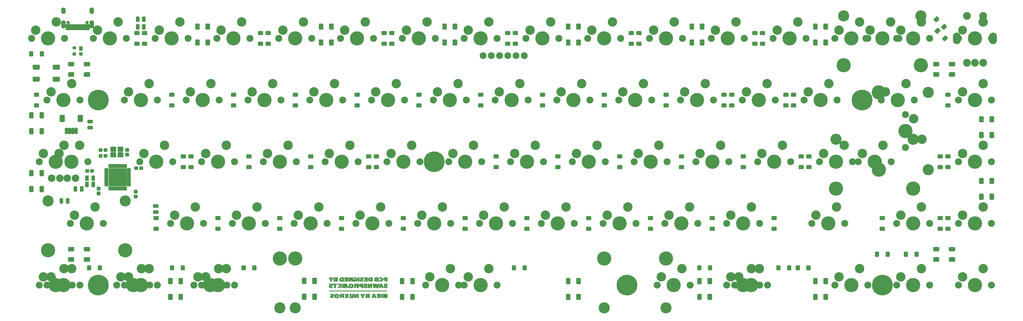
<source format=gbr>
G04 #@! TF.GenerationSoftware,KiCad,Pcbnew,(5.1.10)-1*
G04 #@! TF.CreationDate,2021-06-22T17:57:11+07:00*
G04 #@! TF.ProjectId,averange65,61766572-616e-4676-9536-352e6b696361,rev?*
G04 #@! TF.SameCoordinates,Original*
G04 #@! TF.FileFunction,Soldermask,Bot*
G04 #@! TF.FilePolarity,Negative*
%FSLAX46Y46*%
G04 Gerber Fmt 4.6, Leading zero omitted, Abs format (unit mm)*
G04 Created by KiCad (PCBNEW (5.1.10)-1) date 2021-06-22 17:57:11*
%MOMM*%
%LPD*%
G01*
G04 APERTURE LIST*
%ADD10C,0.010000*%
%ADD11C,6.400000*%
%ADD12C,1.400000*%
%ADD13C,2.150000*%
%ADD14C,2.900000*%
%ADD15C,4.387800*%
%ADD16C,2.100000*%
%ADD17C,2.400000*%
%ADD18O,2.400000X3.600000*%
%ADD19C,2.305000*%
%ADD20C,3.448000*%
%ADD21O,1.400000X2.000000*%
%ADD22O,1.400000X2.500000*%
%ADD23C,1.050000*%
%ADD24C,2.700000*%
G04 APERTURE END LIST*
D10*
G36*
X131835076Y-136455048D02*
G01*
X131830422Y-136626870D01*
X131823258Y-136754379D01*
X131811682Y-136844059D01*
X131793796Y-136902393D01*
X131767700Y-136935866D01*
X131731492Y-136950960D01*
X131688810Y-136954190D01*
X131644154Y-136951353D01*
X131611172Y-136938412D01*
X131588106Y-136908720D01*
X131573199Y-136855628D01*
X131564692Y-136772490D01*
X131560827Y-136652659D01*
X131559848Y-136489486D01*
X131559840Y-136466510D01*
X131559840Y-136039790D01*
X131022327Y-136039790D01*
X131030734Y-136490640D01*
X131035828Y-136684214D01*
X131044683Y-136834321D01*
X131059838Y-136948276D01*
X131083831Y-137033398D01*
X131119202Y-137097003D01*
X131168489Y-137146408D01*
X131234231Y-137188930D01*
X131281613Y-137213677D01*
X131420431Y-137263328D01*
X131587355Y-137293017D01*
X131762897Y-137300543D01*
X131917905Y-137285524D01*
X132074658Y-137240186D01*
X132194663Y-137169158D01*
X132229066Y-137136271D01*
X132269588Y-137082398D01*
X132299902Y-137017454D01*
X132321354Y-136933712D01*
X132335294Y-136823444D01*
X132343068Y-136678924D01*
X132346026Y-136492423D01*
X132346126Y-136465240D01*
X132347240Y-136039790D01*
X131843611Y-136039790D01*
X131835076Y-136455048D01*
G37*
X131835076Y-136455048D02*
X131830422Y-136626870D01*
X131823258Y-136754379D01*
X131811682Y-136844059D01*
X131793796Y-136902393D01*
X131767700Y-136935866D01*
X131731492Y-136950960D01*
X131688810Y-136954190D01*
X131644154Y-136951353D01*
X131611172Y-136938412D01*
X131588106Y-136908720D01*
X131573199Y-136855628D01*
X131564692Y-136772490D01*
X131560827Y-136652659D01*
X131559848Y-136489486D01*
X131559840Y-136466510D01*
X131559840Y-136039790D01*
X131022327Y-136039790D01*
X131030734Y-136490640D01*
X131035828Y-136684214D01*
X131044683Y-136834321D01*
X131059838Y-136948276D01*
X131083831Y-137033398D01*
X131119202Y-137097003D01*
X131168489Y-137146408D01*
X131234231Y-137188930D01*
X131281613Y-137213677D01*
X131420431Y-137263328D01*
X131587355Y-137293017D01*
X131762897Y-137300543D01*
X131917905Y-137285524D01*
X132074658Y-137240186D01*
X132194663Y-137169158D01*
X132229066Y-137136271D01*
X132269588Y-137082398D01*
X132299902Y-137017454D01*
X132321354Y-136933712D01*
X132335294Y-136823444D01*
X132343068Y-136678924D01*
X132346026Y-136492423D01*
X132346126Y-136465240D01*
X132347240Y-136039790D01*
X131843611Y-136039790D01*
X131835076Y-136455048D01*
G36*
X126855150Y-136046116D02*
G01*
X126688316Y-136084626D01*
X126556461Y-136151354D01*
X126454702Y-136248382D01*
X126412588Y-136310601D01*
X126362622Y-136433243D01*
X126334270Y-136582817D01*
X126329608Y-136739362D01*
X126350710Y-136882917D01*
X126352454Y-136889308D01*
X126410567Y-137018683D01*
X126502626Y-137134963D01*
X126614990Y-137222490D01*
X126663410Y-137246287D01*
X126768575Y-137275240D01*
X126904800Y-137293829D01*
X127053245Y-137301208D01*
X127195069Y-137296532D01*
X127311431Y-137278952D01*
X127322878Y-137275910D01*
X127486097Y-137208875D01*
X127609820Y-137110702D01*
X127694814Y-136980307D01*
X127741842Y-136816611D01*
X127752663Y-136667859D01*
X127750734Y-136646908D01*
X127236045Y-136646908D01*
X127228827Y-136759672D01*
X127200478Y-136858471D01*
X127155453Y-136936498D01*
X127098206Y-136986944D01*
X127033193Y-137003004D01*
X126964868Y-136977870D01*
X126937687Y-136954836D01*
X126893661Y-136895301D01*
X126869144Y-136818137D01*
X126861681Y-136711711D01*
X126865385Y-136612074D01*
X126884552Y-136482443D01*
X126923975Y-136397081D01*
X126985728Y-136352823D01*
X127040763Y-136344590D01*
X127118284Y-136362583D01*
X127175140Y-136419932D01*
X127216230Y-136521687D01*
X127217678Y-136526985D01*
X127236045Y-136646908D01*
X127750734Y-136646908D01*
X127734968Y-136475754D01*
X127681443Y-136319046D01*
X127591430Y-136197133D01*
X127464270Y-136109409D01*
X127299305Y-136055269D01*
X127095876Y-136034109D01*
X127061846Y-136033742D01*
X126855150Y-136046116D01*
G37*
X126855150Y-136046116D02*
X126688316Y-136084626D01*
X126556461Y-136151354D01*
X126454702Y-136248382D01*
X126412588Y-136310601D01*
X126362622Y-136433243D01*
X126334270Y-136582817D01*
X126329608Y-136739362D01*
X126350710Y-136882917D01*
X126352454Y-136889308D01*
X126410567Y-137018683D01*
X126502626Y-137134963D01*
X126614990Y-137222490D01*
X126663410Y-137246287D01*
X126768575Y-137275240D01*
X126904800Y-137293829D01*
X127053245Y-137301208D01*
X127195069Y-137296532D01*
X127311431Y-137278952D01*
X127322878Y-137275910D01*
X127486097Y-137208875D01*
X127609820Y-137110702D01*
X127694814Y-136980307D01*
X127741842Y-136816611D01*
X127752663Y-136667859D01*
X127750734Y-136646908D01*
X127236045Y-136646908D01*
X127228827Y-136759672D01*
X127200478Y-136858471D01*
X127155453Y-136936498D01*
X127098206Y-136986944D01*
X127033193Y-137003004D01*
X126964868Y-136977870D01*
X126937687Y-136954836D01*
X126893661Y-136895301D01*
X126869144Y-136818137D01*
X126861681Y-136711711D01*
X126865385Y-136612074D01*
X126884552Y-136482443D01*
X126923975Y-136397081D01*
X126985728Y-136352823D01*
X127040763Y-136344590D01*
X127118284Y-136362583D01*
X127175140Y-136419932D01*
X127216230Y-136521687D01*
X127217678Y-136526985D01*
X127236045Y-136646908D01*
X127750734Y-136646908D01*
X127734968Y-136475754D01*
X127681443Y-136319046D01*
X127591430Y-136197133D01*
X127464270Y-136109409D01*
X127299305Y-136055269D01*
X127095876Y-136034109D01*
X127061846Y-136033742D01*
X126855150Y-136046116D01*
G36*
X142151640Y-137258990D02*
G01*
X142659640Y-137258990D01*
X142659640Y-136039790D01*
X142151640Y-136039790D01*
X142151640Y-137258990D01*
G37*
X142151640Y-137258990D02*
X142659640Y-137258990D01*
X142659640Y-136039790D01*
X142151640Y-136039790D01*
X142151640Y-137258990D01*
G36*
X141385772Y-136045973D02*
G01*
X141180864Y-136066192D01*
X141017680Y-136102946D01*
X140892343Y-136158738D01*
X140800978Y-136236068D01*
X140739711Y-136337437D01*
X140704666Y-136465346D01*
X140691967Y-136622297D01*
X140691750Y-136649390D01*
X140704941Y-136829351D01*
X140747165Y-136971283D01*
X140822401Y-137081350D01*
X140934624Y-137165713D01*
X141060956Y-137221424D01*
X141124143Y-137237307D01*
X141214008Y-137248480D01*
X141337462Y-137255428D01*
X141501414Y-137258636D01*
X141596034Y-137258990D01*
X142024640Y-137258990D01*
X142024640Y-136928790D01*
X141491240Y-136928790D01*
X141395990Y-136928401D01*
X141324153Y-136922726D01*
X141271933Y-136909304D01*
X141267154Y-136906716D01*
X141231983Y-136858494D01*
X141209294Y-136776457D01*
X141199746Y-136676195D01*
X141203993Y-136573297D01*
X141222693Y-136483352D01*
X141247194Y-136432950D01*
X141290040Y-136403972D01*
X141360330Y-136381734D01*
X141384182Y-136377660D01*
X141491240Y-136363301D01*
X141491240Y-136928790D01*
X142024640Y-136928790D01*
X142024640Y-136039790D01*
X141636277Y-136039790D01*
X141385772Y-136045973D01*
G37*
X141385772Y-136045973D02*
X141180864Y-136066192D01*
X141017680Y-136102946D01*
X140892343Y-136158738D01*
X140800978Y-136236068D01*
X140739711Y-136337437D01*
X140704666Y-136465346D01*
X140691967Y-136622297D01*
X140691750Y-136649390D01*
X140704941Y-136829351D01*
X140747165Y-136971283D01*
X140822401Y-137081350D01*
X140934624Y-137165713D01*
X141060956Y-137221424D01*
X141124143Y-137237307D01*
X141214008Y-137248480D01*
X141337462Y-137255428D01*
X141501414Y-137258636D01*
X141596034Y-137258990D01*
X142024640Y-137258990D01*
X142024640Y-136928790D01*
X141491240Y-136928790D01*
X141395990Y-136928401D01*
X141324153Y-136922726D01*
X141271933Y-136909304D01*
X141267154Y-136906716D01*
X141231983Y-136858494D01*
X141209294Y-136776457D01*
X141199746Y-136676195D01*
X141203993Y-136573297D01*
X141222693Y-136483352D01*
X141247194Y-136432950D01*
X141290040Y-136403972D01*
X141360330Y-136381734D01*
X141384182Y-136377660D01*
X141491240Y-136363301D01*
X141491240Y-136928790D01*
X142024640Y-136928790D01*
X142024640Y-136039790D01*
X141636277Y-136039790D01*
X141385772Y-136045973D01*
G36*
X139435827Y-136171830D02*
G01*
X139466721Y-136248265D01*
X139491062Y-136305020D01*
X139500456Y-136324230D01*
X139529387Y-136332300D01*
X139598472Y-136338858D01*
X139697071Y-136343187D01*
X139803640Y-136344590D01*
X140094240Y-136344590D01*
X140094240Y-136496990D01*
X139535440Y-136496990D01*
X139535440Y-136776390D01*
X140094240Y-136776390D01*
X140094240Y-136952577D01*
X139799769Y-136959733D01*
X139505298Y-136966890D01*
X139445925Y-137112940D01*
X139386551Y-137258990D01*
X140526040Y-137258990D01*
X140526040Y-136039790D01*
X139383782Y-136039790D01*
X139435827Y-136171830D01*
G37*
X139435827Y-136171830D02*
X139466721Y-136248265D01*
X139491062Y-136305020D01*
X139500456Y-136324230D01*
X139529387Y-136332300D01*
X139598472Y-136338858D01*
X139697071Y-136343187D01*
X139803640Y-136344590D01*
X140094240Y-136344590D01*
X140094240Y-136496990D01*
X139535440Y-136496990D01*
X139535440Y-136776390D01*
X140094240Y-136776390D01*
X140094240Y-136952577D01*
X139799769Y-136959733D01*
X139505298Y-136966890D01*
X139445925Y-137112940D01*
X139386551Y-137258990D01*
X140526040Y-137258990D01*
X140526040Y-136039790D01*
X139383782Y-136039790D01*
X139435827Y-136171830D01*
G36*
X138009548Y-136655740D02*
G01*
X137790731Y-137258990D01*
X138255235Y-137258990D01*
X138319529Y-137081190D01*
X138718701Y-137081190D01*
X138748040Y-137170090D01*
X138777380Y-137258990D01*
X139004010Y-137258990D01*
X139104204Y-137257004D01*
X139181730Y-137251690D01*
X139225206Y-137244008D01*
X139230640Y-137239844D01*
X139222320Y-137211595D01*
X139198936Y-137142369D01*
X139162855Y-137038909D01*
X139116444Y-136907955D01*
X139072674Y-136785832D01*
X138614316Y-136785832D01*
X138585501Y-136798848D01*
X138522403Y-136801790D01*
X138452826Y-136795229D01*
X138419256Y-136777724D01*
X138417840Y-136772272D01*
X138425182Y-136728527D01*
X138443637Y-136661318D01*
X138467847Y-136586599D01*
X138492454Y-136520324D01*
X138512103Y-136478445D01*
X138518811Y-136471590D01*
X138533884Y-136493751D01*
X138555179Y-136550292D01*
X138567794Y-136592240D01*
X138590271Y-136672856D01*
X138608689Y-136738305D01*
X138614124Y-136757340D01*
X138614316Y-136785832D01*
X139072674Y-136785832D01*
X139062069Y-136756246D01*
X139018826Y-136636594D01*
X138807012Y-136052490D01*
X138228366Y-136052490D01*
X138009548Y-136655740D01*
G37*
X138009548Y-136655740D02*
X137790731Y-137258990D01*
X138255235Y-137258990D01*
X138319529Y-137081190D01*
X138718701Y-137081190D01*
X138748040Y-137170090D01*
X138777380Y-137258990D01*
X139004010Y-137258990D01*
X139104204Y-137257004D01*
X139181730Y-137251690D01*
X139225206Y-137244008D01*
X139230640Y-137239844D01*
X139222320Y-137211595D01*
X139198936Y-137142369D01*
X139162855Y-137038909D01*
X139116444Y-136907955D01*
X139072674Y-136785832D01*
X138614316Y-136785832D01*
X138585501Y-136798848D01*
X138522403Y-136801790D01*
X138452826Y-136795229D01*
X138419256Y-136777724D01*
X138417840Y-136772272D01*
X138425182Y-136728527D01*
X138443637Y-136661318D01*
X138467847Y-136586599D01*
X138492454Y-136520324D01*
X138512103Y-136478445D01*
X138518811Y-136471590D01*
X138533884Y-136493751D01*
X138555179Y-136550292D01*
X138567794Y-136592240D01*
X138590271Y-136672856D01*
X138608689Y-136738305D01*
X138614124Y-136757340D01*
X138614316Y-136785832D01*
X139072674Y-136785832D01*
X139062069Y-136756246D01*
X139018826Y-136636594D01*
X138807012Y-136052490D01*
X138228366Y-136052490D01*
X138009548Y-136655740D01*
G36*
X136684290Y-136044014D02*
G01*
X136498823Y-136047724D01*
X136356357Y-136052705D01*
X136249097Y-136060410D01*
X136169246Y-136072295D01*
X136109006Y-136089816D01*
X136060581Y-136114428D01*
X136016172Y-136147587D01*
X135985790Y-136174391D01*
X135942746Y-136240081D01*
X135924942Y-136325358D01*
X135929801Y-136416981D01*
X135954748Y-136501709D01*
X135997204Y-136566301D01*
X136054593Y-136597514D01*
X136068340Y-136598590D01*
X136103580Y-136607687D01*
X136096594Y-136630024D01*
X136051560Y-136658165D01*
X136029796Y-136667182D01*
X135962047Y-136716750D01*
X135909026Y-136799785D01*
X135880353Y-136899213D01*
X135877840Y-136936917D01*
X135900681Y-137025949D01*
X135961647Y-137112939D01*
X136049401Y-137184254D01*
X136107139Y-137212693D01*
X136157921Y-137228675D01*
X136220267Y-137240455D01*
X136302317Y-137248640D01*
X136412213Y-137253837D01*
X136558099Y-137256652D01*
X136709690Y-137257608D01*
X137198640Y-137258990D01*
X137198640Y-136750990D01*
X136690640Y-136750990D01*
X136690640Y-136979590D01*
X136568720Y-136979590D01*
X136490242Y-136973580D01*
X136431355Y-136958364D01*
X136416320Y-136949110D01*
X136388459Y-136891924D01*
X136394268Y-136827416D01*
X136431156Y-136779474D01*
X136434971Y-136777283D01*
X136491983Y-136760168D01*
X136570352Y-136751323D01*
X136587371Y-136750990D01*
X136690640Y-136750990D01*
X137198640Y-136750990D01*
X137198640Y-136525173D01*
X136690640Y-136525173D01*
X136572592Y-136517431D01*
X136475541Y-136499949D01*
X136426672Y-136465240D01*
X136411110Y-136406725D01*
X136441619Y-136360997D01*
X136514272Y-136331854D01*
X136572592Y-136324148D01*
X136690640Y-136316406D01*
X136690640Y-136525173D01*
X137198640Y-136525173D01*
X137198640Y-136035274D01*
X136684290Y-136044014D01*
G37*
X136684290Y-136044014D02*
X136498823Y-136047724D01*
X136356357Y-136052705D01*
X136249097Y-136060410D01*
X136169246Y-136072295D01*
X136109006Y-136089816D01*
X136060581Y-136114428D01*
X136016172Y-136147587D01*
X135985790Y-136174391D01*
X135942746Y-136240081D01*
X135924942Y-136325358D01*
X135929801Y-136416981D01*
X135954748Y-136501709D01*
X135997204Y-136566301D01*
X136054593Y-136597514D01*
X136068340Y-136598590D01*
X136103580Y-136607687D01*
X136096594Y-136630024D01*
X136051560Y-136658165D01*
X136029796Y-136667182D01*
X135962047Y-136716750D01*
X135909026Y-136799785D01*
X135880353Y-136899213D01*
X135877840Y-136936917D01*
X135900681Y-137025949D01*
X135961647Y-137112939D01*
X136049401Y-137184254D01*
X136107139Y-137212693D01*
X136157921Y-137228675D01*
X136220267Y-137240455D01*
X136302317Y-137248640D01*
X136412213Y-137253837D01*
X136558099Y-137256652D01*
X136709690Y-137257608D01*
X137198640Y-137258990D01*
X137198640Y-136750990D01*
X136690640Y-136750990D01*
X136690640Y-136979590D01*
X136568720Y-136979590D01*
X136490242Y-136973580D01*
X136431355Y-136958364D01*
X136416320Y-136949110D01*
X136388459Y-136891924D01*
X136394268Y-136827416D01*
X136431156Y-136779474D01*
X136434971Y-136777283D01*
X136491983Y-136760168D01*
X136570352Y-136751323D01*
X136587371Y-136750990D01*
X136690640Y-136750990D01*
X137198640Y-136750990D01*
X137198640Y-136525173D01*
X136690640Y-136525173D01*
X136572592Y-136517431D01*
X136475541Y-136499949D01*
X136426672Y-136465240D01*
X136411110Y-136406725D01*
X136441619Y-136360997D01*
X136514272Y-136331854D01*
X136572592Y-136324148D01*
X136690640Y-136316406D01*
X136690640Y-136525173D01*
X137198640Y-136525173D01*
X137198640Y-136035274D01*
X136684290Y-136044014D01*
G36*
X135117441Y-136198540D02*
G01*
X135078118Y-136287121D01*
X135045813Y-136363107D01*
X135028432Y-136407579D01*
X135015878Y-136422042D01*
X134996461Y-136402302D01*
X134967043Y-136343487D01*
X134930247Y-136255179D01*
X134849140Y-136052490D01*
X134601490Y-136045220D01*
X134496364Y-136043566D01*
X134413392Y-136044987D01*
X134363450Y-136049141D01*
X134353840Y-136053005D01*
X134365296Y-136079167D01*
X134397108Y-136142597D01*
X134445443Y-136235890D01*
X134506470Y-136351642D01*
X134569740Y-136470135D01*
X134785640Y-136872210D01*
X134785640Y-137258990D01*
X135293640Y-137258990D01*
X135293640Y-136851558D01*
X135745214Y-136039790D01*
X135189372Y-136039790D01*
X135117441Y-136198540D01*
G37*
X135117441Y-136198540D02*
X135078118Y-136287121D01*
X135045813Y-136363107D01*
X135028432Y-136407579D01*
X135015878Y-136422042D01*
X134996461Y-136402302D01*
X134967043Y-136343487D01*
X134930247Y-136255179D01*
X134849140Y-136052490D01*
X134601490Y-136045220D01*
X134496364Y-136043566D01*
X134413392Y-136044987D01*
X134363450Y-136049141D01*
X134353840Y-136053005D01*
X134365296Y-136079167D01*
X134397108Y-136142597D01*
X134445443Y-136235890D01*
X134506470Y-136351642D01*
X134569740Y-136470135D01*
X134785640Y-136872210D01*
X134785640Y-137258990D01*
X135293640Y-137258990D01*
X135293640Y-136851558D01*
X135745214Y-136039790D01*
X135189372Y-136039790D01*
X135117441Y-136198540D01*
G36*
X133499683Y-136045280D02*
G01*
X133229725Y-136052490D01*
X133086933Y-136336053D01*
X133031745Y-136443915D01*
X132984368Y-136533268D01*
X132949550Y-136595385D01*
X132932041Y-136621538D01*
X132931440Y-136621837D01*
X132927138Y-136599036D01*
X132924948Y-136535389D01*
X132925013Y-136440809D01*
X132927276Y-136331923D01*
X132935812Y-136039790D01*
X132474240Y-136039790D01*
X132474240Y-137258990D01*
X133020340Y-137258112D01*
X133336134Y-136662090D01*
X133337840Y-137258990D01*
X133769640Y-137258990D01*
X133769640Y-136038071D01*
X133499683Y-136045280D01*
G37*
X133499683Y-136045280D02*
X133229725Y-136052490D01*
X133086933Y-136336053D01*
X133031745Y-136443915D01*
X132984368Y-136533268D01*
X132949550Y-136595385D01*
X132932041Y-136621538D01*
X132931440Y-136621837D01*
X132927138Y-136599036D01*
X132924948Y-136535389D01*
X132925013Y-136440809D01*
X132927276Y-136331923D01*
X132935812Y-136039790D01*
X132474240Y-136039790D01*
X132474240Y-137258990D01*
X133020340Y-137258112D01*
X133336134Y-136662090D01*
X133337840Y-137258990D01*
X133769640Y-137258990D01*
X133769640Y-136038071D01*
X133499683Y-136045280D01*
G36*
X129655486Y-136318530D02*
G01*
X129729636Y-136421635D01*
X129791604Y-136509831D01*
X129835897Y-136575145D01*
X129857021Y-136609603D01*
X129858040Y-136612539D01*
X129844287Y-136637848D01*
X129806581Y-136696605D01*
X129750256Y-136780747D01*
X129680644Y-136882212D01*
X129660182Y-136911648D01*
X129585964Y-137018382D01*
X129521423Y-137111689D01*
X129472563Y-137182855D01*
X129445387Y-137223165D01*
X129442783Y-137227240D01*
X129445122Y-137241197D01*
X129476542Y-137250586D01*
X129543234Y-137256097D01*
X129651385Y-137258425D01*
X129723191Y-137258611D01*
X130023140Y-137258232D01*
X130112040Y-137106590D01*
X130157927Y-137031254D01*
X130194202Y-136977093D01*
X130213306Y-136955359D01*
X130213640Y-136955324D01*
X130231614Y-136975840D01*
X130266739Y-137029365D01*
X130311536Y-137104477D01*
X130313181Y-137107345D01*
X130400021Y-137258990D01*
X130638530Y-137258990D01*
X130752961Y-137257460D01*
X130823244Y-137252237D01*
X130855956Y-137242369D01*
X130857881Y-137227240D01*
X130835647Y-137194227D01*
X130790842Y-137130323D01*
X130730695Y-137045777D01*
X130683183Y-136979590D01*
X130612903Y-136881427D01*
X130549326Y-136791538D01*
X130501247Y-136722410D01*
X130482873Y-136695141D01*
X130438104Y-136626593D01*
X130621978Y-136364941D01*
X130694191Y-136262420D01*
X130757217Y-136173385D01*
X130804541Y-136107009D01*
X130829648Y-136072464D01*
X130830356Y-136071540D01*
X130830792Y-136057689D01*
X130802760Y-136048317D01*
X130740053Y-136042715D01*
X130636465Y-136040170D01*
X130553301Y-136039815D01*
X130251740Y-136039841D01*
X130180425Y-136166815D01*
X130140083Y-136235387D01*
X130109458Y-136281491D01*
X130097640Y-136293790D01*
X130079321Y-136273982D01*
X130043566Y-136222637D01*
X130008027Y-136166790D01*
X129929883Y-136039790D01*
X129452931Y-136039790D01*
X129655486Y-136318530D01*
G37*
X129655486Y-136318530D02*
X129729636Y-136421635D01*
X129791604Y-136509831D01*
X129835897Y-136575145D01*
X129857021Y-136609603D01*
X129858040Y-136612539D01*
X129844287Y-136637848D01*
X129806581Y-136696605D01*
X129750256Y-136780747D01*
X129680644Y-136882212D01*
X129660182Y-136911648D01*
X129585964Y-137018382D01*
X129521423Y-137111689D01*
X129472563Y-137182855D01*
X129445387Y-137223165D01*
X129442783Y-137227240D01*
X129445122Y-137241197D01*
X129476542Y-137250586D01*
X129543234Y-137256097D01*
X129651385Y-137258425D01*
X129723191Y-137258611D01*
X130023140Y-137258232D01*
X130112040Y-137106590D01*
X130157927Y-137031254D01*
X130194202Y-136977093D01*
X130213306Y-136955359D01*
X130213640Y-136955324D01*
X130231614Y-136975840D01*
X130266739Y-137029365D01*
X130311536Y-137104477D01*
X130313181Y-137107345D01*
X130400021Y-137258990D01*
X130638530Y-137258990D01*
X130752961Y-137257460D01*
X130823244Y-137252237D01*
X130855956Y-137242369D01*
X130857881Y-137227240D01*
X130835647Y-137194227D01*
X130790842Y-137130323D01*
X130730695Y-137045777D01*
X130683183Y-136979590D01*
X130612903Y-136881427D01*
X130549326Y-136791538D01*
X130501247Y-136722410D01*
X130482873Y-136695141D01*
X130438104Y-136626593D01*
X130621978Y-136364941D01*
X130694191Y-136262420D01*
X130757217Y-136173385D01*
X130804541Y-136107009D01*
X130829648Y-136072464D01*
X130830356Y-136071540D01*
X130830792Y-136057689D01*
X130802760Y-136048317D01*
X130740053Y-136042715D01*
X130636465Y-136040170D01*
X130553301Y-136039815D01*
X130251740Y-136039841D01*
X130180425Y-136166815D01*
X130140083Y-136235387D01*
X130109458Y-136281491D01*
X130097640Y-136293790D01*
X130079321Y-136273982D01*
X130043566Y-136222637D01*
X130008027Y-136166790D01*
X129929883Y-136039790D01*
X129452931Y-136039790D01*
X129655486Y-136318530D01*
G36*
X128746790Y-136044167D02*
G01*
X128560447Y-136047972D01*
X128417927Y-136052729D01*
X128312256Y-136059020D01*
X128236460Y-136067430D01*
X128183563Y-136078540D01*
X128146590Y-136092933D01*
X128143481Y-136094587D01*
X128051807Y-136155918D01*
X127995817Y-136227122D01*
X127966613Y-136323101D01*
X127957797Y-136405556D01*
X127963283Y-136555729D01*
X128000740Y-136668994D01*
X128069558Y-136743703D01*
X128086653Y-136753677D01*
X128132668Y-136778485D01*
X128151461Y-136789867D01*
X128143623Y-136813461D01*
X128116090Y-136871534D01*
X128073742Y-136954101D01*
X128043511Y-137010764D01*
X127993608Y-137104813D01*
X127954489Y-137181876D01*
X127931491Y-137231261D01*
X127927640Y-137242947D01*
X127951190Y-137249880D01*
X128014545Y-137254007D01*
X128106765Y-137254851D01*
X128172240Y-137253559D01*
X128416839Y-137246290D01*
X128570467Y-136852590D01*
X128842040Y-136852590D01*
X128842040Y-137258990D01*
X129273840Y-137258990D01*
X129273840Y-136344590D01*
X128842040Y-136344590D01*
X128842040Y-136573190D01*
X128643920Y-136573190D01*
X128532379Y-136569165D01*
X128452342Y-136557980D01*
X128415320Y-136542710D01*
X128387459Y-136485524D01*
X128393268Y-136421016D01*
X128430156Y-136373074D01*
X128433971Y-136370883D01*
X128483450Y-136357615D01*
X128565812Y-136348165D01*
X128662571Y-136344590D01*
X128842040Y-136344590D01*
X129273840Y-136344590D01*
X129273840Y-136035350D01*
X128746790Y-136044167D01*
G37*
X128746790Y-136044167D02*
X128560447Y-136047972D01*
X128417927Y-136052729D01*
X128312256Y-136059020D01*
X128236460Y-136067430D01*
X128183563Y-136078540D01*
X128146590Y-136092933D01*
X128143481Y-136094587D01*
X128051807Y-136155918D01*
X127995817Y-136227122D01*
X127966613Y-136323101D01*
X127957797Y-136405556D01*
X127963283Y-136555729D01*
X128000740Y-136668994D01*
X128069558Y-136743703D01*
X128086653Y-136753677D01*
X128132668Y-136778485D01*
X128151461Y-136789867D01*
X128143623Y-136813461D01*
X128116090Y-136871534D01*
X128073742Y-136954101D01*
X128043511Y-137010764D01*
X127993608Y-137104813D01*
X127954489Y-137181876D01*
X127931491Y-137231261D01*
X127927640Y-137242947D01*
X127951190Y-137249880D01*
X128014545Y-137254007D01*
X128106765Y-137254851D01*
X128172240Y-137253559D01*
X128416839Y-137246290D01*
X128570467Y-136852590D01*
X128842040Y-136852590D01*
X128842040Y-137258990D01*
X129273840Y-137258990D01*
X129273840Y-136344590D01*
X128842040Y-136344590D01*
X128842040Y-136573190D01*
X128643920Y-136573190D01*
X128532379Y-136569165D01*
X128452342Y-136557980D01*
X128415320Y-136542710D01*
X128387459Y-136485524D01*
X128393268Y-136421016D01*
X128430156Y-136373074D01*
X128433971Y-136370883D01*
X128483450Y-136357615D01*
X128565812Y-136348165D01*
X128662571Y-136344590D01*
X128842040Y-136344590D01*
X129273840Y-136344590D01*
X129273840Y-136035350D01*
X128746790Y-136044167D01*
G36*
X125328683Y-136040281D02*
G01*
X125210778Y-136041641D01*
X125121112Y-136043695D01*
X125068160Y-136046269D01*
X125057440Y-136048175D01*
X125066246Y-136074172D01*
X125089231Y-136133779D01*
X125118527Y-136206925D01*
X125179614Y-136357290D01*
X125705140Y-136382690D01*
X125705140Y-136535090D01*
X125476540Y-136549696D01*
X125337337Y-136562170D01*
X125238220Y-136581231D01*
X125168563Y-136610545D01*
X125117735Y-136653777D01*
X125096843Y-136680638D01*
X125070044Y-136750871D01*
X125058717Y-136849990D01*
X125062905Y-136958479D01*
X125082651Y-137056823D01*
X125095951Y-137091167D01*
X125127043Y-137147495D01*
X125164431Y-137189728D01*
X125215449Y-137219851D01*
X125287429Y-137239852D01*
X125387704Y-137251717D01*
X125523608Y-137257432D01*
X125702473Y-137258985D01*
X125715410Y-137258990D01*
X126149640Y-137258990D01*
X126149640Y-136954190D01*
X125835251Y-136954190D01*
X125697705Y-136953030D01*
X125602339Y-136948888D01*
X125540574Y-136940773D01*
X125503828Y-136927691D01*
X125487474Y-136913960D01*
X125467826Y-136864921D01*
X125480651Y-136831410D01*
X125505163Y-136810137D01*
X125553401Y-136795038D01*
X125634450Y-136784282D01*
X125754491Y-136776190D01*
X125869163Y-136769429D01*
X125945390Y-136761131D01*
X125995482Y-136747672D01*
X126031750Y-136725429D01*
X126066506Y-136690780D01*
X126074341Y-136682063D01*
X126141416Y-136572827D01*
X126170731Y-136446936D01*
X126161549Y-136319345D01*
X126113131Y-136205008D01*
X126098864Y-136185288D01*
X126052561Y-136134586D01*
X125999316Y-136096945D01*
X125931120Y-136070523D01*
X125839963Y-136053477D01*
X125717836Y-136043965D01*
X125556730Y-136040143D01*
X125466352Y-136039790D01*
X125328683Y-136040281D01*
G37*
X125328683Y-136040281D02*
X125210778Y-136041641D01*
X125121112Y-136043695D01*
X125068160Y-136046269D01*
X125057440Y-136048175D01*
X125066246Y-136074172D01*
X125089231Y-136133779D01*
X125118527Y-136206925D01*
X125179614Y-136357290D01*
X125705140Y-136382690D01*
X125705140Y-136535090D01*
X125476540Y-136549696D01*
X125337337Y-136562170D01*
X125238220Y-136581231D01*
X125168563Y-136610545D01*
X125117735Y-136653777D01*
X125096843Y-136680638D01*
X125070044Y-136750871D01*
X125058717Y-136849990D01*
X125062905Y-136958479D01*
X125082651Y-137056823D01*
X125095951Y-137091167D01*
X125127043Y-137147495D01*
X125164431Y-137189728D01*
X125215449Y-137219851D01*
X125287429Y-137239852D01*
X125387704Y-137251717D01*
X125523608Y-137257432D01*
X125702473Y-137258985D01*
X125715410Y-137258990D01*
X126149640Y-137258990D01*
X126149640Y-136954190D01*
X125835251Y-136954190D01*
X125697705Y-136953030D01*
X125602339Y-136948888D01*
X125540574Y-136940773D01*
X125503828Y-136927691D01*
X125487474Y-136913960D01*
X125467826Y-136864921D01*
X125480651Y-136831410D01*
X125505163Y-136810137D01*
X125553401Y-136795038D01*
X125634450Y-136784282D01*
X125754491Y-136776190D01*
X125869163Y-136769429D01*
X125945390Y-136761131D01*
X125995482Y-136747672D01*
X126031750Y-136725429D01*
X126066506Y-136690780D01*
X126074341Y-136682063D01*
X126141416Y-136572827D01*
X126170731Y-136446936D01*
X126161549Y-136319345D01*
X126113131Y-136205008D01*
X126098864Y-136185288D01*
X126052561Y-136134586D01*
X125999316Y-136096945D01*
X125931120Y-136070523D01*
X125839963Y-136053477D01*
X125717836Y-136043965D01*
X125556730Y-136040143D01*
X125466352Y-136039790D01*
X125328683Y-136040281D01*
G36*
X124778040Y-135226990D02*
G01*
X142507240Y-135226990D01*
X142507240Y-135023790D01*
X124778040Y-135023790D01*
X124778040Y-135226990D01*
G37*
X124778040Y-135226990D02*
X142507240Y-135226990D01*
X142507240Y-135023790D01*
X124778040Y-135023790D01*
X124778040Y-135226990D01*
G36*
X131279252Y-132899921D02*
G01*
X131126040Y-132930927D01*
X131002491Y-132985928D01*
X130901559Y-133065871D01*
X130826095Y-133161262D01*
X130777633Y-133274408D01*
X130752779Y-133416065D01*
X130747598Y-133553536D01*
X130766249Y-133740637D01*
X130821780Y-133893576D01*
X130915390Y-134014349D01*
X131048274Y-134104951D01*
X131089940Y-134124037D01*
X131187421Y-134151358D01*
X131316780Y-134169285D01*
X131459828Y-134177018D01*
X131598378Y-134173759D01*
X131714241Y-134158709D01*
X131739179Y-134152548D01*
X131909164Y-134085255D01*
X132038035Y-133990350D01*
X132127148Y-133865750D01*
X132177861Y-133709369D01*
X132191533Y-133519120D01*
X132189618Y-133474795D01*
X131654714Y-133474795D01*
X131654263Y-133616279D01*
X131627631Y-133734776D01*
X131577603Y-133820287D01*
X131552245Y-133842611D01*
X131491960Y-133874847D01*
X131439749Y-133871571D01*
X131377557Y-133830604D01*
X131365039Y-133820032D01*
X131327887Y-133782975D01*
X131305418Y-133741217D01*
X131292900Y-133679995D01*
X131285601Y-133584545D01*
X131284835Y-133569774D01*
X131288437Y-133411681D01*
X131317441Y-133297551D01*
X131371860Y-133227348D01*
X131418769Y-133205764D01*
X131509566Y-133200955D01*
X131577872Y-133238914D01*
X131624946Y-133321075D01*
X131652043Y-133448872D01*
X131654714Y-133474795D01*
X132189618Y-133474795D01*
X132189051Y-133461690D01*
X132170285Y-133314569D01*
X132130991Y-133199725D01*
X132064142Y-133100461D01*
X132015221Y-133048539D01*
X131916822Y-132974229D01*
X131795068Y-132924710D01*
X131641577Y-132897544D01*
X131470940Y-132890190D01*
X131279252Y-132899921D01*
G37*
X131279252Y-132899921D02*
X131126040Y-132930927D01*
X131002491Y-132985928D01*
X130901559Y-133065871D01*
X130826095Y-133161262D01*
X130777633Y-133274408D01*
X130752779Y-133416065D01*
X130747598Y-133553536D01*
X130766249Y-133740637D01*
X130821780Y-133893576D01*
X130915390Y-134014349D01*
X131048274Y-134104951D01*
X131089940Y-134124037D01*
X131187421Y-134151358D01*
X131316780Y-134169285D01*
X131459828Y-134177018D01*
X131598378Y-134173759D01*
X131714241Y-134158709D01*
X131739179Y-134152548D01*
X131909164Y-134085255D01*
X132038035Y-133990350D01*
X132127148Y-133865750D01*
X132177861Y-133709369D01*
X132191533Y-133519120D01*
X132189618Y-133474795D01*
X131654714Y-133474795D01*
X131654263Y-133616279D01*
X131627631Y-133734776D01*
X131577603Y-133820287D01*
X131552245Y-133842611D01*
X131491960Y-133874847D01*
X131439749Y-133871571D01*
X131377557Y-133830604D01*
X131365039Y-133820032D01*
X131327887Y-133782975D01*
X131305418Y-133741217D01*
X131292900Y-133679995D01*
X131285601Y-133584545D01*
X131284835Y-133569774D01*
X131288437Y-133411681D01*
X131317441Y-133297551D01*
X131371860Y-133227348D01*
X131418769Y-133205764D01*
X131509566Y-133200955D01*
X131577872Y-133238914D01*
X131624946Y-133321075D01*
X131652043Y-133448872D01*
X131654714Y-133474795D01*
X132189618Y-133474795D01*
X132189051Y-133461690D01*
X132170285Y-133314569D01*
X132130991Y-133199725D01*
X132064142Y-133100461D01*
X132015221Y-133048539D01*
X131916822Y-132974229D01*
X131795068Y-132924710D01*
X131641577Y-132897544D01*
X131470940Y-132890190D01*
X131279252Y-132899921D01*
G36*
X141590019Y-133061640D02*
G01*
X141660232Y-133233090D01*
X142202440Y-133247508D01*
X142202440Y-133322365D01*
X142199131Y-133361728D01*
X142183771Y-133388971D01*
X142148211Y-133406785D01*
X142084303Y-133417859D01*
X141983897Y-133424884D01*
X141878998Y-133429139D01*
X141772151Y-133434606D01*
X141702024Y-133444243D01*
X141654539Y-133461865D01*
X141615618Y-133491283D01*
X141602437Y-133504048D01*
X141544742Y-133594933D01*
X141519771Y-133708689D01*
X141525895Y-133830760D01*
X141561489Y-133946591D01*
X141624924Y-134041626D01*
X141666447Y-134076711D01*
X141700037Y-134097545D01*
X141735133Y-134112701D01*
X141780093Y-134123078D01*
X141843277Y-134129575D01*
X141933043Y-134133093D01*
X142057751Y-134134531D01*
X142206197Y-134134790D01*
X142659640Y-134134790D01*
X142659640Y-133829990D01*
X142346995Y-133829990D01*
X142189138Y-133827367D01*
X142076186Y-133818386D01*
X142002464Y-133801380D01*
X141962294Y-133774681D01*
X141949998Y-133736619D01*
X141952295Y-133714011D01*
X141962320Y-133690600D01*
X141988139Y-133674669D01*
X142039383Y-133663774D01*
X142125686Y-133655467D01*
X142202707Y-133650445D01*
X142314984Y-133640819D01*
X142413465Y-133627157D01*
X142483254Y-133611750D01*
X142502250Y-133604374D01*
X142579825Y-133535722D01*
X142632865Y-133435331D01*
X142658480Y-133317422D01*
X142653781Y-133196211D01*
X142615879Y-133085918D01*
X142609742Y-133075364D01*
X142564556Y-133012714D01*
X142510709Y-132965587D01*
X142440707Y-132931917D01*
X142347060Y-132909638D01*
X142222273Y-132896682D01*
X142058856Y-132890984D01*
X141938335Y-132890190D01*
X141519805Y-132890190D01*
X141590019Y-133061640D01*
G37*
X141590019Y-133061640D02*
X141660232Y-133233090D01*
X142202440Y-133247508D01*
X142202440Y-133322365D01*
X142199131Y-133361728D01*
X142183771Y-133388971D01*
X142148211Y-133406785D01*
X142084303Y-133417859D01*
X141983897Y-133424884D01*
X141878998Y-133429139D01*
X141772151Y-133434606D01*
X141702024Y-133444243D01*
X141654539Y-133461865D01*
X141615618Y-133491283D01*
X141602437Y-133504048D01*
X141544742Y-133594933D01*
X141519771Y-133708689D01*
X141525895Y-133830760D01*
X141561489Y-133946591D01*
X141624924Y-134041626D01*
X141666447Y-134076711D01*
X141700037Y-134097545D01*
X141735133Y-134112701D01*
X141780093Y-134123078D01*
X141843277Y-134129575D01*
X141933043Y-134133093D01*
X142057751Y-134134531D01*
X142206197Y-134134790D01*
X142659640Y-134134790D01*
X142659640Y-133829990D01*
X142346995Y-133829990D01*
X142189138Y-133827367D01*
X142076186Y-133818386D01*
X142002464Y-133801380D01*
X141962294Y-133774681D01*
X141949998Y-133736619D01*
X141952295Y-133714011D01*
X141962320Y-133690600D01*
X141988139Y-133674669D01*
X142039383Y-133663774D01*
X142125686Y-133655467D01*
X142202707Y-133650445D01*
X142314984Y-133640819D01*
X142413465Y-133627157D01*
X142483254Y-133611750D01*
X142502250Y-133604374D01*
X142579825Y-133535722D01*
X142632865Y-133435331D01*
X142658480Y-133317422D01*
X142653781Y-133196211D01*
X142615879Y-133085918D01*
X142609742Y-133075364D01*
X142564556Y-133012714D01*
X142510709Y-132965587D01*
X142440707Y-132931917D01*
X142347060Y-132909638D01*
X142222273Y-132896682D01*
X142058856Y-132890984D01*
X141938335Y-132890190D01*
X141519805Y-132890190D01*
X141590019Y-133061640D01*
G36*
X140704718Y-132895783D02*
G01*
X140412302Y-132902890D01*
X140293684Y-133233090D01*
X140237693Y-133388833D01*
X140175904Y-133560519D01*
X140116283Y-133726014D01*
X140071909Y-133849040D01*
X139968753Y-134134790D01*
X140445901Y-134134790D01*
X140475240Y-134045890D01*
X140504580Y-133956990D01*
X140909633Y-133956990D01*
X140946777Y-134045890D01*
X140983922Y-134134790D01*
X141214899Y-134134790D01*
X141329370Y-134132962D01*
X141399536Y-134126865D01*
X141431779Y-134115578D01*
X141434876Y-134103040D01*
X141423506Y-134071181D01*
X141397370Y-133998438D01*
X141358951Y-133891709D01*
X141310734Y-133757891D01*
X141272622Y-133652190D01*
X140826239Y-133652190D01*
X140714240Y-133652190D01*
X140646865Y-133647962D01*
X140606942Y-133637288D01*
X140602240Y-133631314D01*
X140610390Y-133592032D01*
X140630613Y-133525173D01*
X140656573Y-133449160D01*
X140681932Y-133382419D01*
X140700352Y-133343373D01*
X140702062Y-133341114D01*
X140717476Y-133353473D01*
X140742101Y-133403878D01*
X140770780Y-133481651D01*
X140772585Y-133487164D01*
X140826239Y-133652190D01*
X141272622Y-133652190D01*
X141255203Y-133603881D01*
X141210505Y-133479983D01*
X140997134Y-132888677D01*
X140704718Y-132895783D01*
G37*
X140704718Y-132895783D02*
X140412302Y-132902890D01*
X140293684Y-133233090D01*
X140237693Y-133388833D01*
X140175904Y-133560519D01*
X140116283Y-133726014D01*
X140071909Y-133849040D01*
X139968753Y-134134790D01*
X140445901Y-134134790D01*
X140475240Y-134045890D01*
X140504580Y-133956990D01*
X140909633Y-133956990D01*
X140946777Y-134045890D01*
X140983922Y-134134790D01*
X141214899Y-134134790D01*
X141329370Y-134132962D01*
X141399536Y-134126865D01*
X141431779Y-134115578D01*
X141434876Y-134103040D01*
X141423506Y-134071181D01*
X141397370Y-133998438D01*
X141358951Y-133891709D01*
X141310734Y-133757891D01*
X141272622Y-133652190D01*
X140826239Y-133652190D01*
X140714240Y-133652190D01*
X140646865Y-133647962D01*
X140606942Y-133637288D01*
X140602240Y-133631314D01*
X140610390Y-133592032D01*
X140630613Y-133525173D01*
X140656573Y-133449160D01*
X140681932Y-133382419D01*
X140700352Y-133343373D01*
X140702062Y-133341114D01*
X140717476Y-133353473D01*
X140742101Y-133403878D01*
X140770780Y-133481651D01*
X140772585Y-133487164D01*
X140826239Y-133652190D01*
X141272622Y-133652190D01*
X141255203Y-133603881D01*
X141210505Y-133479983D01*
X140997134Y-132888677D01*
X140704718Y-132895783D01*
G36*
X138828349Y-133009884D02*
G01*
X138811643Y-133095307D01*
X138791506Y-133208339D01*
X138771951Y-133326335D01*
X138769632Y-133341040D01*
X138753162Y-133436595D01*
X138737755Y-133509311D01*
X138725993Y-133547524D01*
X138723190Y-133550590D01*
X138713804Y-133527111D01*
X138697696Y-133462819D01*
X138676956Y-133366934D01*
X138653672Y-133248672D01*
X138648383Y-133220390D01*
X138587211Y-132890190D01*
X138322008Y-132890190D01*
X138198030Y-132891702D01*
X138118521Y-132896762D01*
X138077225Y-132906152D01*
X138067886Y-132920654D01*
X138068288Y-132921940D01*
X138077969Y-132954493D01*
X138099000Y-133028891D01*
X138129389Y-133137962D01*
X138167144Y-133274534D01*
X138210273Y-133431435D01*
X138241150Y-133544240D01*
X138402529Y-134134790D01*
X138946984Y-134134790D01*
X139012612Y-133854913D01*
X139039108Y-133737611D01*
X139060480Y-133634792D01*
X139074284Y-133558757D01*
X139078240Y-133524713D01*
X139088967Y-133483698D01*
X139103640Y-133474390D01*
X139123685Y-133495849D01*
X139129040Y-133529755D01*
X139134787Y-133576363D01*
X139150338Y-133659540D01*
X139173166Y-133766575D01*
X139194756Y-133859955D01*
X139260472Y-134134790D01*
X139802140Y-134134754D01*
X139952426Y-133556922D01*
X139995567Y-133391027D01*
X140034872Y-133239841D01*
X140068389Y-133110881D01*
X140094164Y-133011663D01*
X140110244Y-132949704D01*
X140114371Y-132933748D01*
X140115685Y-132913898D01*
X140101776Y-132901281D01*
X140064283Y-132894690D01*
X139994847Y-132892920D01*
X139885107Y-132894763D01*
X139850359Y-132895648D01*
X139574686Y-132902890D01*
X139529585Y-133156890D01*
X139508510Y-133275545D01*
X139489040Y-133385116D01*
X139474021Y-133469586D01*
X139468644Y-133499790D01*
X139461054Y-133529220D01*
X139451621Y-133532174D01*
X139438449Y-133503603D01*
X139419639Y-133438460D01*
X139393293Y-133331697D01*
X139373131Y-133245790D01*
X139293457Y-132902890D01*
X139073858Y-132895584D01*
X138854260Y-132888279D01*
X138828349Y-133009884D01*
G37*
X138828349Y-133009884D02*
X138811643Y-133095307D01*
X138791506Y-133208339D01*
X138771951Y-133326335D01*
X138769632Y-133341040D01*
X138753162Y-133436595D01*
X138737755Y-133509311D01*
X138725993Y-133547524D01*
X138723190Y-133550590D01*
X138713804Y-133527111D01*
X138697696Y-133462819D01*
X138676956Y-133366934D01*
X138653672Y-133248672D01*
X138648383Y-133220390D01*
X138587211Y-132890190D01*
X138322008Y-132890190D01*
X138198030Y-132891702D01*
X138118521Y-132896762D01*
X138077225Y-132906152D01*
X138067886Y-132920654D01*
X138068288Y-132921940D01*
X138077969Y-132954493D01*
X138099000Y-133028891D01*
X138129389Y-133137962D01*
X138167144Y-133274534D01*
X138210273Y-133431435D01*
X138241150Y-133544240D01*
X138402529Y-134134790D01*
X138946984Y-134134790D01*
X139012612Y-133854913D01*
X139039108Y-133737611D01*
X139060480Y-133634792D01*
X139074284Y-133558757D01*
X139078240Y-133524713D01*
X139088967Y-133483698D01*
X139103640Y-133474390D01*
X139123685Y-133495849D01*
X139129040Y-133529755D01*
X139134787Y-133576363D01*
X139150338Y-133659540D01*
X139173166Y-133766575D01*
X139194756Y-133859955D01*
X139260472Y-134134790D01*
X139802140Y-134134754D01*
X139952426Y-133556922D01*
X139995567Y-133391027D01*
X140034872Y-133239841D01*
X140068389Y-133110881D01*
X140094164Y-133011663D01*
X140110244Y-132949704D01*
X140114371Y-132933748D01*
X140115685Y-132913898D01*
X140101776Y-132901281D01*
X140064283Y-132894690D01*
X139994847Y-132892920D01*
X139885107Y-132894763D01*
X139850359Y-132895648D01*
X139574686Y-132902890D01*
X139529585Y-133156890D01*
X139508510Y-133275545D01*
X139489040Y-133385116D01*
X139474021Y-133469586D01*
X139468644Y-133499790D01*
X139461054Y-133529220D01*
X139451621Y-133532174D01*
X139438449Y-133503603D01*
X139419639Y-133438460D01*
X139393293Y-133331697D01*
X139373131Y-133245790D01*
X139293457Y-132902890D01*
X139073858Y-132895584D01*
X138854260Y-132888279D01*
X138828349Y-133009884D01*
G36*
X137641150Y-132895680D02*
G01*
X137372459Y-132902890D01*
X137228400Y-133187185D01*
X137172315Y-133295149D01*
X137123276Y-133384510D01*
X137086244Y-133446574D01*
X137066185Y-133472642D01*
X137065290Y-133472935D01*
X137057794Y-133449807D01*
X137051686Y-133385843D01*
X137047619Y-133291004D01*
X137046240Y-133182290D01*
X137046240Y-132890190D01*
X136614440Y-132890190D01*
X136614440Y-134134790D01*
X136878030Y-134134790D01*
X137019339Y-134131913D01*
X137112867Y-134123087D01*
X137161320Y-134108012D01*
X137166863Y-134103040D01*
X137188093Y-134068755D01*
X137226734Y-133999561D01*
X137277122Y-133905805D01*
X137328723Y-133807263D01*
X137465340Y-133543237D01*
X137472497Y-133839013D01*
X137479653Y-134134790D01*
X137909840Y-134134790D01*
X137909840Y-132888471D01*
X137641150Y-132895680D01*
G37*
X137641150Y-132895680D02*
X137372459Y-132902890D01*
X137228400Y-133187185D01*
X137172315Y-133295149D01*
X137123276Y-133384510D01*
X137086244Y-133446574D01*
X137066185Y-133472642D01*
X137065290Y-133472935D01*
X137057794Y-133449807D01*
X137051686Y-133385843D01*
X137047619Y-133291004D01*
X137046240Y-133182290D01*
X137046240Y-132890190D01*
X136614440Y-132890190D01*
X136614440Y-134134790D01*
X136878030Y-134134790D01*
X137019339Y-134131913D01*
X137112867Y-134123087D01*
X137161320Y-134108012D01*
X137166863Y-134103040D01*
X137188093Y-134068755D01*
X137226734Y-133999561D01*
X137277122Y-133905805D01*
X137328723Y-133807263D01*
X137465340Y-133543237D01*
X137472497Y-133839013D01*
X137479653Y-134134790D01*
X137909840Y-134134790D01*
X137909840Y-132888471D01*
X137641150Y-132895680D01*
G36*
X135619167Y-132891414D02*
G01*
X135500465Y-132894801D01*
X135409914Y-132899919D01*
X135355944Y-132906339D01*
X135344440Y-132911275D01*
X135353388Y-132944237D01*
X135376715Y-133009245D01*
X135405563Y-133082725D01*
X135466685Y-133233090D01*
X135735763Y-133240299D01*
X136004840Y-133247508D01*
X136004840Y-133320131D01*
X135999609Y-133365992D01*
X135978168Y-133396034D01*
X135931900Y-133413501D01*
X135852189Y-133421636D01*
X135730415Y-133423684D01*
X135729713Y-133423684D01*
X135580118Y-133433162D01*
X135471333Y-133463681D01*
X135396537Y-133518621D01*
X135348910Y-133601364D01*
X135344229Y-133614729D01*
X135326239Y-133737384D01*
X135342509Y-133872516D01*
X135383697Y-133984626D01*
X135414377Y-134034567D01*
X135452574Y-134072182D01*
X135505441Y-134099169D01*
X135580127Y-134117226D01*
X135683786Y-134128049D01*
X135823568Y-134133337D01*
X136006625Y-134134787D01*
X136016279Y-134134790D01*
X136462040Y-134134790D01*
X136462040Y-133829990D01*
X136146355Y-133829990D01*
X136006877Y-133828729D01*
X135909530Y-133824303D01*
X135845692Y-133815743D01*
X135806743Y-133802082D01*
X135790755Y-133790075D01*
X135754519Y-133735563D01*
X135766492Y-133694004D01*
X135825554Y-133666226D01*
X135930582Y-133653055D01*
X135978170Y-133652048D01*
X136148682Y-133642751D01*
X136276344Y-133612845D01*
X136366147Y-133558815D01*
X136423081Y-133477145D01*
X136452133Y-133364320D01*
X136456764Y-133314819D01*
X136459221Y-133218290D01*
X136449289Y-133151645D01*
X136422853Y-133094649D01*
X136407116Y-133070570D01*
X136359547Y-133008732D01*
X136308390Y-132962685D01*
X136245505Y-132930171D01*
X136162755Y-132908930D01*
X136052004Y-132896702D01*
X135905114Y-132891226D01*
X135757587Y-132890190D01*
X135619167Y-132891414D01*
G37*
X135619167Y-132891414D02*
X135500465Y-132894801D01*
X135409914Y-132899919D01*
X135355944Y-132906339D01*
X135344440Y-132911275D01*
X135353388Y-132944237D01*
X135376715Y-133009245D01*
X135405563Y-133082725D01*
X135466685Y-133233090D01*
X135735763Y-133240299D01*
X136004840Y-133247508D01*
X136004840Y-133320131D01*
X135999609Y-133365992D01*
X135978168Y-133396034D01*
X135931900Y-133413501D01*
X135852189Y-133421636D01*
X135730415Y-133423684D01*
X135729713Y-133423684D01*
X135580118Y-133433162D01*
X135471333Y-133463681D01*
X135396537Y-133518621D01*
X135348910Y-133601364D01*
X135344229Y-133614729D01*
X135326239Y-133737384D01*
X135342509Y-133872516D01*
X135383697Y-133984626D01*
X135414377Y-134034567D01*
X135452574Y-134072182D01*
X135505441Y-134099169D01*
X135580127Y-134117226D01*
X135683786Y-134128049D01*
X135823568Y-134133337D01*
X136006625Y-134134787D01*
X136016279Y-134134790D01*
X136462040Y-134134790D01*
X136462040Y-133829990D01*
X136146355Y-133829990D01*
X136006877Y-133828729D01*
X135909530Y-133824303D01*
X135845692Y-133815743D01*
X135806743Y-133802082D01*
X135790755Y-133790075D01*
X135754519Y-133735563D01*
X135766492Y-133694004D01*
X135825554Y-133666226D01*
X135930582Y-133653055D01*
X135978170Y-133652048D01*
X136148682Y-133642751D01*
X136276344Y-133612845D01*
X136366147Y-133558815D01*
X136423081Y-133477145D01*
X136452133Y-133364320D01*
X136456764Y-133314819D01*
X136459221Y-133218290D01*
X136449289Y-133151645D01*
X136422853Y-133094649D01*
X136407116Y-133070570D01*
X136359547Y-133008732D01*
X136308390Y-132962685D01*
X136245505Y-132930171D01*
X136162755Y-132908930D01*
X136052004Y-132896702D01*
X135905114Y-132891226D01*
X135757587Y-132890190D01*
X135619167Y-132891414D01*
G36*
X134715790Y-132894160D02*
G01*
X134545590Y-132897753D01*
X134417564Y-132902054D01*
X134323086Y-132908023D01*
X134253531Y-132916618D01*
X134200274Y-132928800D01*
X134154690Y-132945528D01*
X134123566Y-132960042D01*
X134013587Y-133033211D01*
X133942016Y-133128728D01*
X133905541Y-133253223D01*
X133900488Y-133406531D01*
X133910658Y-133520088D01*
X133930510Y-133600676D01*
X133964649Y-133665867D01*
X133970679Y-133674553D01*
X134066758Y-133766167D01*
X134204648Y-133831128D01*
X134382437Y-133868654D01*
X134461790Y-133875661D01*
X134658640Y-133887317D01*
X134658640Y-134134790D01*
X135192040Y-134134790D01*
X135192040Y-133550590D01*
X134661065Y-133550590D01*
X134572767Y-133550590D01*
X134500754Y-133539500D01*
X134446597Y-133512614D01*
X134444555Y-133510675D01*
X134415520Y-133455128D01*
X134405726Y-133380907D01*
X134415809Y-133311310D01*
X134438122Y-133275023D01*
X134485516Y-133253863D01*
X134554664Y-133240523D01*
X134558772Y-133240163D01*
X134645940Y-133233090D01*
X134653503Y-133391840D01*
X134661065Y-133550590D01*
X135192040Y-133550590D01*
X135192040Y-132885431D01*
X134715790Y-132894160D01*
G37*
X134715790Y-132894160D02*
X134545590Y-132897753D01*
X134417564Y-132902054D01*
X134323086Y-132908023D01*
X134253531Y-132916618D01*
X134200274Y-132928800D01*
X134154690Y-132945528D01*
X134123566Y-132960042D01*
X134013587Y-133033211D01*
X133942016Y-133128728D01*
X133905541Y-133253223D01*
X133900488Y-133406531D01*
X133910658Y-133520088D01*
X133930510Y-133600676D01*
X133964649Y-133665867D01*
X133970679Y-133674553D01*
X134066758Y-133766167D01*
X134204648Y-133831128D01*
X134382437Y-133868654D01*
X134461790Y-133875661D01*
X134658640Y-133887317D01*
X134658640Y-134134790D01*
X135192040Y-134134790D01*
X135192040Y-133550590D01*
X134661065Y-133550590D01*
X134572767Y-133550590D01*
X134500754Y-133539500D01*
X134446597Y-133512614D01*
X134444555Y-133510675D01*
X134415520Y-133455128D01*
X134405726Y-133380907D01*
X134415809Y-133311310D01*
X134438122Y-133275023D01*
X134485516Y-133253863D01*
X134554664Y-133240523D01*
X134558772Y-133240163D01*
X134645940Y-133233090D01*
X134653503Y-133391840D01*
X134661065Y-133550590D01*
X135192040Y-133550590D01*
X135192040Y-132885431D01*
X134715790Y-132894160D01*
G36*
X133048972Y-132892403D02*
G01*
X132876100Y-132899746D01*
X132741404Y-132913276D01*
X132638653Y-132934047D01*
X132561617Y-132963115D01*
X132504066Y-133001537D01*
X132482018Y-133023081D01*
X132430609Y-133096112D01*
X132402860Y-133184224D01*
X132394128Y-133303254D01*
X132394153Y-133322649D01*
X132412276Y-133459009D01*
X132462619Y-133563014D01*
X132534839Y-133625237D01*
X132599772Y-133659988D01*
X132476924Y-133898239D01*
X132354077Y-134136491D01*
X132607281Y-134129290D01*
X132860485Y-134122090D01*
X133023019Y-133715690D01*
X133155030Y-133708012D01*
X133287040Y-133700335D01*
X133287040Y-134134790D01*
X133744240Y-134134790D01*
X133744240Y-133194990D01*
X133287040Y-133194990D01*
X133287040Y-133448990D01*
X133114892Y-133448990D01*
X132982147Y-133440789D01*
X132897318Y-133416206D01*
X132886292Y-133409449D01*
X132843774Y-133363186D01*
X132829840Y-133321990D01*
X132853179Y-133260839D01*
X132922399Y-133219318D01*
X133036312Y-133197956D01*
X133114892Y-133194990D01*
X133287040Y-133194990D01*
X133744240Y-133194990D01*
X133744240Y-132890190D01*
X133266251Y-132890190D01*
X133048972Y-132892403D01*
G37*
X133048972Y-132892403D02*
X132876100Y-132899746D01*
X132741404Y-132913276D01*
X132638653Y-132934047D01*
X132561617Y-132963115D01*
X132504066Y-133001537D01*
X132482018Y-133023081D01*
X132430609Y-133096112D01*
X132402860Y-133184224D01*
X132394128Y-133303254D01*
X132394153Y-133322649D01*
X132412276Y-133459009D01*
X132462619Y-133563014D01*
X132534839Y-133625237D01*
X132599772Y-133659988D01*
X132476924Y-133898239D01*
X132354077Y-134136491D01*
X132607281Y-134129290D01*
X132860485Y-134122090D01*
X133023019Y-133715690D01*
X133155030Y-133708012D01*
X133287040Y-133700335D01*
X133287040Y-134134790D01*
X133744240Y-134134790D01*
X133744240Y-133194990D01*
X133287040Y-133194990D01*
X133287040Y-133448990D01*
X133114892Y-133448990D01*
X132982147Y-133440789D01*
X132897318Y-133416206D01*
X132886292Y-133409449D01*
X132843774Y-133363186D01*
X132829840Y-133321990D01*
X132853179Y-133260839D01*
X132922399Y-133219318D01*
X133036312Y-133197956D01*
X133114892Y-133194990D01*
X133287040Y-133194990D01*
X133744240Y-133194990D01*
X133744240Y-132890190D01*
X133266251Y-132890190D01*
X133048972Y-132892403D01*
G36*
X129807240Y-133338482D02*
G01*
X129807820Y-133504671D01*
X129810093Y-133628850D01*
X129814865Y-133719801D01*
X129822939Y-133786305D01*
X129835119Y-133837144D01*
X129852209Y-133881101D01*
X129858043Y-133893494D01*
X129913333Y-133981257D01*
X129986904Y-134045329D01*
X130086637Y-134089169D01*
X130220415Y-134116238D01*
X130396119Y-134129996D01*
X130396866Y-134130027D01*
X130670840Y-134141315D01*
X130670840Y-133811053D01*
X130541944Y-133798667D01*
X130467545Y-133789571D01*
X130412721Y-133773947D01*
X130374338Y-133744727D01*
X130349260Y-133694843D01*
X130334353Y-133617225D01*
X130326482Y-133504805D01*
X130322512Y-133350515D01*
X130321723Y-133302064D01*
X130315506Y-132902890D01*
X129807240Y-132888412D01*
X129807240Y-133338482D01*
G37*
X129807240Y-133338482D02*
X129807820Y-133504671D01*
X129810093Y-133628850D01*
X129814865Y-133719801D01*
X129822939Y-133786305D01*
X129835119Y-133837144D01*
X129852209Y-133881101D01*
X129858043Y-133893494D01*
X129913333Y-133981257D01*
X129986904Y-134045329D01*
X130086637Y-134089169D01*
X130220415Y-134116238D01*
X130396119Y-134129996D01*
X130396866Y-134130027D01*
X130670840Y-134141315D01*
X130670840Y-133811053D01*
X130541944Y-133798667D01*
X130467545Y-133789571D01*
X130412721Y-133773947D01*
X130374338Y-133744727D01*
X130349260Y-133694843D01*
X130334353Y-133617225D01*
X130326482Y-133504805D01*
X130322512Y-133350515D01*
X130321723Y-133302064D01*
X130315506Y-132902890D01*
X129807240Y-132888412D01*
X129807240Y-133338482D01*
G36*
X128918352Y-132890998D02*
G01*
X128772693Y-132893262D01*
X128652672Y-132896743D01*
X128565462Y-132901202D01*
X128518238Y-132906398D01*
X128511861Y-132909240D01*
X128520245Y-132942001D01*
X128541733Y-133005525D01*
X128560071Y-133055290D01*
X128608260Y-133182290D01*
X128917200Y-133189434D01*
X129226141Y-133196578D01*
X129218241Y-133275409D01*
X129210340Y-133354240D01*
X128664240Y-133344564D01*
X128664240Y-133652190D01*
X129223040Y-133652190D01*
X129223040Y-133829990D01*
X128620213Y-133829990D01*
X128566027Y-133960377D01*
X128536063Y-134036176D01*
X128516384Y-134093045D01*
X128511840Y-134112777D01*
X128536051Y-134119071D01*
X128603931Y-134124665D01*
X128708351Y-134129288D01*
X128842182Y-134132666D01*
X128998294Y-134134529D01*
X129089690Y-134134809D01*
X129667540Y-134134829D01*
X129660326Y-133512509D01*
X129653111Y-132890190D01*
X129082476Y-132890190D01*
X128918352Y-132890998D01*
G37*
X128918352Y-132890998D02*
X128772693Y-132893262D01*
X128652672Y-132896743D01*
X128565462Y-132901202D01*
X128518238Y-132906398D01*
X128511861Y-132909240D01*
X128520245Y-132942001D01*
X128541733Y-133005525D01*
X128560071Y-133055290D01*
X128608260Y-133182290D01*
X128917200Y-133189434D01*
X129226141Y-133196578D01*
X129218241Y-133275409D01*
X129210340Y-133354240D01*
X128664240Y-133344564D01*
X128664240Y-133652190D01*
X129223040Y-133652190D01*
X129223040Y-133829990D01*
X128620213Y-133829990D01*
X128566027Y-133960377D01*
X128536063Y-134036176D01*
X128516384Y-134093045D01*
X128511840Y-134112777D01*
X128536051Y-134119071D01*
X128603931Y-134124665D01*
X128708351Y-134129288D01*
X128842182Y-134132666D01*
X128998294Y-134134529D01*
X129089690Y-134134809D01*
X129667540Y-134134829D01*
X129660326Y-133512509D01*
X129653111Y-132890190D01*
X129082476Y-132890190D01*
X128918352Y-132890998D01*
G36*
X127461489Y-133233090D02*
G01*
X127655651Y-133245790D01*
X127778398Y-133258699D01*
X127859829Y-133283080D01*
X127909252Y-133326164D01*
X127935971Y-133395180D01*
X127947090Y-133472199D01*
X127948984Y-133596039D01*
X127924169Y-133686855D01*
X127867753Y-133748799D01*
X127774847Y-133786023D01*
X127640559Y-133802678D01*
X127555550Y-133804590D01*
X127368840Y-133804590D01*
X127368840Y-134134790D01*
X127692690Y-134133675D01*
X127874590Y-134129344D01*
X128014198Y-134117961D01*
X128107719Y-134099855D01*
X128116672Y-134096890D01*
X128247616Y-134034849D01*
X128345127Y-133948789D01*
X128410240Y-133853139D01*
X128443013Y-133787319D01*
X128462318Y-133721791D01*
X128471459Y-133639492D01*
X128473740Y-133525190D01*
X128470699Y-133403422D01*
X128459404Y-133313910D01*
X128436595Y-133238354D01*
X128413513Y-133186964D01*
X128353083Y-133088588D01*
X128276432Y-133013091D01*
X128177114Y-132958035D01*
X128048684Y-132920982D01*
X127884696Y-132899491D01*
X127678705Y-132891126D01*
X127630773Y-132890810D01*
X127321205Y-132890190D01*
X127461489Y-133233090D01*
G37*
X127461489Y-133233090D02*
X127655651Y-133245790D01*
X127778398Y-133258699D01*
X127859829Y-133283080D01*
X127909252Y-133326164D01*
X127935971Y-133395180D01*
X127947090Y-133472199D01*
X127948984Y-133596039D01*
X127924169Y-133686855D01*
X127867753Y-133748799D01*
X127774847Y-133786023D01*
X127640559Y-133802678D01*
X127555550Y-133804590D01*
X127368840Y-133804590D01*
X127368840Y-134134790D01*
X127692690Y-134133675D01*
X127874590Y-134129344D01*
X128014198Y-134117961D01*
X128107719Y-134099855D01*
X128116672Y-134096890D01*
X128247616Y-134034849D01*
X128345127Y-133948789D01*
X128410240Y-133853139D01*
X128443013Y-133787319D01*
X128462318Y-133721791D01*
X128471459Y-133639492D01*
X128473740Y-133525190D01*
X128470699Y-133403422D01*
X128459404Y-133313910D01*
X128436595Y-133238354D01*
X128413513Y-133186964D01*
X128353083Y-133088588D01*
X128276432Y-133013091D01*
X128177114Y-132958035D01*
X128048684Y-132920982D01*
X127884696Y-132899491D01*
X127678705Y-132891126D01*
X127630773Y-132890810D01*
X127321205Y-132890190D01*
X127461489Y-133233090D01*
G36*
X126297786Y-132890939D02*
G01*
X126135154Y-132893051D01*
X125996914Y-132896325D01*
X125889618Y-132900559D01*
X125819817Y-132905551D01*
X125794064Y-132911099D01*
X125794040Y-132911275D01*
X125802980Y-132944241D01*
X125826285Y-133009257D01*
X125855098Y-133082725D01*
X125916156Y-133233090D01*
X126058298Y-133240707D01*
X126200440Y-133248325D01*
X126200440Y-134134790D01*
X126733840Y-134134790D01*
X126733840Y-133248325D01*
X126878007Y-133240707D01*
X127022174Y-133233090D01*
X127162476Y-132890190D01*
X126478258Y-132890190D01*
X126297786Y-132890939D01*
G37*
X126297786Y-132890939D02*
X126135154Y-132893051D01*
X125996914Y-132896325D01*
X125889618Y-132900559D01*
X125819817Y-132905551D01*
X125794064Y-132911099D01*
X125794040Y-132911275D01*
X125802980Y-132944241D01*
X125826285Y-133009257D01*
X125855098Y-133082725D01*
X125916156Y-133233090D01*
X126058298Y-133240707D01*
X126200440Y-133248325D01*
X126200440Y-134134790D01*
X126733840Y-134134790D01*
X126733840Y-133248325D01*
X126878007Y-133240707D01*
X127022174Y-133233090D01*
X127162476Y-132890190D01*
X126478258Y-132890190D01*
X126297786Y-132890939D01*
G36*
X125087061Y-132895269D02*
G01*
X125046284Y-132895926D01*
X124629108Y-132902890D01*
X124766834Y-133233090D01*
X125311440Y-133247508D01*
X125311440Y-133322365D01*
X125308131Y-133361728D01*
X125292771Y-133388971D01*
X125257211Y-133406785D01*
X125193303Y-133417859D01*
X125092897Y-133424884D01*
X124987998Y-133429139D01*
X124881151Y-133434606D01*
X124811024Y-133444243D01*
X124763539Y-133461865D01*
X124724618Y-133491283D01*
X124711437Y-133504048D01*
X124653742Y-133594933D01*
X124628771Y-133708689D01*
X124634895Y-133830760D01*
X124670489Y-133946591D01*
X124733924Y-134041626D01*
X124775447Y-134076711D01*
X124809285Y-134097677D01*
X124844653Y-134112888D01*
X124889992Y-134123263D01*
X124953742Y-134129721D01*
X125044345Y-134133181D01*
X125170242Y-134134563D01*
X125308847Y-134134790D01*
X125755940Y-134134790D01*
X125755940Y-133829990D01*
X125449645Y-133829990D01*
X125292996Y-133827256D01*
X125181261Y-133817931D01*
X125108791Y-133800326D01*
X125069936Y-133772756D01*
X125059048Y-133733533D01*
X125061295Y-133714011D01*
X125071202Y-133690763D01*
X125096707Y-133674908D01*
X125147371Y-133664056D01*
X125232758Y-133655816D01*
X125315413Y-133650493D01*
X125463921Y-133637074D01*
X125571216Y-133614170D01*
X125646626Y-133577418D01*
X125699478Y-133522456D01*
X125735353Y-133454089D01*
X125760627Y-133346928D01*
X125760218Y-133225605D01*
X125735667Y-133113005D01*
X125708636Y-133057060D01*
X125658847Y-133004452D01*
X125586886Y-132952871D01*
X125564879Y-132940703D01*
X125522442Y-132921311D01*
X125477403Y-132907706D01*
X125420552Y-132899095D01*
X125342684Y-132894682D01*
X125234589Y-132893671D01*
X125087061Y-132895269D01*
G37*
X125087061Y-132895269D02*
X125046284Y-132895926D01*
X124629108Y-132902890D01*
X124766834Y-133233090D01*
X125311440Y-133247508D01*
X125311440Y-133322365D01*
X125308131Y-133361728D01*
X125292771Y-133388971D01*
X125257211Y-133406785D01*
X125193303Y-133417859D01*
X125092897Y-133424884D01*
X124987998Y-133429139D01*
X124881151Y-133434606D01*
X124811024Y-133444243D01*
X124763539Y-133461865D01*
X124724618Y-133491283D01*
X124711437Y-133504048D01*
X124653742Y-133594933D01*
X124628771Y-133708689D01*
X124634895Y-133830760D01*
X124670489Y-133946591D01*
X124733924Y-134041626D01*
X124775447Y-134076711D01*
X124809285Y-134097677D01*
X124844653Y-134112888D01*
X124889992Y-134123263D01*
X124953742Y-134129721D01*
X125044345Y-134133181D01*
X125170242Y-134134563D01*
X125308847Y-134134790D01*
X125755940Y-134134790D01*
X125755940Y-133829990D01*
X125449645Y-133829990D01*
X125292996Y-133827256D01*
X125181261Y-133817931D01*
X125108791Y-133800326D01*
X125069936Y-133772756D01*
X125059048Y-133733533D01*
X125061295Y-133714011D01*
X125071202Y-133690763D01*
X125096707Y-133674908D01*
X125147371Y-133664056D01*
X125232758Y-133655816D01*
X125315413Y-133650493D01*
X125463921Y-133637074D01*
X125571216Y-133614170D01*
X125646626Y-133577418D01*
X125699478Y-133522456D01*
X125735353Y-133454089D01*
X125760627Y-133346928D01*
X125760218Y-133225605D01*
X125735667Y-133113005D01*
X125708636Y-133057060D01*
X125658847Y-133004452D01*
X125586886Y-132952871D01*
X125564879Y-132940703D01*
X125522442Y-132921311D01*
X125477403Y-132907706D01*
X125420552Y-132899095D01*
X125342684Y-132894682D01*
X125234589Y-132893671D01*
X125087061Y-132895269D01*
G36*
X142118546Y-130961690D02*
G01*
X141976345Y-130966914D01*
X141853670Y-130974746D01*
X141763602Y-130984470D01*
X141740141Y-130988620D01*
X141598698Y-131041411D01*
X141492062Y-131129382D01*
X141422804Y-131248453D01*
X141393495Y-131394542D01*
X141400491Y-131527809D01*
X141440082Y-131666538D01*
X141514093Y-131773605D01*
X141625214Y-131850993D01*
X141776135Y-131900686D01*
X141935740Y-131922483D01*
X142138940Y-131937690D01*
X142154424Y-132178990D01*
X142659640Y-132178990D01*
X142659640Y-131289990D01*
X142151640Y-131289990D01*
X142151640Y-131594790D01*
X142055120Y-131594790D01*
X141984005Y-131587207D01*
X141933283Y-131568539D01*
X141928120Y-131564310D01*
X141903254Y-131509721D01*
X141899785Y-131434176D01*
X141916721Y-131362320D01*
X141937555Y-131329904D01*
X141989797Y-131302200D01*
X142061350Y-131290016D01*
X142064555Y-131289990D01*
X142151640Y-131289990D01*
X142659640Y-131289990D01*
X142659640Y-130959790D01*
X142267191Y-130959790D01*
X142118546Y-130961690D01*
G37*
X142118546Y-130961690D02*
X141976345Y-130966914D01*
X141853670Y-130974746D01*
X141763602Y-130984470D01*
X141740141Y-130988620D01*
X141598698Y-131041411D01*
X141492062Y-131129382D01*
X141422804Y-131248453D01*
X141393495Y-131394542D01*
X141400491Y-131527809D01*
X141440082Y-131666538D01*
X141514093Y-131773605D01*
X141625214Y-131850993D01*
X141776135Y-131900686D01*
X141935740Y-131922483D01*
X142138940Y-131937690D01*
X142154424Y-132178990D01*
X142659640Y-132178990D01*
X142659640Y-131289990D01*
X142151640Y-131289990D01*
X142151640Y-131594790D01*
X142055120Y-131594790D01*
X141984005Y-131587207D01*
X141933283Y-131568539D01*
X141928120Y-131564310D01*
X141903254Y-131509721D01*
X141899785Y-131434176D01*
X141916721Y-131362320D01*
X141937555Y-131329904D01*
X141989797Y-131302200D01*
X142061350Y-131290016D01*
X142064555Y-131289990D01*
X142151640Y-131289990D01*
X142659640Y-131289990D01*
X142659640Y-130959790D01*
X142267191Y-130959790D01*
X142118546Y-130961690D01*
G36*
X140161941Y-131119003D02*
G01*
X140227284Y-131283697D01*
X140419295Y-131296019D01*
X140544068Y-131309771D01*
X140626632Y-131337515D01*
X140675264Y-131387600D01*
X140698239Y-131468374D01*
X140703840Y-131583060D01*
X140701465Y-131674299D01*
X140690962Y-131730964D01*
X140667264Y-131769190D01*
X140636915Y-131796146D01*
X140593595Y-131823295D01*
X140539733Y-131839384D01*
X140461540Y-131847012D01*
X140357515Y-131848790D01*
X140145040Y-131848790D01*
X140145040Y-132178990D01*
X140468890Y-132177875D01*
X140652952Y-132173449D01*
X140793561Y-132161773D01*
X140887432Y-132143133D01*
X140894340Y-132140820D01*
X140998959Y-132083127D01*
X141097628Y-131993464D01*
X141174789Y-131888278D01*
X141209617Y-131807555D01*
X141229981Y-131691708D01*
X141235991Y-131558049D01*
X141227711Y-131429610D01*
X141208333Y-131338230D01*
X141136092Y-131196181D01*
X141027737Y-131081220D01*
X140950019Y-131030564D01*
X140900967Y-131007998D01*
X140847099Y-130991768D01*
X140778244Y-130980474D01*
X140684232Y-130972719D01*
X140554893Y-130967104D01*
X140470069Y-130964559D01*
X140096597Y-130954310D01*
X140161941Y-131119003D01*
G37*
X140161941Y-131119003D02*
X140227284Y-131283697D01*
X140419295Y-131296019D01*
X140544068Y-131309771D01*
X140626632Y-131337515D01*
X140675264Y-131387600D01*
X140698239Y-131468374D01*
X140703840Y-131583060D01*
X140701465Y-131674299D01*
X140690962Y-131730964D01*
X140667264Y-131769190D01*
X140636915Y-131796146D01*
X140593595Y-131823295D01*
X140539733Y-131839384D01*
X140461540Y-131847012D01*
X140357515Y-131848790D01*
X140145040Y-131848790D01*
X140145040Y-132178990D01*
X140468890Y-132177875D01*
X140652952Y-132173449D01*
X140793561Y-132161773D01*
X140887432Y-132143133D01*
X140894340Y-132140820D01*
X140998959Y-132083127D01*
X141097628Y-131993464D01*
X141174789Y-131888278D01*
X141209617Y-131807555D01*
X141229981Y-131691708D01*
X141235991Y-131558049D01*
X141227711Y-131429610D01*
X141208333Y-131338230D01*
X141136092Y-131196181D01*
X141027737Y-131081220D01*
X140950019Y-131030564D01*
X140900967Y-131007998D01*
X140847099Y-130991768D01*
X140778244Y-130980474D01*
X140684232Y-130972719D01*
X140554893Y-130967104D01*
X140470069Y-130964559D01*
X140096597Y-130954310D01*
X140161941Y-131119003D01*
G36*
X139452890Y-130963882D02*
G01*
X139275144Y-130967299D01*
X139140271Y-130971322D01*
X139040345Y-130976743D01*
X138967440Y-130984356D01*
X138913629Y-130994951D01*
X138870987Y-131009322D01*
X138836940Y-131025441D01*
X138748994Y-131094988D01*
X138695900Y-131186076D01*
X138677879Y-131287015D01*
X138695153Y-131386115D01*
X138747944Y-131471686D01*
X138827415Y-131528115D01*
X138848959Y-131544998D01*
X138828885Y-131559375D01*
X138730567Y-131627420D01*
X138672088Y-131724892D01*
X138652708Y-131817903D01*
X138647962Y-131898659D01*
X138658465Y-131951706D01*
X138691888Y-131999567D01*
X138727011Y-132036040D01*
X138803022Y-132096202D01*
X138888339Y-132141856D01*
X138914332Y-132150830D01*
X138973178Y-132160056D01*
X139073044Y-132167942D01*
X139204158Y-132174012D01*
X139356748Y-132177791D01*
X139490990Y-132178848D01*
X139967240Y-132178990D01*
X139967240Y-131902216D01*
X139462290Y-131902216D01*
X139314715Y-131894553D01*
X139231910Y-131888940D01*
X139187050Y-131878253D01*
X139167329Y-131855196D01*
X139159940Y-131812474D01*
X139159307Y-131806027D01*
X139170675Y-131731819D01*
X139222365Y-131687914D01*
X139314760Y-131674054D01*
X139352366Y-131675870D01*
X139411436Y-131683910D01*
X139439995Y-131705060D01*
X139451256Y-131754479D01*
X139454415Y-131792953D01*
X139462290Y-131902216D01*
X139967240Y-131902216D01*
X139967240Y-131445173D01*
X139459240Y-131445173D01*
X139341192Y-131437431D01*
X139244141Y-131419949D01*
X139195272Y-131385240D01*
X139179710Y-131326725D01*
X139210219Y-131280997D01*
X139282872Y-131251854D01*
X139341192Y-131244148D01*
X139459240Y-131236406D01*
X139459240Y-131445173D01*
X139967240Y-131445173D01*
X139967240Y-130955274D01*
X139452890Y-130963882D01*
G37*
X139452890Y-130963882D02*
X139275144Y-130967299D01*
X139140271Y-130971322D01*
X139040345Y-130976743D01*
X138967440Y-130984356D01*
X138913629Y-130994951D01*
X138870987Y-131009322D01*
X138836940Y-131025441D01*
X138748994Y-131094988D01*
X138695900Y-131186076D01*
X138677879Y-131287015D01*
X138695153Y-131386115D01*
X138747944Y-131471686D01*
X138827415Y-131528115D01*
X138848959Y-131544998D01*
X138828885Y-131559375D01*
X138730567Y-131627420D01*
X138672088Y-131724892D01*
X138652708Y-131817903D01*
X138647962Y-131898659D01*
X138658465Y-131951706D01*
X138691888Y-131999567D01*
X138727011Y-132036040D01*
X138803022Y-132096202D01*
X138888339Y-132141856D01*
X138914332Y-132150830D01*
X138973178Y-132160056D01*
X139073044Y-132167942D01*
X139204158Y-132174012D01*
X139356748Y-132177791D01*
X139490990Y-132178848D01*
X139967240Y-132178990D01*
X139967240Y-131902216D01*
X139462290Y-131902216D01*
X139314715Y-131894553D01*
X139231910Y-131888940D01*
X139187050Y-131878253D01*
X139167329Y-131855196D01*
X139159940Y-131812474D01*
X139159307Y-131806027D01*
X139170675Y-131731819D01*
X139222365Y-131687914D01*
X139314760Y-131674054D01*
X139352366Y-131675870D01*
X139411436Y-131683910D01*
X139439995Y-131705060D01*
X139451256Y-131754479D01*
X139454415Y-131792953D01*
X139462290Y-131902216D01*
X139967240Y-131902216D01*
X139967240Y-131445173D01*
X139459240Y-131445173D01*
X139341192Y-131437431D01*
X139244141Y-131419949D01*
X139195272Y-131385240D01*
X139179710Y-131326725D01*
X139210219Y-131280997D01*
X139282872Y-131251854D01*
X139341192Y-131244148D01*
X139459240Y-131236406D01*
X139459240Y-131445173D01*
X139967240Y-131445173D01*
X139967240Y-130955274D01*
X139452890Y-130963882D01*
G36*
X137552000Y-130961617D02*
G01*
X137413040Y-130966621D01*
X137293733Y-130974080D01*
X137208164Y-130983277D01*
X137195757Y-130985369D01*
X137032491Y-131037663D01*
X136904594Y-131126172D01*
X136813150Y-131249630D01*
X136759238Y-131406770D01*
X136745600Y-131512719D01*
X136751109Y-131700313D01*
X136794307Y-131855876D01*
X136876115Y-131982429D01*
X136894803Y-132002152D01*
X136962124Y-132061814D01*
X137034293Y-132106799D01*
X137119541Y-132139023D01*
X137226095Y-132160405D01*
X137362186Y-132172860D01*
X137536042Y-132178307D01*
X137654015Y-132179010D01*
X138074940Y-132179030D01*
X138067711Y-131569390D01*
X137554240Y-131569390D01*
X137554240Y-131848790D01*
X137454455Y-131848790D01*
X137379340Y-131839327D01*
X137322799Y-131815902D01*
X137316266Y-131810386D01*
X137281601Y-131747433D01*
X137261710Y-131653276D01*
X137258683Y-131545900D01*
X137273917Y-131445818D01*
X137314805Y-131356801D01*
X137383005Y-131306607D01*
X137485816Y-131290029D01*
X137492394Y-131289990D01*
X137519396Y-131291491D01*
X137537111Y-131301889D01*
X137547496Y-131330028D01*
X137552508Y-131384752D01*
X137554106Y-131474902D01*
X137554240Y-131569390D01*
X138067711Y-131569390D01*
X138060482Y-130959790D01*
X137696528Y-130959790D01*
X137552000Y-130961617D01*
G37*
X137552000Y-130961617D02*
X137413040Y-130966621D01*
X137293733Y-130974080D01*
X137208164Y-130983277D01*
X137195757Y-130985369D01*
X137032491Y-131037663D01*
X136904594Y-131126172D01*
X136813150Y-131249630D01*
X136759238Y-131406770D01*
X136745600Y-131512719D01*
X136751109Y-131700313D01*
X136794307Y-131855876D01*
X136876115Y-131982429D01*
X136894803Y-132002152D01*
X136962124Y-132061814D01*
X137034293Y-132106799D01*
X137119541Y-132139023D01*
X137226095Y-132160405D01*
X137362186Y-132172860D01*
X137536042Y-132178307D01*
X137654015Y-132179010D01*
X138074940Y-132179030D01*
X138067711Y-131569390D01*
X137554240Y-131569390D01*
X137554240Y-131848790D01*
X137454455Y-131848790D01*
X137379340Y-131839327D01*
X137322799Y-131815902D01*
X137316266Y-131810386D01*
X137281601Y-131747433D01*
X137261710Y-131653276D01*
X137258683Y-131545900D01*
X137273917Y-131445818D01*
X137314805Y-131356801D01*
X137383005Y-131306607D01*
X137485816Y-131290029D01*
X137492394Y-131289990D01*
X137519396Y-131291491D01*
X137537111Y-131301889D01*
X137547496Y-131330028D01*
X137552508Y-131384752D01*
X137554106Y-131474902D01*
X137554240Y-131569390D01*
X138067711Y-131569390D01*
X138060482Y-130959790D01*
X137696528Y-130959790D01*
X137552000Y-130961617D01*
G36*
X135498827Y-131091830D02*
G01*
X135529721Y-131168265D01*
X135554062Y-131225020D01*
X135563456Y-131244230D01*
X135592387Y-131252300D01*
X135661472Y-131258858D01*
X135760071Y-131263187D01*
X135866640Y-131264590D01*
X136157240Y-131264590D01*
X136157240Y-131416990D01*
X135598440Y-131416990D01*
X135598440Y-131694671D01*
X135871490Y-131701880D01*
X136144540Y-131709090D01*
X136152500Y-131791640D01*
X136160459Y-131874190D01*
X135868249Y-131874190D01*
X135751685Y-131875858D01*
X135654917Y-131880391D01*
X135588552Y-131887080D01*
X135563456Y-131894549D01*
X135547757Y-131927983D01*
X135520686Y-131992462D01*
X135498827Y-132046949D01*
X135446782Y-132178990D01*
X136589040Y-132178990D01*
X136589040Y-130959790D01*
X135446782Y-130959790D01*
X135498827Y-131091830D01*
G37*
X135498827Y-131091830D02*
X135529721Y-131168265D01*
X135554062Y-131225020D01*
X135563456Y-131244230D01*
X135592387Y-131252300D01*
X135661472Y-131258858D01*
X135760071Y-131263187D01*
X135866640Y-131264590D01*
X136157240Y-131264590D01*
X136157240Y-131416990D01*
X135598440Y-131416990D01*
X135598440Y-131694671D01*
X135871490Y-131701880D01*
X136144540Y-131709090D01*
X136152500Y-131791640D01*
X136160459Y-131874190D01*
X135868249Y-131874190D01*
X135751685Y-131875858D01*
X135654917Y-131880391D01*
X135588552Y-131887080D01*
X135563456Y-131894549D01*
X135547757Y-131927983D01*
X135520686Y-131992462D01*
X135498827Y-132046949D01*
X135446782Y-132178990D01*
X136589040Y-132178990D01*
X136589040Y-130959790D01*
X135446782Y-130959790D01*
X135498827Y-131091830D01*
G36*
X134246076Y-131124890D02*
G01*
X134311580Y-131289990D01*
X134558200Y-131289990D01*
X134693081Y-131293313D01*
X134783899Y-131304988D01*
X134837062Y-131327574D01*
X134858977Y-131363627D01*
X134857333Y-131409419D01*
X134845887Y-131431983D01*
X134815409Y-131447400D01*
X134756283Y-131458082D01*
X134658897Y-131466440D01*
X134620286Y-131468885D01*
X134459493Y-131485584D01*
X134341992Y-131515077D01*
X134261317Y-131559914D01*
X134211002Y-131622646D01*
X134206386Y-131632180D01*
X134177821Y-131747346D01*
X134183833Y-131874505D01*
X134220790Y-131996040D01*
X134285057Y-132094331D01*
X134305732Y-132113857D01*
X134334661Y-132137050D01*
X134363478Y-132153958D01*
X134400305Y-132165574D01*
X134453264Y-132172892D01*
X134530478Y-132176904D01*
X134640067Y-132178604D01*
X134790154Y-132178984D01*
X134838389Y-132178990D01*
X135293640Y-132178990D01*
X135293640Y-131874190D01*
X134990918Y-131874190D01*
X134868806Y-131872944D01*
X134763048Y-131869558D01*
X134685312Y-131864555D01*
X134648018Y-131858772D01*
X134616254Y-131823970D01*
X134607840Y-131785290D01*
X134615227Y-131744318D01*
X134643058Y-131717924D01*
X134699841Y-131703163D01*
X134794082Y-131697092D01*
X134864734Y-131696390D01*
X135028590Y-131684563D01*
X135150057Y-131647244D01*
X135232172Y-131581672D01*
X135277974Y-131485090D01*
X135290504Y-131354736D01*
X135288453Y-131311665D01*
X135274468Y-131208534D01*
X135246509Y-131137387D01*
X135215845Y-131097424D01*
X135167077Y-131049169D01*
X135118277Y-131013664D01*
X135060787Y-130988979D01*
X134985945Y-130973181D01*
X134885092Y-130964340D01*
X134749568Y-130960524D01*
X134598667Y-130959790D01*
X134180571Y-130959790D01*
X134246076Y-131124890D01*
G37*
X134246076Y-131124890D02*
X134311580Y-131289990D01*
X134558200Y-131289990D01*
X134693081Y-131293313D01*
X134783899Y-131304988D01*
X134837062Y-131327574D01*
X134858977Y-131363627D01*
X134857333Y-131409419D01*
X134845887Y-131431983D01*
X134815409Y-131447400D01*
X134756283Y-131458082D01*
X134658897Y-131466440D01*
X134620286Y-131468885D01*
X134459493Y-131485584D01*
X134341992Y-131515077D01*
X134261317Y-131559914D01*
X134211002Y-131622646D01*
X134206386Y-131632180D01*
X134177821Y-131747346D01*
X134183833Y-131874505D01*
X134220790Y-131996040D01*
X134285057Y-132094331D01*
X134305732Y-132113857D01*
X134334661Y-132137050D01*
X134363478Y-132153958D01*
X134400305Y-132165574D01*
X134453264Y-132172892D01*
X134530478Y-132176904D01*
X134640067Y-132178604D01*
X134790154Y-132178984D01*
X134838389Y-132178990D01*
X135293640Y-132178990D01*
X135293640Y-131874190D01*
X134990918Y-131874190D01*
X134868806Y-131872944D01*
X134763048Y-131869558D01*
X134685312Y-131864555D01*
X134648018Y-131858772D01*
X134616254Y-131823970D01*
X134607840Y-131785290D01*
X134615227Y-131744318D01*
X134643058Y-131717924D01*
X134699841Y-131703163D01*
X134794082Y-131697092D01*
X134864734Y-131696390D01*
X135028590Y-131684563D01*
X135150057Y-131647244D01*
X135232172Y-131581672D01*
X135277974Y-131485090D01*
X135290504Y-131354736D01*
X135288453Y-131311665D01*
X135274468Y-131208534D01*
X135246509Y-131137387D01*
X135215845Y-131097424D01*
X135167077Y-131049169D01*
X135118277Y-131013664D01*
X135060787Y-130988979D01*
X134985945Y-130973181D01*
X134885092Y-130964340D01*
X134749568Y-130960524D01*
X134598667Y-130959790D01*
X134180571Y-130959790D01*
X134246076Y-131124890D01*
G36*
X133515640Y-132178990D02*
G01*
X134023640Y-132178990D01*
X134023640Y-130959790D01*
X133515640Y-130959790D01*
X133515640Y-132178990D01*
G37*
X133515640Y-132178990D02*
X134023640Y-132178990D01*
X134023640Y-130959790D01*
X133515640Y-130959790D01*
X133515640Y-132178990D01*
G36*
X132305272Y-130939570D02*
G01*
X132098203Y-130947090D01*
X132210503Y-131226490D01*
X132484089Y-131242086D01*
X132636754Y-131254670D01*
X132747446Y-131275163D01*
X132824864Y-131307872D01*
X132877709Y-131357105D01*
X132914680Y-131427169D01*
X132926731Y-131461244D01*
X132946444Y-131587723D01*
X132924355Y-131699538D01*
X132865954Y-131788913D01*
X132776731Y-131848070D01*
X132662176Y-131869231D01*
X132639340Y-131868409D01*
X132573518Y-131860186D01*
X132542717Y-131839152D01*
X132531158Y-131792653D01*
X132529909Y-131780659D01*
X132529392Y-131724996D01*
X132552266Y-131700708D01*
X132606109Y-131691759D01*
X132659280Y-131682653D01*
X132685077Y-131658750D01*
X132695614Y-131604745D01*
X132697951Y-131575740D01*
X132705761Y-131467790D01*
X132093240Y-131467790D01*
X132093240Y-132178990D01*
X132493290Y-132178160D01*
X132660989Y-132176562D01*
X132788060Y-132171965D01*
X132884631Y-132163475D01*
X132960832Y-132150196D01*
X133026791Y-132131234D01*
X133027563Y-132130968D01*
X133116011Y-132093687D01*
X133193466Y-132049753D01*
X133223774Y-132026370D01*
X133297321Y-131926176D01*
X133347769Y-131793615D01*
X133373604Y-131642304D01*
X133373315Y-131485862D01*
X133345389Y-131337905D01*
X133310047Y-131249490D01*
X133240980Y-131143438D01*
X133153115Y-131065050D01*
X133038060Y-131009839D01*
X132887425Y-130973315D01*
X132763575Y-130957180D01*
X132624422Y-130946455D01*
X132474528Y-130939960D01*
X132340273Y-130938710D01*
X132305272Y-130939570D01*
G37*
X132305272Y-130939570D02*
X132098203Y-130947090D01*
X132210503Y-131226490D01*
X132484089Y-131242086D01*
X132636754Y-131254670D01*
X132747446Y-131275163D01*
X132824864Y-131307872D01*
X132877709Y-131357105D01*
X132914680Y-131427169D01*
X132926731Y-131461244D01*
X132946444Y-131587723D01*
X132924355Y-131699538D01*
X132865954Y-131788913D01*
X132776731Y-131848070D01*
X132662176Y-131869231D01*
X132639340Y-131868409D01*
X132573518Y-131860186D01*
X132542717Y-131839152D01*
X132531158Y-131792653D01*
X132529909Y-131780659D01*
X132529392Y-131724996D01*
X132552266Y-131700708D01*
X132606109Y-131691759D01*
X132659280Y-131682653D01*
X132685077Y-131658750D01*
X132695614Y-131604745D01*
X132697951Y-131575740D01*
X132705761Y-131467790D01*
X132093240Y-131467790D01*
X132093240Y-132178990D01*
X132493290Y-132178160D01*
X132660989Y-132176562D01*
X132788060Y-132171965D01*
X132884631Y-132163475D01*
X132960832Y-132150196D01*
X133026791Y-132131234D01*
X133027563Y-132130968D01*
X133116011Y-132093687D01*
X133193466Y-132049753D01*
X133223774Y-132026370D01*
X133297321Y-131926176D01*
X133347769Y-131793615D01*
X133373604Y-131642304D01*
X133373315Y-131485862D01*
X133345389Y-131337905D01*
X133310047Y-131249490D01*
X133240980Y-131143438D01*
X133153115Y-131065050D01*
X133038060Y-131009839D01*
X132887425Y-130973315D01*
X132763575Y-130957180D01*
X132624422Y-130946455D01*
X132474528Y-130939960D01*
X132340273Y-130938710D01*
X132305272Y-130939570D01*
G36*
X131693190Y-130965280D02*
G01*
X131420140Y-130972490D01*
X131115340Y-131556690D01*
X131101028Y-130959790D01*
X130670840Y-130959790D01*
X130670840Y-132180708D01*
X131213488Y-132166290D01*
X131521740Y-131582090D01*
X131528897Y-131880540D01*
X131536053Y-132178990D01*
X131966240Y-132178990D01*
X131966240Y-130958071D01*
X131693190Y-130965280D01*
G37*
X131693190Y-130965280D02*
X131420140Y-130972490D01*
X131115340Y-131556690D01*
X131101028Y-130959790D01*
X130670840Y-130959790D01*
X130670840Y-132180708D01*
X131213488Y-132166290D01*
X131521740Y-131582090D01*
X131528897Y-131880540D01*
X131536053Y-132178990D01*
X131966240Y-132178990D01*
X131966240Y-130958071D01*
X131693190Y-130965280D01*
G36*
X129808084Y-130960232D02*
G01*
X129662284Y-130961471D01*
X129542112Y-130963376D01*
X129454735Y-130965816D01*
X129407323Y-130968661D01*
X129400840Y-130970229D01*
X129409202Y-130997641D01*
X129430892Y-131058108D01*
X129454868Y-131121851D01*
X129508895Y-131263033D01*
X129804118Y-131270161D01*
X130099340Y-131277290D01*
X130099340Y-131340790D01*
X130097789Y-131368812D01*
X130087176Y-131387342D01*
X130058558Y-131398697D01*
X130002996Y-131405191D01*
X129911549Y-131409139D01*
X129826290Y-131411499D01*
X129553240Y-131418708D01*
X129553240Y-131694671D01*
X129826290Y-131701880D01*
X130099340Y-131709090D01*
X130099340Y-131861490D01*
X129804118Y-131868618D01*
X129508895Y-131875746D01*
X129454868Y-132016928D01*
X129426085Y-132093757D01*
X129406487Y-132149161D01*
X129400840Y-132168550D01*
X129425045Y-132171550D01*
X129492881Y-132174214D01*
X129597178Y-132176409D01*
X129730768Y-132178005D01*
X129886482Y-132178871D01*
X129972340Y-132178990D01*
X130543840Y-132178990D01*
X130543840Y-130959790D01*
X129972340Y-130959790D01*
X129808084Y-130960232D01*
G37*
X129808084Y-130960232D02*
X129662284Y-130961471D01*
X129542112Y-130963376D01*
X129454735Y-130965816D01*
X129407323Y-130968661D01*
X129400840Y-130970229D01*
X129409202Y-130997641D01*
X129430892Y-131058108D01*
X129454868Y-131121851D01*
X129508895Y-131263033D01*
X129804118Y-131270161D01*
X130099340Y-131277290D01*
X130099340Y-131340790D01*
X130097789Y-131368812D01*
X130087176Y-131387342D01*
X130058558Y-131398697D01*
X130002996Y-131405191D01*
X129911549Y-131409139D01*
X129826290Y-131411499D01*
X129553240Y-131418708D01*
X129553240Y-131694671D01*
X129826290Y-131701880D01*
X130099340Y-131709090D01*
X130099340Y-131861490D01*
X129804118Y-131868618D01*
X129508895Y-131875746D01*
X129454868Y-132016928D01*
X129426085Y-132093757D01*
X129406487Y-132149161D01*
X129400840Y-132168550D01*
X129425045Y-132171550D01*
X129492881Y-132174214D01*
X129597178Y-132176409D01*
X129730768Y-132178005D01*
X129886482Y-132178871D01*
X129972340Y-132178990D01*
X130543840Y-132178990D01*
X130543840Y-130959790D01*
X129972340Y-130959790D01*
X129808084Y-130960232D01*
G36*
X128797590Y-130964298D02*
G01*
X128629568Y-130968486D01*
X128503394Y-130973672D01*
X128410118Y-130980844D01*
X128340788Y-130990995D01*
X128286453Y-131005113D01*
X128238162Y-131024188D01*
X128232440Y-131026815D01*
X128096178Y-131112928D01*
X127999857Y-131227465D01*
X127941963Y-131373064D01*
X127920981Y-131552361D01*
X127920852Y-131569390D01*
X127938692Y-131750884D01*
X127993662Y-131899463D01*
X128087940Y-132019075D01*
X128219740Y-132111553D01*
X128260813Y-132131300D01*
X128305624Y-132145961D01*
X128362709Y-132156491D01*
X128440606Y-132163841D01*
X128547851Y-132168963D01*
X128692981Y-132172811D01*
X128784890Y-132174599D01*
X129248440Y-132183024D01*
X129248440Y-131289990D01*
X128740440Y-131289990D01*
X128740440Y-131848790D01*
X128643695Y-131848790D01*
X128566464Y-131839656D01*
X128504433Y-131817285D01*
X128498632Y-131813459D01*
X128470599Y-131780661D01*
X128452923Y-131724447D01*
X128442342Y-131632847D01*
X128440203Y-131599179D01*
X128436425Y-131502916D01*
X128440875Y-131441663D01*
X128457062Y-131399848D01*
X128488496Y-131361900D01*
X128495211Y-131355110D01*
X128577580Y-131301208D01*
X128650386Y-131289990D01*
X128740440Y-131289990D01*
X129248440Y-131289990D01*
X129248440Y-130954855D01*
X128797590Y-130964298D01*
G37*
X128797590Y-130964298D02*
X128629568Y-130968486D01*
X128503394Y-130973672D01*
X128410118Y-130980844D01*
X128340788Y-130990995D01*
X128286453Y-131005113D01*
X128238162Y-131024188D01*
X128232440Y-131026815D01*
X128096178Y-131112928D01*
X127999857Y-131227465D01*
X127941963Y-131373064D01*
X127920981Y-131552361D01*
X127920852Y-131569390D01*
X127938692Y-131750884D01*
X127993662Y-131899463D01*
X128087940Y-132019075D01*
X128219740Y-132111553D01*
X128260813Y-132131300D01*
X128305624Y-132145961D01*
X128362709Y-132156491D01*
X128440606Y-132163841D01*
X128547851Y-132168963D01*
X128692981Y-132172811D01*
X128784890Y-132174599D01*
X129248440Y-132183024D01*
X129248440Y-131289990D01*
X128740440Y-131289990D01*
X128740440Y-131848790D01*
X128643695Y-131848790D01*
X128566464Y-131839656D01*
X128504433Y-131817285D01*
X128498632Y-131813459D01*
X128470599Y-131780661D01*
X128452923Y-131724447D01*
X128442342Y-131632847D01*
X128440203Y-131599179D01*
X128436425Y-131502916D01*
X128440875Y-131441663D01*
X128457062Y-131399848D01*
X128488496Y-131361900D01*
X128495211Y-131355110D01*
X128577580Y-131301208D01*
X128650386Y-131289990D01*
X128740440Y-131289990D01*
X129248440Y-131289990D01*
X129248440Y-130954855D01*
X128797590Y-130964298D01*
G36*
X126829090Y-130964094D02*
G01*
X126648968Y-130967735D01*
X126511834Y-130972143D01*
X126409875Y-130978050D01*
X126335278Y-130986189D01*
X126280231Y-130997291D01*
X126236923Y-131012089D01*
X126216366Y-131021529D01*
X126125766Y-131090034D01*
X126071019Y-131180644D01*
X126052336Y-131281788D01*
X126069926Y-131381897D01*
X126124001Y-131469401D01*
X126207130Y-131529286D01*
X126222461Y-131546353D01*
X126200685Y-131560841D01*
X126158501Y-131589236D01*
X126103185Y-131637555D01*
X126092735Y-131647788D01*
X126045875Y-131706827D01*
X126025743Y-131773858D01*
X126022640Y-131836676D01*
X126029160Y-131920720D01*
X126056219Y-131982029D01*
X126106382Y-132039211D01*
X126157196Y-132084014D01*
X126213499Y-132118278D01*
X126282659Y-132143353D01*
X126372042Y-132160592D01*
X126489012Y-132171348D01*
X126640937Y-132176971D01*
X126835183Y-132178814D01*
X126867190Y-132178848D01*
X127343440Y-132178990D01*
X127343440Y-131902216D01*
X126838490Y-131902216D01*
X126690915Y-131894553D01*
X126608110Y-131888940D01*
X126563250Y-131878253D01*
X126543529Y-131855196D01*
X126536140Y-131812474D01*
X126535507Y-131806027D01*
X126546875Y-131731819D01*
X126598565Y-131687914D01*
X126690960Y-131674054D01*
X126728566Y-131675870D01*
X126787636Y-131683910D01*
X126816195Y-131705060D01*
X126827456Y-131754479D01*
X126830615Y-131792953D01*
X126838490Y-131902216D01*
X127343440Y-131902216D01*
X127343440Y-131445156D01*
X126838672Y-131445156D01*
X126703706Y-131437423D01*
X126624775Y-131430668D01*
X126583271Y-131417516D01*
X126565823Y-131391084D01*
X126561106Y-131364015D01*
X126571950Y-131293601D01*
X126623271Y-131252939D01*
X126713635Y-131243075D01*
X126725718Y-131243901D01*
X126789301Y-131252949D01*
X126818374Y-131276696D01*
X126829206Y-131331352D01*
X126830706Y-131348523D01*
X126838672Y-131445156D01*
X127343440Y-131445156D01*
X127343440Y-130955274D01*
X126829090Y-130964094D01*
G37*
X126829090Y-130964094D02*
X126648968Y-130967735D01*
X126511834Y-130972143D01*
X126409875Y-130978050D01*
X126335278Y-130986189D01*
X126280231Y-130997291D01*
X126236923Y-131012089D01*
X126216366Y-131021529D01*
X126125766Y-131090034D01*
X126071019Y-131180644D01*
X126052336Y-131281788D01*
X126069926Y-131381897D01*
X126124001Y-131469401D01*
X126207130Y-131529286D01*
X126222461Y-131546353D01*
X126200685Y-131560841D01*
X126158501Y-131589236D01*
X126103185Y-131637555D01*
X126092735Y-131647788D01*
X126045875Y-131706827D01*
X126025743Y-131773858D01*
X126022640Y-131836676D01*
X126029160Y-131920720D01*
X126056219Y-131982029D01*
X126106382Y-132039211D01*
X126157196Y-132084014D01*
X126213499Y-132118278D01*
X126282659Y-132143353D01*
X126372042Y-132160592D01*
X126489012Y-132171348D01*
X126640937Y-132176971D01*
X126835183Y-132178814D01*
X126867190Y-132178848D01*
X127343440Y-132178990D01*
X127343440Y-131902216D01*
X126838490Y-131902216D01*
X126690915Y-131894553D01*
X126608110Y-131888940D01*
X126563250Y-131878253D01*
X126543529Y-131855196D01*
X126536140Y-131812474D01*
X126535507Y-131806027D01*
X126546875Y-131731819D01*
X126598565Y-131687914D01*
X126690960Y-131674054D01*
X126728566Y-131675870D01*
X126787636Y-131683910D01*
X126816195Y-131705060D01*
X126827456Y-131754479D01*
X126830615Y-131792953D01*
X126838490Y-131902216D01*
X127343440Y-131902216D01*
X127343440Y-131445156D01*
X126838672Y-131445156D01*
X126703706Y-131437423D01*
X126624775Y-131430668D01*
X126583271Y-131417516D01*
X126565823Y-131391084D01*
X126561106Y-131364015D01*
X126571950Y-131293601D01*
X126623271Y-131252939D01*
X126713635Y-131243075D01*
X126725718Y-131243901D01*
X126789301Y-131252949D01*
X126818374Y-131276696D01*
X126829206Y-131331352D01*
X126830706Y-131348523D01*
X126838672Y-131445156D01*
X127343440Y-131445156D01*
X127343440Y-130955274D01*
X126829090Y-130964094D01*
G36*
X124722198Y-131143940D02*
G01*
X124820500Y-131324568D01*
X124897510Y-131466747D01*
X124955815Y-131576867D01*
X124998001Y-131661317D01*
X125026655Y-131726485D01*
X125044363Y-131778763D01*
X125053713Y-131824538D01*
X125057290Y-131870200D01*
X125057682Y-131922138D01*
X125057440Y-131972016D01*
X125057440Y-132178990D01*
X125565440Y-132178990D01*
X125565440Y-131799431D01*
X125793340Y-131385960D01*
X126021239Y-130972490D01*
X125751900Y-130965246D01*
X125640452Y-130963230D01*
X125549333Y-130963432D01*
X125489539Y-130965714D01*
X125471773Y-130968790D01*
X125457315Y-130995570D01*
X125428350Y-131057303D01*
X125390345Y-131142235D01*
X125377755Y-131171037D01*
X125294524Y-131362498D01*
X125212198Y-131161144D01*
X125129871Y-130959790D01*
X124622082Y-130959790D01*
X124722198Y-131143940D01*
G37*
X124722198Y-131143940D02*
X124820500Y-131324568D01*
X124897510Y-131466747D01*
X124955815Y-131576867D01*
X124998001Y-131661317D01*
X125026655Y-131726485D01*
X125044363Y-131778763D01*
X125053713Y-131824538D01*
X125057290Y-131870200D01*
X125057682Y-131922138D01*
X125057440Y-131972016D01*
X125057440Y-132178990D01*
X125565440Y-132178990D01*
X125565440Y-131799431D01*
X125793340Y-131385960D01*
X126021239Y-130972490D01*
X125751900Y-130965246D01*
X125640452Y-130963230D01*
X125549333Y-130963432D01*
X125489539Y-130965714D01*
X125471773Y-130968790D01*
X125457315Y-130995570D01*
X125428350Y-131057303D01*
X125390345Y-131142235D01*
X125377755Y-131171037D01*
X125294524Y-131362498D01*
X125212198Y-131161144D01*
X125129871Y-130959790D01*
X124622082Y-130959790D01*
X124722198Y-131143940D01*
G36*
G01*
X41704845Y-69165910D02*
X41704845Y-70265910D01*
G75*
G02*
X41504845Y-70465910I-200000J0D01*
G01*
X39704845Y-70465910D01*
G75*
G02*
X39504845Y-70265910I0J200000D01*
G01*
X39504845Y-69165910D01*
G75*
G02*
X39704845Y-68965910I200000J0D01*
G01*
X41504845Y-68965910D01*
G75*
G02*
X41704845Y-69165910I0J-200000D01*
G01*
G37*
G36*
G01*
X35504845Y-65465910D02*
X35504845Y-66565910D01*
G75*
G02*
X35304845Y-66765910I-200000J0D01*
G01*
X33504845Y-66765910D01*
G75*
G02*
X33304845Y-66565910I0J200000D01*
G01*
X33304845Y-65465910D01*
G75*
G02*
X33504845Y-65265910I200000J0D01*
G01*
X35304845Y-65265910D01*
G75*
G02*
X35504845Y-65465910I0J-200000D01*
G01*
G37*
G36*
G01*
X41704845Y-65465910D02*
X41704845Y-66565910D01*
G75*
G02*
X41504845Y-66765910I-200000J0D01*
G01*
X39704845Y-66765910D01*
G75*
G02*
X39504845Y-66565910I0J200000D01*
G01*
X39504845Y-65465910D01*
G75*
G02*
X39704845Y-65265910I200000J0D01*
G01*
X41504845Y-65265910D01*
G75*
G02*
X41704845Y-65465910I0J-200000D01*
G01*
G37*
G36*
G01*
X35504845Y-69165910D02*
X35504845Y-70265910D01*
G75*
G02*
X35304845Y-70465910I-200000J0D01*
G01*
X33504845Y-70465910D01*
G75*
G02*
X33304845Y-70265910I0J200000D01*
G01*
X33304845Y-69165910D01*
G75*
G02*
X33504845Y-68965910I200000J0D01*
G01*
X35304845Y-68965910D01*
G75*
G02*
X35504845Y-69165910I0J-200000D01*
G01*
G37*
G36*
G01*
X185657020Y-127392725D02*
X185657020Y-128592725D01*
G75*
G02*
X185457020Y-128792725I-200000J0D01*
G01*
X184557020Y-128792725D01*
G75*
G02*
X184357020Y-128592725I0J200000D01*
G01*
X184357020Y-127392725D01*
G75*
G02*
X184557020Y-127192725I200000J0D01*
G01*
X185457020Y-127192725D01*
G75*
G02*
X185657020Y-127392725I0J-200000D01*
G01*
G37*
G36*
G01*
X182357020Y-127392725D02*
X182357020Y-128592725D01*
G75*
G02*
X182157020Y-128792725I-200000J0D01*
G01*
X181257020Y-128792725D01*
G75*
G02*
X181057020Y-128592725I0J200000D01*
G01*
X181057020Y-127392725D01*
G75*
G02*
X181257020Y-127192725I200000J0D01*
G01*
X182157020Y-127192725D01*
G75*
G02*
X182357020Y-127392725I0J-200000D01*
G01*
G37*
D11*
X157162500Y-95250000D03*
D12*
X157162500Y-93500000D03*
X158412500Y-93500000D03*
X155912500Y-93500000D03*
X157162500Y-97000000D03*
X158412500Y-97000000D03*
X155912500Y-97000000D03*
G36*
G01*
X52548347Y-101595523D02*
X52548347Y-102895523D01*
G75*
G02*
X52348347Y-103095523I-200000J0D01*
G01*
X51648347Y-103095523D01*
G75*
G02*
X51448347Y-102895523I0J200000D01*
G01*
X51448347Y-101595523D01*
G75*
G02*
X51648347Y-101395523I200000J0D01*
G01*
X52348347Y-101395523D01*
G75*
G02*
X52548347Y-101595523I0J-200000D01*
G01*
G37*
G36*
G01*
X50648347Y-101595523D02*
X50648347Y-102895523D01*
G75*
G02*
X50448347Y-103095523I-200000J0D01*
G01*
X49748347Y-103095523D01*
G75*
G02*
X49548347Y-102895523I0J200000D01*
G01*
X49548347Y-101595523D01*
G75*
G02*
X49748347Y-101395523I200000J0D01*
G01*
X50448347Y-101395523D01*
G75*
G02*
X50648347Y-101595523I0J-200000D01*
G01*
G37*
G36*
G01*
X52548347Y-99660746D02*
X52548347Y-100960746D01*
G75*
G02*
X52348347Y-101160746I-200000J0D01*
G01*
X51648347Y-101160746D01*
G75*
G02*
X51448347Y-100960746I0J200000D01*
G01*
X51448347Y-99660746D01*
G75*
G02*
X51648347Y-99460746I200000J0D01*
G01*
X52348347Y-99460746D01*
G75*
G02*
X52548347Y-99660746I0J-200000D01*
G01*
G37*
G36*
G01*
X50648347Y-99660746D02*
X50648347Y-100960746D01*
G75*
G02*
X50448347Y-101160746I-200000J0D01*
G01*
X49748347Y-101160746D01*
G75*
G02*
X49548347Y-100960746I0J200000D01*
G01*
X49548347Y-99660746D01*
G75*
G02*
X49748347Y-99460746I200000J0D01*
G01*
X50448347Y-99460746D01*
G75*
G02*
X50648347Y-99660746I0J-200000D01*
G01*
G37*
G36*
G01*
X50749518Y-97703311D02*
X50749518Y-98453311D01*
G75*
G02*
X50549518Y-98653311I-200000J0D01*
G01*
X49749518Y-98653311D01*
G75*
G02*
X49549518Y-98453311I0J200000D01*
G01*
X49549518Y-97703311D01*
G75*
G02*
X49749518Y-97503311I200000J0D01*
G01*
X50549518Y-97503311D01*
G75*
G02*
X50749518Y-97703311I0J-200000D01*
G01*
G37*
G36*
G01*
X52249518Y-97703311D02*
X52249518Y-98453311D01*
G75*
G02*
X52049518Y-98653311I-200000J0D01*
G01*
X51249518Y-98653311D01*
G75*
G02*
X51049518Y-98453311I0J200000D01*
G01*
X51049518Y-97703311D01*
G75*
G02*
X51249518Y-97503311I200000J0D01*
G01*
X52049518Y-97503311D01*
G75*
G02*
X52249518Y-97703311I0J-200000D01*
G01*
G37*
G36*
G01*
X268568325Y-128592725D02*
X268568325Y-127392725D01*
G75*
G02*
X268768325Y-127192725I200000J0D01*
G01*
X269668325Y-127192725D01*
G75*
G02*
X269868325Y-127392725I0J-200000D01*
G01*
X269868325Y-128592725D01*
G75*
G02*
X269668325Y-128792725I-200000J0D01*
G01*
X268768325Y-128792725D01*
G75*
G02*
X268568325Y-128592725I0J200000D01*
G01*
G37*
G36*
G01*
X271868325Y-128592725D02*
X271868325Y-127392725D01*
G75*
G02*
X272068325Y-127192725I200000J0D01*
G01*
X272968325Y-127192725D01*
G75*
G02*
X273168325Y-127392725I0J-200000D01*
G01*
X273168325Y-128592725D01*
G75*
G02*
X272968325Y-128792725I-200000J0D01*
G01*
X272068325Y-128792725D01*
G75*
G02*
X271868325Y-128592725I0J200000D01*
G01*
G37*
G36*
G01*
X267215175Y-127392725D02*
X267215175Y-128592725D01*
G75*
G02*
X267015175Y-128792725I-200000J0D01*
G01*
X266115175Y-128792725D01*
G75*
G02*
X265915175Y-128592725I0J200000D01*
G01*
X265915175Y-127392725D01*
G75*
G02*
X266115175Y-127192725I200000J0D01*
G01*
X267015175Y-127192725D01*
G75*
G02*
X267215175Y-127392725I0J-200000D01*
G01*
G37*
G36*
G01*
X263915175Y-127392725D02*
X263915175Y-128592725D01*
G75*
G02*
X263715175Y-128792725I-200000J0D01*
G01*
X262815175Y-128792725D01*
G75*
G02*
X262615175Y-128592725I0J200000D01*
G01*
X262615175Y-127392725D01*
G75*
G02*
X262815175Y-127192725I200000J0D01*
G01*
X263715175Y-127192725D01*
G75*
G02*
X263915175Y-127392725I0J-200000D01*
G01*
G37*
G36*
G01*
X80286265Y-127392725D02*
X80286265Y-128592725D01*
G75*
G02*
X80086265Y-128792725I-200000J0D01*
G01*
X79186265Y-128792725D01*
G75*
G02*
X78986265Y-128592725I0J200000D01*
G01*
X78986265Y-127392725D01*
G75*
G02*
X79186265Y-127192725I200000J0D01*
G01*
X80086265Y-127192725D01*
G75*
G02*
X80286265Y-127392725I0J-200000D01*
G01*
G37*
G36*
G01*
X76986265Y-127392725D02*
X76986265Y-128592725D01*
G75*
G02*
X76786265Y-128792725I-200000J0D01*
G01*
X75886265Y-128792725D01*
G75*
G02*
X75686265Y-128592725I0J200000D01*
G01*
X75686265Y-127392725D01*
G75*
G02*
X75886265Y-127192725I200000J0D01*
G01*
X76786265Y-127192725D01*
G75*
G02*
X76986265Y-127392725I0J-200000D01*
G01*
G37*
G36*
G01*
X54687720Y-127392725D02*
X54687720Y-128592725D01*
G75*
G02*
X54487720Y-128792725I-200000J0D01*
G01*
X53587720Y-128792725D01*
G75*
G02*
X53387720Y-128592725I0J200000D01*
G01*
X53387720Y-127392725D01*
G75*
G02*
X53587720Y-127192725I200000J0D01*
G01*
X54487720Y-127192725D01*
G75*
G02*
X54687720Y-127392725I0J-200000D01*
G01*
G37*
G36*
G01*
X51387720Y-127392725D02*
X51387720Y-128592725D01*
G75*
G02*
X51187720Y-128792725I-200000J0D01*
G01*
X50287720Y-128792725D01*
G75*
G02*
X50087720Y-128592725I0J200000D01*
G01*
X50087720Y-127392725D01*
G75*
G02*
X50287720Y-127192725I200000J0D01*
G01*
X51187720Y-127192725D01*
G75*
G02*
X51387720Y-127392725I0J-200000D01*
G01*
G37*
G36*
G01*
X301905965Y-124425520D02*
X301905965Y-123225520D01*
G75*
G02*
X302105965Y-123025520I200000J0D01*
G01*
X303005965Y-123025520D01*
G75*
G02*
X303205965Y-123225520I0J-200000D01*
G01*
X303205965Y-124425520D01*
G75*
G02*
X303005965Y-124625520I-200000J0D01*
G01*
X302105965Y-124625520D01*
G75*
G02*
X301905965Y-124425520I0J200000D01*
G01*
G37*
G36*
G01*
X305205965Y-124425520D02*
X305205965Y-123225520D01*
G75*
G02*
X305405965Y-123025520I200000J0D01*
G01*
X306305965Y-123025520D01*
G75*
G02*
X306505965Y-123225520I0J-200000D01*
G01*
X306505965Y-124425520D01*
G75*
G02*
X306305965Y-124625520I-200000J0D01*
G01*
X305405965Y-124625520D01*
G75*
G02*
X305205965Y-124425520I0J200000D01*
G01*
G37*
G36*
G01*
X242807260Y-127392725D02*
X242807260Y-128592725D01*
G75*
G02*
X242607260Y-128792725I-200000J0D01*
G01*
X241707260Y-128792725D01*
G75*
G02*
X241507260Y-128592725I0J200000D01*
G01*
X241507260Y-127392725D01*
G75*
G02*
X241707260Y-127192725I200000J0D01*
G01*
X242607260Y-127192725D01*
G75*
G02*
X242807260Y-127392725I0J-200000D01*
G01*
G37*
G36*
G01*
X239507260Y-127392725D02*
X239507260Y-128592725D01*
G75*
G02*
X239307260Y-128792725I-200000J0D01*
G01*
X238407260Y-128792725D01*
G75*
G02*
X238207260Y-128592725I0J200000D01*
G01*
X238207260Y-127392725D01*
G75*
G02*
X238407260Y-127192725I200000J0D01*
G01*
X239307260Y-127192725D01*
G75*
G02*
X239507260Y-127392725I0J-200000D01*
G01*
G37*
G36*
G01*
X292976240Y-124425520D02*
X292976240Y-123225520D01*
G75*
G02*
X293176240Y-123025520I200000J0D01*
G01*
X294076240Y-123025520D01*
G75*
G02*
X294276240Y-123225520I0J-200000D01*
G01*
X294276240Y-124425520D01*
G75*
G02*
X294076240Y-124625520I-200000J0D01*
G01*
X293176240Y-124625520D01*
G75*
G02*
X292976240Y-124425520I0J200000D01*
G01*
G37*
G36*
G01*
X296276240Y-124425520D02*
X296276240Y-123225520D01*
G75*
G02*
X296476240Y-123025520I200000J0D01*
G01*
X297376240Y-123025520D01*
G75*
G02*
X297576240Y-123225520I0J-200000D01*
G01*
X297576240Y-124425520D01*
G75*
G02*
X297376240Y-124625520I-200000J0D01*
G01*
X296476240Y-124625520D01*
G75*
G02*
X296276240Y-124425520I0J200000D01*
G01*
G37*
G36*
G01*
X102312920Y-127392725D02*
X102312920Y-128592725D01*
G75*
G02*
X102112920Y-128792725I-200000J0D01*
G01*
X101212920Y-128792725D01*
G75*
G02*
X101012920Y-128592725I0J200000D01*
G01*
X101012920Y-127392725D01*
G75*
G02*
X101212920Y-127192725I200000J0D01*
G01*
X102112920Y-127192725D01*
G75*
G02*
X102312920Y-127392725I0J-200000D01*
G01*
G37*
G36*
G01*
X99012920Y-127392725D02*
X99012920Y-128592725D01*
G75*
G02*
X98812920Y-128792725I-200000J0D01*
G01*
X97912920Y-128792725D01*
G75*
G02*
X97712920Y-128592725I0J200000D01*
G01*
X97712920Y-127392725D01*
G75*
G02*
X97912920Y-127192725I200000J0D01*
G01*
X98812920Y-127192725D01*
G75*
G02*
X99012920Y-127392725I0J-200000D01*
G01*
G37*
G36*
G01*
X41680000Y-107965000D02*
X41680000Y-106665000D01*
G75*
G02*
X41880000Y-106465000I200000J0D01*
G01*
X42580000Y-106465000D01*
G75*
G02*
X42780000Y-106665000I0J-200000D01*
G01*
X42780000Y-107965000D01*
G75*
G02*
X42580000Y-108165000I-200000J0D01*
G01*
X41880000Y-108165000D01*
G75*
G02*
X41680000Y-107965000I0J200000D01*
G01*
G37*
G36*
G01*
X43580000Y-107965000D02*
X43580000Y-106665000D01*
G75*
G02*
X43780000Y-106465000I200000J0D01*
G01*
X44480000Y-106465000D01*
G75*
G02*
X44680000Y-106665000I0J-200000D01*
G01*
X44680000Y-107965000D01*
G75*
G02*
X44480000Y-108165000I-200000J0D01*
G01*
X43780000Y-108165000D01*
G75*
G02*
X43580000Y-107965000I0J200000D01*
G01*
G37*
G36*
G01*
X47837600Y-59550000D02*
X48537600Y-59550000D01*
G75*
G02*
X48737600Y-59750000I0J-200000D01*
G01*
X48737600Y-60750000D01*
G75*
G02*
X48537600Y-60950000I-200000J0D01*
G01*
X47837600Y-60950000D01*
G75*
G02*
X47637600Y-60750000I0J200000D01*
G01*
X47637600Y-59750000D01*
G75*
G02*
X47837600Y-59550000I200000J0D01*
G01*
G37*
G36*
G01*
X45837600Y-59550000D02*
X46537600Y-59550000D01*
G75*
G02*
X46737600Y-59750000I0J-200000D01*
G01*
X46737600Y-60350000D01*
G75*
G02*
X46537600Y-60550000I-200000J0D01*
G01*
X45837600Y-60550000D01*
G75*
G02*
X45637600Y-60350000I0J200000D01*
G01*
X45637600Y-59750000D01*
G75*
G02*
X45837600Y-59550000I200000J0D01*
G01*
G37*
G36*
G01*
X47837600Y-61450000D02*
X48537600Y-61450000D01*
G75*
G02*
X48737600Y-61650000I0J-200000D01*
G01*
X48737600Y-62250000D01*
G75*
G02*
X48537600Y-62450000I-200000J0D01*
G01*
X47837600Y-62450000D01*
G75*
G02*
X47637600Y-62250000I0J200000D01*
G01*
X47637600Y-61650000D01*
G75*
G02*
X47837600Y-61450000I200000J0D01*
G01*
G37*
G36*
G01*
X45837600Y-61450000D02*
X46537600Y-61450000D01*
G75*
G02*
X46737600Y-61650000I0J-200000D01*
G01*
X46737600Y-62250000D01*
G75*
G02*
X46537600Y-62450000I-200000J0D01*
G01*
X45837600Y-62450000D01*
G75*
G02*
X45637600Y-62250000I0J200000D01*
G01*
X45637600Y-61650000D01*
G75*
G02*
X45837600Y-61450000I200000J0D01*
G01*
G37*
G36*
G01*
X66190000Y-97593500D02*
X66190000Y-96843500D01*
G75*
G02*
X66390000Y-96643500I200000J0D01*
G01*
X67190000Y-96643500D01*
G75*
G02*
X67390000Y-96843500I0J-200000D01*
G01*
X67390000Y-97593500D01*
G75*
G02*
X67190000Y-97793500I-200000J0D01*
G01*
X66390000Y-97793500D01*
G75*
G02*
X66190000Y-97593500I0J200000D01*
G01*
G37*
G36*
G01*
X64690000Y-97593500D02*
X64690000Y-96843500D01*
G75*
G02*
X64890000Y-96643500I200000J0D01*
G01*
X65690000Y-96643500D01*
G75*
G02*
X65890000Y-96843500I0J-200000D01*
G01*
X65890000Y-97593500D01*
G75*
G02*
X65690000Y-97793500I-200000J0D01*
G01*
X64890000Y-97793500D01*
G75*
G02*
X64690000Y-97593500I0J200000D01*
G01*
G37*
G36*
G01*
X65462500Y-105069500D02*
X64712500Y-105069500D01*
G75*
G02*
X64512500Y-104869500I0J200000D01*
G01*
X64512500Y-104069500D01*
G75*
G02*
X64712500Y-103869500I200000J0D01*
G01*
X65462500Y-103869500D01*
G75*
G02*
X65662500Y-104069500I0J-200000D01*
G01*
X65662500Y-104869500D01*
G75*
G02*
X65462500Y-105069500I-200000J0D01*
G01*
G37*
G36*
G01*
X65462500Y-106569500D02*
X64712500Y-106569500D01*
G75*
G02*
X64512500Y-106369500I0J200000D01*
G01*
X64512500Y-105569500D01*
G75*
G02*
X64712500Y-105369500I200000J0D01*
G01*
X65462500Y-105369500D01*
G75*
G02*
X65662500Y-105569500I0J-200000D01*
G01*
X65662500Y-106369500D01*
G75*
G02*
X65462500Y-106569500I-200000J0D01*
G01*
G37*
G36*
G01*
X54032500Y-104105000D02*
X53282500Y-104105000D01*
G75*
G02*
X53082500Y-103905000I0J200000D01*
G01*
X53082500Y-103105000D01*
G75*
G02*
X53282500Y-102905000I200000J0D01*
G01*
X54032500Y-102905000D01*
G75*
G02*
X54232500Y-103105000I0J-200000D01*
G01*
X54232500Y-103905000D01*
G75*
G02*
X54032500Y-104105000I-200000J0D01*
G01*
G37*
G36*
G01*
X54032500Y-105605000D02*
X53282500Y-105605000D01*
G75*
G02*
X53082500Y-105405000I0J200000D01*
G01*
X53082500Y-104605000D01*
G75*
G02*
X53282500Y-104405000I200000J0D01*
G01*
X54032500Y-104405000D01*
G75*
G02*
X54232500Y-104605000I0J-200000D01*
G01*
X54232500Y-105405000D01*
G75*
G02*
X54032500Y-105605000I-200000J0D01*
G01*
G37*
G36*
G01*
X71960500Y-111355000D02*
X70660500Y-111355000D01*
G75*
G02*
X70460500Y-111155000I0J200000D01*
G01*
X70460500Y-110455000D01*
G75*
G02*
X70660500Y-110255000I200000J0D01*
G01*
X71960500Y-110255000D01*
G75*
G02*
X72160500Y-110455000I0J-200000D01*
G01*
X72160500Y-111155000D01*
G75*
G02*
X71960500Y-111355000I-200000J0D01*
G01*
G37*
G36*
G01*
X71960500Y-109455000D02*
X70660500Y-109455000D01*
G75*
G02*
X70460500Y-109255000I0J200000D01*
G01*
X70460500Y-108555000D01*
G75*
G02*
X70660500Y-108355000I200000J0D01*
G01*
X71960500Y-108355000D01*
G75*
G02*
X72160500Y-108555000I0J-200000D01*
G01*
X72160500Y-109255000D01*
G75*
G02*
X71960500Y-109455000I-200000J0D01*
G01*
G37*
D13*
X219392680Y-114300000D03*
X209232680Y-114300000D03*
D14*
X210502680Y-111760000D03*
D15*
X214312680Y-114300000D03*
D14*
X216852680Y-109220000D03*
G36*
G01*
X47243940Y-82762840D02*
X47243940Y-80962840D01*
G75*
G02*
X47443940Y-80762840I200000J0D01*
G01*
X48643940Y-80762840D01*
G75*
G02*
X48843940Y-80962840I0J-200000D01*
G01*
X48843940Y-82762840D01*
G75*
G02*
X48643940Y-82962840I-200000J0D01*
G01*
X47443940Y-82962840D01*
G75*
G02*
X47243940Y-82762840I0J200000D01*
G01*
G37*
G36*
G01*
X41643940Y-82762840D02*
X41643940Y-80962840D01*
G75*
G02*
X41843940Y-80762840I200000J0D01*
G01*
X43043940Y-80762840D01*
G75*
G02*
X43243940Y-80962840I0J-200000D01*
G01*
X43243940Y-82762840D01*
G75*
G02*
X43043940Y-82962840I-200000J0D01*
G01*
X41843940Y-82962840D01*
G75*
G02*
X41643940Y-82762840I0J200000D01*
G01*
G37*
G36*
G01*
X43243940Y-86512840D02*
X43243940Y-84962840D01*
G75*
G02*
X43443940Y-84762840I200000J0D01*
G01*
X44043940Y-84762840D01*
G75*
G02*
X44243940Y-84962840I0J-200000D01*
G01*
X44243940Y-86512840D01*
G75*
G02*
X44043940Y-86712840I-200000J0D01*
G01*
X43443940Y-86712840D01*
G75*
G02*
X43243940Y-86512840I0J200000D01*
G01*
G37*
G36*
G01*
X44243940Y-86512840D02*
X44243940Y-84962840D01*
G75*
G02*
X44443940Y-84762840I200000J0D01*
G01*
X45043940Y-84762840D01*
G75*
G02*
X45243940Y-84962840I0J-200000D01*
G01*
X45243940Y-86512840D01*
G75*
G02*
X45043940Y-86712840I-200000J0D01*
G01*
X44443940Y-86712840D01*
G75*
G02*
X44243940Y-86512840I0J200000D01*
G01*
G37*
G36*
G01*
X46243940Y-86512840D02*
X46243940Y-84962840D01*
G75*
G02*
X46443940Y-84762840I200000J0D01*
G01*
X47043940Y-84762840D01*
G75*
G02*
X47243940Y-84962840I0J-200000D01*
G01*
X47243940Y-86512840D01*
G75*
G02*
X47043940Y-86712840I-200000J0D01*
G01*
X46443940Y-86712840D01*
G75*
G02*
X46243940Y-86512840I0J200000D01*
G01*
G37*
G36*
G01*
X45243940Y-86512840D02*
X45243940Y-84962840D01*
G75*
G02*
X45443940Y-84762840I200000J0D01*
G01*
X46043940Y-84762840D01*
G75*
G02*
X46243940Y-84962840I0J-200000D01*
G01*
X46243940Y-86512840D01*
G75*
G02*
X46043940Y-86712840I-200000J0D01*
G01*
X45443940Y-86712840D01*
G75*
G02*
X45243940Y-86512840I0J200000D01*
G01*
G37*
D16*
X174752000Y-62484000D03*
X172212000Y-62484000D03*
X182372000Y-62484000D03*
X179832000Y-62484000D03*
X177292000Y-62484000D03*
X184912000Y-62484000D03*
G36*
G01*
X316116950Y-116600480D02*
X314916950Y-116600480D01*
G75*
G02*
X314716950Y-116400480I0J200000D01*
G01*
X314716950Y-115500480D01*
G75*
G02*
X314916950Y-115300480I200000J0D01*
G01*
X316116950Y-115300480D01*
G75*
G02*
X316316950Y-115500480I0J-200000D01*
G01*
X316316950Y-116400480D01*
G75*
G02*
X316116950Y-116600480I-200000J0D01*
G01*
G37*
G36*
G01*
X316116950Y-113300480D02*
X314916950Y-113300480D01*
G75*
G02*
X314716950Y-113100480I0J200000D01*
G01*
X314716950Y-112200480D01*
G75*
G02*
X314916950Y-112000480I200000J0D01*
G01*
X316116950Y-112000480D01*
G75*
G02*
X316316950Y-112200480I0J-200000D01*
G01*
X316316950Y-113100480D01*
G75*
G02*
X316116950Y-113300480I-200000J0D01*
G01*
G37*
G36*
G01*
X243488520Y-116600480D02*
X242288520Y-116600480D01*
G75*
G02*
X242088520Y-116400480I0J200000D01*
G01*
X242088520Y-115500480D01*
G75*
G02*
X242288520Y-115300480I200000J0D01*
G01*
X243488520Y-115300480D01*
G75*
G02*
X243688520Y-115500480I0J-200000D01*
G01*
X243688520Y-116400480D01*
G75*
G02*
X243488520Y-116600480I-200000J0D01*
G01*
G37*
G36*
G01*
X243488520Y-113300480D02*
X242288520Y-113300480D01*
G75*
G02*
X242088520Y-113100480I0J200000D01*
G01*
X242088520Y-112200480D01*
G75*
G02*
X242288520Y-112000480I200000J0D01*
G01*
X243488520Y-112000480D01*
G75*
G02*
X243688520Y-112200480I0J-200000D01*
G01*
X243688520Y-113100480D01*
G75*
G02*
X243488520Y-113300480I-200000J0D01*
G01*
G37*
G36*
G01*
X262538600Y-116600480D02*
X261338600Y-116600480D01*
G75*
G02*
X261138600Y-116400480I0J200000D01*
G01*
X261138600Y-115500480D01*
G75*
G02*
X261338600Y-115300480I200000J0D01*
G01*
X262538600Y-115300480D01*
G75*
G02*
X262738600Y-115500480I0J-200000D01*
G01*
X262738600Y-116400480D01*
G75*
G02*
X262538600Y-116600480I-200000J0D01*
G01*
G37*
G36*
G01*
X262538600Y-113300480D02*
X261338600Y-113300480D01*
G75*
G02*
X261138600Y-113100480I0J200000D01*
G01*
X261138600Y-112200480D01*
G75*
G02*
X261338600Y-112000480I200000J0D01*
G01*
X262538600Y-112000480D01*
G75*
G02*
X262738600Y-112200480I0J-200000D01*
G01*
X262738600Y-113100480D01*
G75*
G02*
X262538600Y-113300480I-200000J0D01*
G01*
G37*
G36*
G01*
X205388360Y-116600480D02*
X204188360Y-116600480D01*
G75*
G02*
X203988360Y-116400480I0J200000D01*
G01*
X203988360Y-115500480D01*
G75*
G02*
X204188360Y-115300480I200000J0D01*
G01*
X205388360Y-115300480D01*
G75*
G02*
X205588360Y-115500480I0J-200000D01*
G01*
X205588360Y-116400480D01*
G75*
G02*
X205388360Y-116600480I-200000J0D01*
G01*
G37*
G36*
G01*
X205388360Y-113300480D02*
X204188360Y-113300480D01*
G75*
G02*
X203988360Y-113100480I0J200000D01*
G01*
X203988360Y-112200480D01*
G75*
G02*
X204188360Y-112000480I200000J0D01*
G01*
X205388360Y-112000480D01*
G75*
G02*
X205588360Y-112200480I0J-200000D01*
G01*
X205588360Y-113100480D01*
G75*
G02*
X205388360Y-113300480I-200000J0D01*
G01*
G37*
G36*
G01*
X148238120Y-116600480D02*
X147038120Y-116600480D01*
G75*
G02*
X146838120Y-116400480I0J200000D01*
G01*
X146838120Y-115500480D01*
G75*
G02*
X147038120Y-115300480I200000J0D01*
G01*
X148238120Y-115300480D01*
G75*
G02*
X148438120Y-115500480I0J-200000D01*
G01*
X148438120Y-116400480D01*
G75*
G02*
X148238120Y-116600480I-200000J0D01*
G01*
G37*
G36*
G01*
X148238120Y-113300480D02*
X147038120Y-113300480D01*
G75*
G02*
X146838120Y-113100480I0J200000D01*
G01*
X146838120Y-112200480D01*
G75*
G02*
X147038120Y-112000480I200000J0D01*
G01*
X148238120Y-112000480D01*
G75*
G02*
X148438120Y-112200480I0J-200000D01*
G01*
X148438120Y-113100480D01*
G75*
G02*
X148238120Y-113300480I-200000J0D01*
G01*
G37*
G36*
G01*
X129188040Y-116600480D02*
X127988040Y-116600480D01*
G75*
G02*
X127788040Y-116400480I0J200000D01*
G01*
X127788040Y-115500480D01*
G75*
G02*
X127988040Y-115300480I200000J0D01*
G01*
X129188040Y-115300480D01*
G75*
G02*
X129388040Y-115500480I0J-200000D01*
G01*
X129388040Y-116400480D01*
G75*
G02*
X129188040Y-116600480I-200000J0D01*
G01*
G37*
G36*
G01*
X129188040Y-113300480D02*
X127988040Y-113300480D01*
G75*
G02*
X127788040Y-113100480I0J200000D01*
G01*
X127788040Y-112200480D01*
G75*
G02*
X127988040Y-112000480I200000J0D01*
G01*
X129188040Y-112000480D01*
G75*
G02*
X129388040Y-112200480I0J-200000D01*
G01*
X129388040Y-113100480D01*
G75*
G02*
X129188040Y-113300480I-200000J0D01*
G01*
G37*
G36*
G01*
X167288200Y-116600480D02*
X166088200Y-116600480D01*
G75*
G02*
X165888200Y-116400480I0J200000D01*
G01*
X165888200Y-115500480D01*
G75*
G02*
X166088200Y-115300480I200000J0D01*
G01*
X167288200Y-115300480D01*
G75*
G02*
X167488200Y-115500480I0J-200000D01*
G01*
X167488200Y-116400480D01*
G75*
G02*
X167288200Y-116600480I-200000J0D01*
G01*
G37*
G36*
G01*
X167288200Y-113300480D02*
X166088200Y-113300480D01*
G75*
G02*
X165888200Y-113100480I0J200000D01*
G01*
X165888200Y-112200480D01*
G75*
G02*
X166088200Y-112000480I200000J0D01*
G01*
X167288200Y-112000480D01*
G75*
G02*
X167488200Y-112200480I0J-200000D01*
G01*
X167488200Y-113100480D01*
G75*
G02*
X167288200Y-113300480I-200000J0D01*
G01*
G37*
G36*
G01*
X313735690Y-116600480D02*
X312535690Y-116600480D01*
G75*
G02*
X312335690Y-116400480I0J200000D01*
G01*
X312335690Y-115500480D01*
G75*
G02*
X312535690Y-115300480I200000J0D01*
G01*
X313735690Y-115300480D01*
G75*
G02*
X313935690Y-115500480I0J-200000D01*
G01*
X313935690Y-116400480D01*
G75*
G02*
X313735690Y-116600480I-200000J0D01*
G01*
G37*
G36*
G01*
X313735690Y-113300480D02*
X312535690Y-113300480D01*
G75*
G02*
X312335690Y-113100480I0J200000D01*
G01*
X312335690Y-112200480D01*
G75*
G02*
X312535690Y-112000480I200000J0D01*
G01*
X313735690Y-112000480D01*
G75*
G02*
X313935690Y-112200480I0J-200000D01*
G01*
X313935690Y-113100480D01*
G75*
G02*
X313735690Y-113300480I-200000J0D01*
G01*
G37*
G36*
G01*
X186338280Y-116600480D02*
X185138280Y-116600480D01*
G75*
G02*
X184938280Y-116400480I0J200000D01*
G01*
X184938280Y-115500480D01*
G75*
G02*
X185138280Y-115300480I200000J0D01*
G01*
X186338280Y-115300480D01*
G75*
G02*
X186538280Y-115500480I0J-200000D01*
G01*
X186538280Y-116400480D01*
G75*
G02*
X186338280Y-116600480I-200000J0D01*
G01*
G37*
G36*
G01*
X186338280Y-113300480D02*
X185138280Y-113300480D01*
G75*
G02*
X184938280Y-113100480I0J200000D01*
G01*
X184938280Y-112200480D01*
G75*
G02*
X185138280Y-112000480I200000J0D01*
G01*
X186338280Y-112000480D01*
G75*
G02*
X186538280Y-112200480I0J-200000D01*
G01*
X186538280Y-113100480D01*
G75*
G02*
X186338280Y-113300480I-200000J0D01*
G01*
G37*
G36*
G01*
X110137960Y-116600480D02*
X108937960Y-116600480D01*
G75*
G02*
X108737960Y-116400480I0J200000D01*
G01*
X108737960Y-115500480D01*
G75*
G02*
X108937960Y-115300480I200000J0D01*
G01*
X110137960Y-115300480D01*
G75*
G02*
X110337960Y-115500480I0J-200000D01*
G01*
X110337960Y-116400480D01*
G75*
G02*
X110137960Y-116600480I-200000J0D01*
G01*
G37*
G36*
G01*
X110137960Y-113300480D02*
X108937960Y-113300480D01*
G75*
G02*
X108737960Y-113100480I0J200000D01*
G01*
X108737960Y-112200480D01*
G75*
G02*
X108937960Y-112000480I200000J0D01*
G01*
X110137960Y-112000480D01*
G75*
G02*
X110337960Y-112200480I0J-200000D01*
G01*
X110337960Y-113100480D01*
G75*
G02*
X110137960Y-113300480I-200000J0D01*
G01*
G37*
G36*
G01*
X91087880Y-116600480D02*
X89887880Y-116600480D01*
G75*
G02*
X89687880Y-116400480I0J200000D01*
G01*
X89687880Y-115500480D01*
G75*
G02*
X89887880Y-115300480I200000J0D01*
G01*
X91087880Y-115300480D01*
G75*
G02*
X91287880Y-115500480I0J-200000D01*
G01*
X91287880Y-116400480D01*
G75*
G02*
X91087880Y-116600480I-200000J0D01*
G01*
G37*
G36*
G01*
X91087880Y-113300480D02*
X89887880Y-113300480D01*
G75*
G02*
X89687880Y-113100480I0J200000D01*
G01*
X89687880Y-112200480D01*
G75*
G02*
X89887880Y-112000480I200000J0D01*
G01*
X91087880Y-112000480D01*
G75*
G02*
X91287880Y-112200480I0J-200000D01*
G01*
X91287880Y-113100480D01*
G75*
G02*
X91087880Y-113300480I-200000J0D01*
G01*
G37*
G36*
G01*
X72037800Y-116600480D02*
X70837800Y-116600480D01*
G75*
G02*
X70637800Y-116400480I0J200000D01*
G01*
X70637800Y-115500480D01*
G75*
G02*
X70837800Y-115300480I200000J0D01*
G01*
X72037800Y-115300480D01*
G75*
G02*
X72237800Y-115500480I0J-200000D01*
G01*
X72237800Y-116400480D01*
G75*
G02*
X72037800Y-116600480I-200000J0D01*
G01*
G37*
G36*
G01*
X72037800Y-113300480D02*
X70837800Y-113300480D01*
G75*
G02*
X70637800Y-113100480I0J200000D01*
G01*
X70637800Y-112200480D01*
G75*
G02*
X70837800Y-112000480I200000J0D01*
G01*
X72037800Y-112000480D01*
G75*
G02*
X72237800Y-112200480I0J-200000D01*
G01*
X72237800Y-113100480D01*
G75*
G02*
X72037800Y-113300480I-200000J0D01*
G01*
G37*
G36*
G01*
X295876240Y-116600480D02*
X294676240Y-116600480D01*
G75*
G02*
X294476240Y-116400480I0J200000D01*
G01*
X294476240Y-115500480D01*
G75*
G02*
X294676240Y-115300480I200000J0D01*
G01*
X295876240Y-115300480D01*
G75*
G02*
X296076240Y-115500480I0J-200000D01*
G01*
X296076240Y-116400480D01*
G75*
G02*
X295876240Y-116600480I-200000J0D01*
G01*
G37*
G36*
G01*
X295876240Y-113300480D02*
X294676240Y-113300480D01*
G75*
G02*
X294476240Y-113100480I0J200000D01*
G01*
X294476240Y-112200480D01*
G75*
G02*
X294676240Y-112000480I200000J0D01*
G01*
X295876240Y-112000480D01*
G75*
G02*
X296076240Y-112200480I0J-200000D01*
G01*
X296076240Y-113100480D01*
G75*
G02*
X295876240Y-113300480I-200000J0D01*
G01*
G37*
D13*
X328930272Y-114300000D03*
X318770272Y-114300000D03*
D14*
X320040272Y-111760000D03*
D15*
X323850272Y-114300000D03*
D14*
X326390272Y-109220000D03*
D13*
X76517560Y-95250000D03*
X66357560Y-95250000D03*
D14*
X67627560Y-92710000D03*
D15*
X71437560Y-95250000D03*
D14*
X73977560Y-90170000D03*
D17*
X326350000Y-50150000D03*
X321350000Y-50150000D03*
D18*
X329450000Y-57150000D03*
X318250000Y-57150000D03*
D17*
X326350000Y-64650000D03*
X323850000Y-64650000D03*
X321350000Y-64650000D03*
G36*
G01*
X55456500Y-102675420D02*
X55456500Y-102350420D01*
G75*
G02*
X55619000Y-102187920I162500J0D01*
G01*
X56569000Y-102187920D01*
G75*
G02*
X56731500Y-102350420I0J-162500D01*
G01*
X56731500Y-102675420D01*
G75*
G02*
X56569000Y-102837920I-162500J0D01*
G01*
X55619000Y-102837920D01*
G75*
G02*
X55456500Y-102675420I0J162500D01*
G01*
G37*
G36*
G01*
X55456500Y-102175420D02*
X55456500Y-101850420D01*
G75*
G02*
X55619000Y-101687920I162500J0D01*
G01*
X56569000Y-101687920D01*
G75*
G02*
X56731500Y-101850420I0J-162500D01*
G01*
X56731500Y-102175420D01*
G75*
G02*
X56569000Y-102337920I-162500J0D01*
G01*
X55619000Y-102337920D01*
G75*
G02*
X55456500Y-102175420I0J162500D01*
G01*
G37*
G36*
G01*
X55456500Y-101675420D02*
X55456500Y-101350420D01*
G75*
G02*
X55619000Y-101187920I162500J0D01*
G01*
X56569000Y-101187920D01*
G75*
G02*
X56731500Y-101350420I0J-162500D01*
G01*
X56731500Y-101675420D01*
G75*
G02*
X56569000Y-101837920I-162500J0D01*
G01*
X55619000Y-101837920D01*
G75*
G02*
X55456500Y-101675420I0J162500D01*
G01*
G37*
G36*
G01*
X55456500Y-101175420D02*
X55456500Y-100850420D01*
G75*
G02*
X55619000Y-100687920I162500J0D01*
G01*
X56569000Y-100687920D01*
G75*
G02*
X56731500Y-100850420I0J-162500D01*
G01*
X56731500Y-101175420D01*
G75*
G02*
X56569000Y-101337920I-162500J0D01*
G01*
X55619000Y-101337920D01*
G75*
G02*
X55456500Y-101175420I0J162500D01*
G01*
G37*
G36*
G01*
X55456500Y-100675420D02*
X55456500Y-100350420D01*
G75*
G02*
X55619000Y-100187920I162500J0D01*
G01*
X56569000Y-100187920D01*
G75*
G02*
X56731500Y-100350420I0J-162500D01*
G01*
X56731500Y-100675420D01*
G75*
G02*
X56569000Y-100837920I-162500J0D01*
G01*
X55619000Y-100837920D01*
G75*
G02*
X55456500Y-100675420I0J162500D01*
G01*
G37*
G36*
G01*
X55456500Y-100175420D02*
X55456500Y-99850420D01*
G75*
G02*
X55619000Y-99687920I162500J0D01*
G01*
X56569000Y-99687920D01*
G75*
G02*
X56731500Y-99850420I0J-162500D01*
G01*
X56731500Y-100175420D01*
G75*
G02*
X56569000Y-100337920I-162500J0D01*
G01*
X55619000Y-100337920D01*
G75*
G02*
X55456500Y-100175420I0J162500D01*
G01*
G37*
G36*
G01*
X55456500Y-99675420D02*
X55456500Y-99350420D01*
G75*
G02*
X55619000Y-99187920I162500J0D01*
G01*
X56569000Y-99187920D01*
G75*
G02*
X56731500Y-99350420I0J-162500D01*
G01*
X56731500Y-99675420D01*
G75*
G02*
X56569000Y-99837920I-162500J0D01*
G01*
X55619000Y-99837920D01*
G75*
G02*
X55456500Y-99675420I0J162500D01*
G01*
G37*
G36*
G01*
X55456500Y-99175420D02*
X55456500Y-98850420D01*
G75*
G02*
X55619000Y-98687920I162500J0D01*
G01*
X56569000Y-98687920D01*
G75*
G02*
X56731500Y-98850420I0J-162500D01*
G01*
X56731500Y-99175420D01*
G75*
G02*
X56569000Y-99337920I-162500J0D01*
G01*
X55619000Y-99337920D01*
G75*
G02*
X55456500Y-99175420I0J162500D01*
G01*
G37*
G36*
G01*
X55456500Y-98675420D02*
X55456500Y-98350420D01*
G75*
G02*
X55619000Y-98187920I162500J0D01*
G01*
X56569000Y-98187920D01*
G75*
G02*
X56731500Y-98350420I0J-162500D01*
G01*
X56731500Y-98675420D01*
G75*
G02*
X56569000Y-98837920I-162500J0D01*
G01*
X55619000Y-98837920D01*
G75*
G02*
X55456500Y-98675420I0J162500D01*
G01*
G37*
G36*
G01*
X55456500Y-98175420D02*
X55456500Y-97850420D01*
G75*
G02*
X55619000Y-97687920I162500J0D01*
G01*
X56569000Y-97687920D01*
G75*
G02*
X56731500Y-97850420I0J-162500D01*
G01*
X56731500Y-98175420D01*
G75*
G02*
X56569000Y-98337920I-162500J0D01*
G01*
X55619000Y-98337920D01*
G75*
G02*
X55456500Y-98175420I0J162500D01*
G01*
G37*
G36*
G01*
X55456500Y-97675420D02*
X55456500Y-97350420D01*
G75*
G02*
X55619000Y-97187920I162500J0D01*
G01*
X56569000Y-97187920D01*
G75*
G02*
X56731500Y-97350420I0J-162500D01*
G01*
X56731500Y-97675420D01*
G75*
G02*
X56569000Y-97837920I-162500J0D01*
G01*
X55619000Y-97837920D01*
G75*
G02*
X55456500Y-97675420I0J162500D01*
G01*
G37*
G36*
G01*
X56706500Y-97050420D02*
X56706500Y-96100420D01*
G75*
G02*
X56869000Y-95937920I162500J0D01*
G01*
X57194000Y-95937920D01*
G75*
G02*
X57356500Y-96100420I0J-162500D01*
G01*
X57356500Y-97050420D01*
G75*
G02*
X57194000Y-97212920I-162500J0D01*
G01*
X56869000Y-97212920D01*
G75*
G02*
X56706500Y-97050420I0J162500D01*
G01*
G37*
G36*
G01*
X57206500Y-97050420D02*
X57206500Y-96100420D01*
G75*
G02*
X57369000Y-95937920I162500J0D01*
G01*
X57694000Y-95937920D01*
G75*
G02*
X57856500Y-96100420I0J-162500D01*
G01*
X57856500Y-97050420D01*
G75*
G02*
X57694000Y-97212920I-162500J0D01*
G01*
X57369000Y-97212920D01*
G75*
G02*
X57206500Y-97050420I0J162500D01*
G01*
G37*
G36*
G01*
X57706500Y-97050420D02*
X57706500Y-96100420D01*
G75*
G02*
X57869000Y-95937920I162500J0D01*
G01*
X58194000Y-95937920D01*
G75*
G02*
X58356500Y-96100420I0J-162500D01*
G01*
X58356500Y-97050420D01*
G75*
G02*
X58194000Y-97212920I-162500J0D01*
G01*
X57869000Y-97212920D01*
G75*
G02*
X57706500Y-97050420I0J162500D01*
G01*
G37*
G36*
G01*
X58206500Y-97050420D02*
X58206500Y-96100420D01*
G75*
G02*
X58369000Y-95937920I162500J0D01*
G01*
X58694000Y-95937920D01*
G75*
G02*
X58856500Y-96100420I0J-162500D01*
G01*
X58856500Y-97050420D01*
G75*
G02*
X58694000Y-97212920I-162500J0D01*
G01*
X58369000Y-97212920D01*
G75*
G02*
X58206500Y-97050420I0J162500D01*
G01*
G37*
G36*
G01*
X58706500Y-97050420D02*
X58706500Y-96100420D01*
G75*
G02*
X58869000Y-95937920I162500J0D01*
G01*
X59194000Y-95937920D01*
G75*
G02*
X59356500Y-96100420I0J-162500D01*
G01*
X59356500Y-97050420D01*
G75*
G02*
X59194000Y-97212920I-162500J0D01*
G01*
X58869000Y-97212920D01*
G75*
G02*
X58706500Y-97050420I0J162500D01*
G01*
G37*
G36*
G01*
X59206500Y-97050420D02*
X59206500Y-96100420D01*
G75*
G02*
X59369000Y-95937920I162500J0D01*
G01*
X59694000Y-95937920D01*
G75*
G02*
X59856500Y-96100420I0J-162500D01*
G01*
X59856500Y-97050420D01*
G75*
G02*
X59694000Y-97212920I-162500J0D01*
G01*
X59369000Y-97212920D01*
G75*
G02*
X59206500Y-97050420I0J162500D01*
G01*
G37*
G36*
G01*
X59706500Y-97050420D02*
X59706500Y-96100420D01*
G75*
G02*
X59869000Y-95937920I162500J0D01*
G01*
X60194000Y-95937920D01*
G75*
G02*
X60356500Y-96100420I0J-162500D01*
G01*
X60356500Y-97050420D01*
G75*
G02*
X60194000Y-97212920I-162500J0D01*
G01*
X59869000Y-97212920D01*
G75*
G02*
X59706500Y-97050420I0J162500D01*
G01*
G37*
G36*
G01*
X60206500Y-97050420D02*
X60206500Y-96100420D01*
G75*
G02*
X60369000Y-95937920I162500J0D01*
G01*
X60694000Y-95937920D01*
G75*
G02*
X60856500Y-96100420I0J-162500D01*
G01*
X60856500Y-97050420D01*
G75*
G02*
X60694000Y-97212920I-162500J0D01*
G01*
X60369000Y-97212920D01*
G75*
G02*
X60206500Y-97050420I0J162500D01*
G01*
G37*
G36*
G01*
X60706500Y-97050420D02*
X60706500Y-96100420D01*
G75*
G02*
X60869000Y-95937920I162500J0D01*
G01*
X61194000Y-95937920D01*
G75*
G02*
X61356500Y-96100420I0J-162500D01*
G01*
X61356500Y-97050420D01*
G75*
G02*
X61194000Y-97212920I-162500J0D01*
G01*
X60869000Y-97212920D01*
G75*
G02*
X60706500Y-97050420I0J162500D01*
G01*
G37*
G36*
G01*
X61206500Y-97050420D02*
X61206500Y-96100420D01*
G75*
G02*
X61369000Y-95937920I162500J0D01*
G01*
X61694000Y-95937920D01*
G75*
G02*
X61856500Y-96100420I0J-162500D01*
G01*
X61856500Y-97050420D01*
G75*
G02*
X61694000Y-97212920I-162500J0D01*
G01*
X61369000Y-97212920D01*
G75*
G02*
X61206500Y-97050420I0J162500D01*
G01*
G37*
G36*
G01*
X61706500Y-97050420D02*
X61706500Y-96100420D01*
G75*
G02*
X61869000Y-95937920I162500J0D01*
G01*
X62194000Y-95937920D01*
G75*
G02*
X62356500Y-96100420I0J-162500D01*
G01*
X62356500Y-97050420D01*
G75*
G02*
X62194000Y-97212920I-162500J0D01*
G01*
X61869000Y-97212920D01*
G75*
G02*
X61706500Y-97050420I0J162500D01*
G01*
G37*
G36*
G01*
X62331500Y-97675420D02*
X62331500Y-97350420D01*
G75*
G02*
X62494000Y-97187920I162500J0D01*
G01*
X63444000Y-97187920D01*
G75*
G02*
X63606500Y-97350420I0J-162500D01*
G01*
X63606500Y-97675420D01*
G75*
G02*
X63444000Y-97837920I-162500J0D01*
G01*
X62494000Y-97837920D01*
G75*
G02*
X62331500Y-97675420I0J162500D01*
G01*
G37*
G36*
G01*
X62331500Y-98175420D02*
X62331500Y-97850420D01*
G75*
G02*
X62494000Y-97687920I162500J0D01*
G01*
X63444000Y-97687920D01*
G75*
G02*
X63606500Y-97850420I0J-162500D01*
G01*
X63606500Y-98175420D01*
G75*
G02*
X63444000Y-98337920I-162500J0D01*
G01*
X62494000Y-98337920D01*
G75*
G02*
X62331500Y-98175420I0J162500D01*
G01*
G37*
G36*
G01*
X62331500Y-98675420D02*
X62331500Y-98350420D01*
G75*
G02*
X62494000Y-98187920I162500J0D01*
G01*
X63444000Y-98187920D01*
G75*
G02*
X63606500Y-98350420I0J-162500D01*
G01*
X63606500Y-98675420D01*
G75*
G02*
X63444000Y-98837920I-162500J0D01*
G01*
X62494000Y-98837920D01*
G75*
G02*
X62331500Y-98675420I0J162500D01*
G01*
G37*
G36*
G01*
X62331500Y-99175420D02*
X62331500Y-98850420D01*
G75*
G02*
X62494000Y-98687920I162500J0D01*
G01*
X63444000Y-98687920D01*
G75*
G02*
X63606500Y-98850420I0J-162500D01*
G01*
X63606500Y-99175420D01*
G75*
G02*
X63444000Y-99337920I-162500J0D01*
G01*
X62494000Y-99337920D01*
G75*
G02*
X62331500Y-99175420I0J162500D01*
G01*
G37*
G36*
G01*
X62331500Y-99675420D02*
X62331500Y-99350420D01*
G75*
G02*
X62494000Y-99187920I162500J0D01*
G01*
X63444000Y-99187920D01*
G75*
G02*
X63606500Y-99350420I0J-162500D01*
G01*
X63606500Y-99675420D01*
G75*
G02*
X63444000Y-99837920I-162500J0D01*
G01*
X62494000Y-99837920D01*
G75*
G02*
X62331500Y-99675420I0J162500D01*
G01*
G37*
G36*
G01*
X62331500Y-100175420D02*
X62331500Y-99850420D01*
G75*
G02*
X62494000Y-99687920I162500J0D01*
G01*
X63444000Y-99687920D01*
G75*
G02*
X63606500Y-99850420I0J-162500D01*
G01*
X63606500Y-100175420D01*
G75*
G02*
X63444000Y-100337920I-162500J0D01*
G01*
X62494000Y-100337920D01*
G75*
G02*
X62331500Y-100175420I0J162500D01*
G01*
G37*
G36*
G01*
X62331500Y-100675420D02*
X62331500Y-100350420D01*
G75*
G02*
X62494000Y-100187920I162500J0D01*
G01*
X63444000Y-100187920D01*
G75*
G02*
X63606500Y-100350420I0J-162500D01*
G01*
X63606500Y-100675420D01*
G75*
G02*
X63444000Y-100837920I-162500J0D01*
G01*
X62494000Y-100837920D01*
G75*
G02*
X62331500Y-100675420I0J162500D01*
G01*
G37*
G36*
G01*
X62331500Y-101175420D02*
X62331500Y-100850420D01*
G75*
G02*
X62494000Y-100687920I162500J0D01*
G01*
X63444000Y-100687920D01*
G75*
G02*
X63606500Y-100850420I0J-162500D01*
G01*
X63606500Y-101175420D01*
G75*
G02*
X63444000Y-101337920I-162500J0D01*
G01*
X62494000Y-101337920D01*
G75*
G02*
X62331500Y-101175420I0J162500D01*
G01*
G37*
G36*
G01*
X62331500Y-101675420D02*
X62331500Y-101350420D01*
G75*
G02*
X62494000Y-101187920I162500J0D01*
G01*
X63444000Y-101187920D01*
G75*
G02*
X63606500Y-101350420I0J-162500D01*
G01*
X63606500Y-101675420D01*
G75*
G02*
X63444000Y-101837920I-162500J0D01*
G01*
X62494000Y-101837920D01*
G75*
G02*
X62331500Y-101675420I0J162500D01*
G01*
G37*
G36*
G01*
X62331500Y-102175420D02*
X62331500Y-101850420D01*
G75*
G02*
X62494000Y-101687920I162500J0D01*
G01*
X63444000Y-101687920D01*
G75*
G02*
X63606500Y-101850420I0J-162500D01*
G01*
X63606500Y-102175420D01*
G75*
G02*
X63444000Y-102337920I-162500J0D01*
G01*
X62494000Y-102337920D01*
G75*
G02*
X62331500Y-102175420I0J162500D01*
G01*
G37*
G36*
G01*
X62331500Y-102675420D02*
X62331500Y-102350420D01*
G75*
G02*
X62494000Y-102187920I162500J0D01*
G01*
X63444000Y-102187920D01*
G75*
G02*
X63606500Y-102350420I0J-162500D01*
G01*
X63606500Y-102675420D01*
G75*
G02*
X63444000Y-102837920I-162500J0D01*
G01*
X62494000Y-102837920D01*
G75*
G02*
X62331500Y-102675420I0J162500D01*
G01*
G37*
G36*
G01*
X61706500Y-103925420D02*
X61706500Y-102975420D01*
G75*
G02*
X61869000Y-102812920I162500J0D01*
G01*
X62194000Y-102812920D01*
G75*
G02*
X62356500Y-102975420I0J-162500D01*
G01*
X62356500Y-103925420D01*
G75*
G02*
X62194000Y-104087920I-162500J0D01*
G01*
X61869000Y-104087920D01*
G75*
G02*
X61706500Y-103925420I0J162500D01*
G01*
G37*
G36*
G01*
X61206500Y-103925420D02*
X61206500Y-102975420D01*
G75*
G02*
X61369000Y-102812920I162500J0D01*
G01*
X61694000Y-102812920D01*
G75*
G02*
X61856500Y-102975420I0J-162500D01*
G01*
X61856500Y-103925420D01*
G75*
G02*
X61694000Y-104087920I-162500J0D01*
G01*
X61369000Y-104087920D01*
G75*
G02*
X61206500Y-103925420I0J162500D01*
G01*
G37*
G36*
G01*
X60706500Y-103925420D02*
X60706500Y-102975420D01*
G75*
G02*
X60869000Y-102812920I162500J0D01*
G01*
X61194000Y-102812920D01*
G75*
G02*
X61356500Y-102975420I0J-162500D01*
G01*
X61356500Y-103925420D01*
G75*
G02*
X61194000Y-104087920I-162500J0D01*
G01*
X60869000Y-104087920D01*
G75*
G02*
X60706500Y-103925420I0J162500D01*
G01*
G37*
G36*
G01*
X60206500Y-103925420D02*
X60206500Y-102975420D01*
G75*
G02*
X60369000Y-102812920I162500J0D01*
G01*
X60694000Y-102812920D01*
G75*
G02*
X60856500Y-102975420I0J-162500D01*
G01*
X60856500Y-103925420D01*
G75*
G02*
X60694000Y-104087920I-162500J0D01*
G01*
X60369000Y-104087920D01*
G75*
G02*
X60206500Y-103925420I0J162500D01*
G01*
G37*
G36*
G01*
X59706500Y-103925420D02*
X59706500Y-102975420D01*
G75*
G02*
X59869000Y-102812920I162500J0D01*
G01*
X60194000Y-102812920D01*
G75*
G02*
X60356500Y-102975420I0J-162500D01*
G01*
X60356500Y-103925420D01*
G75*
G02*
X60194000Y-104087920I-162500J0D01*
G01*
X59869000Y-104087920D01*
G75*
G02*
X59706500Y-103925420I0J162500D01*
G01*
G37*
G36*
G01*
X59206500Y-103925420D02*
X59206500Y-102975420D01*
G75*
G02*
X59369000Y-102812920I162500J0D01*
G01*
X59694000Y-102812920D01*
G75*
G02*
X59856500Y-102975420I0J-162500D01*
G01*
X59856500Y-103925420D01*
G75*
G02*
X59694000Y-104087920I-162500J0D01*
G01*
X59369000Y-104087920D01*
G75*
G02*
X59206500Y-103925420I0J162500D01*
G01*
G37*
G36*
G01*
X58706500Y-103925420D02*
X58706500Y-102975420D01*
G75*
G02*
X58869000Y-102812920I162500J0D01*
G01*
X59194000Y-102812920D01*
G75*
G02*
X59356500Y-102975420I0J-162500D01*
G01*
X59356500Y-103925420D01*
G75*
G02*
X59194000Y-104087920I-162500J0D01*
G01*
X58869000Y-104087920D01*
G75*
G02*
X58706500Y-103925420I0J162500D01*
G01*
G37*
G36*
G01*
X58206500Y-103925420D02*
X58206500Y-102975420D01*
G75*
G02*
X58369000Y-102812920I162500J0D01*
G01*
X58694000Y-102812920D01*
G75*
G02*
X58856500Y-102975420I0J-162500D01*
G01*
X58856500Y-103925420D01*
G75*
G02*
X58694000Y-104087920I-162500J0D01*
G01*
X58369000Y-104087920D01*
G75*
G02*
X58206500Y-103925420I0J162500D01*
G01*
G37*
G36*
G01*
X57706500Y-103925420D02*
X57706500Y-102975420D01*
G75*
G02*
X57869000Y-102812920I162500J0D01*
G01*
X58194000Y-102812920D01*
G75*
G02*
X58356500Y-102975420I0J-162500D01*
G01*
X58356500Y-103925420D01*
G75*
G02*
X58194000Y-104087920I-162500J0D01*
G01*
X57869000Y-104087920D01*
G75*
G02*
X57706500Y-103925420I0J162500D01*
G01*
G37*
G36*
G01*
X57206500Y-103925420D02*
X57206500Y-102975420D01*
G75*
G02*
X57369000Y-102812920I162500J0D01*
G01*
X57694000Y-102812920D01*
G75*
G02*
X57856500Y-102975420I0J-162500D01*
G01*
X57856500Y-103925420D01*
G75*
G02*
X57694000Y-104087920I-162500J0D01*
G01*
X57369000Y-104087920D01*
G75*
G02*
X57206500Y-103925420I0J162500D01*
G01*
G37*
G36*
G01*
X56706500Y-103925420D02*
X56706500Y-102975420D01*
G75*
G02*
X56869000Y-102812920I162500J0D01*
G01*
X57194000Y-102812920D01*
G75*
G02*
X57356500Y-102975420I0J-162500D01*
G01*
X57356500Y-103925420D01*
G75*
G02*
X57194000Y-104087920I-162500J0D01*
G01*
X56869000Y-104087920D01*
G75*
G02*
X56706500Y-103925420I0J162500D01*
G01*
G37*
G36*
G01*
X56756500Y-102587920D02*
X56756500Y-97437920D01*
G75*
G02*
X56956500Y-97237920I200000J0D01*
G01*
X62106500Y-97237920D01*
G75*
G02*
X62306500Y-97437920I0J-200000D01*
G01*
X62306500Y-102587920D01*
G75*
G02*
X62106500Y-102787920I-200000J0D01*
G01*
X56956500Y-102787920D01*
G75*
G02*
X56756500Y-102587920I0J200000D01*
G01*
G37*
D13*
X238442696Y-114300000D03*
X228282696Y-114300000D03*
D14*
X229552696Y-111760000D03*
D15*
X233362696Y-114300000D03*
D14*
X235902696Y-109220000D03*
D13*
X124142600Y-114300000D03*
X113982600Y-114300000D03*
D14*
X115252600Y-111760000D03*
D15*
X119062600Y-114300000D03*
D14*
X121602600Y-109220000D03*
D13*
X236062220Y-133350560D03*
X225902220Y-133350560D03*
D14*
X227172220Y-130810560D03*
D15*
X230982220Y-133350560D03*
D14*
X233522220Y-128270560D03*
G36*
G01*
X45998000Y-104282000D02*
X45998000Y-102982000D01*
G75*
G02*
X46198000Y-102782000I200000J0D01*
G01*
X46898000Y-102782000D01*
G75*
G02*
X47098000Y-102982000I0J-200000D01*
G01*
X47098000Y-104282000D01*
G75*
G02*
X46898000Y-104482000I-200000J0D01*
G01*
X46198000Y-104482000D01*
G75*
G02*
X45998000Y-104282000I0J200000D01*
G01*
G37*
G36*
G01*
X47898000Y-104282000D02*
X47898000Y-102982000D01*
G75*
G02*
X48098000Y-102782000I200000J0D01*
G01*
X48798000Y-102782000D01*
G75*
G02*
X48998000Y-102982000I0J-200000D01*
G01*
X48998000Y-104282000D01*
G75*
G02*
X48798000Y-104482000I-200000J0D01*
G01*
X48098000Y-104482000D01*
G75*
G02*
X47898000Y-104282000I0J200000D01*
G01*
G37*
D19*
X43973788Y-100330000D03*
X46513788Y-100330000D03*
X41751284Y-100330000D03*
X39211284Y-100330000D03*
D13*
X281305232Y-76200000D03*
X271145232Y-76200000D03*
D14*
X272415232Y-73660000D03*
D15*
X276225232Y-76200000D03*
D14*
X278765232Y-71120000D03*
G36*
G01*
X312826320Y-124925520D02*
X312826320Y-125925520D01*
G75*
G02*
X312626320Y-126125520I-200000J0D01*
G01*
X311126320Y-126125520D01*
G75*
G02*
X310926320Y-125925520I0J200000D01*
G01*
X310926320Y-124925520D01*
G75*
G02*
X311126320Y-124725520I200000J0D01*
G01*
X312626320Y-124725520D01*
G75*
G02*
X312826320Y-124925520I0J-200000D01*
G01*
G37*
G36*
G01*
X312826320Y-121725520D02*
X312826320Y-122725520D01*
G75*
G02*
X312626320Y-122925520I-200000J0D01*
G01*
X311126320Y-122925520D01*
G75*
G02*
X310926320Y-122725520I0J200000D01*
G01*
X310926320Y-121725520D01*
G75*
G02*
X311126320Y-121525520I200000J0D01*
G01*
X312626320Y-121525520D01*
G75*
G02*
X312826320Y-121725520I0J-200000D01*
G01*
G37*
G36*
G01*
X317726320Y-124925520D02*
X317726320Y-125925520D01*
G75*
G02*
X317526320Y-126125520I-200000J0D01*
G01*
X316026320Y-126125520D01*
G75*
G02*
X315826320Y-125925520I0J200000D01*
G01*
X315826320Y-124925520D01*
G75*
G02*
X316026320Y-124725520I200000J0D01*
G01*
X317526320Y-124725520D01*
G75*
G02*
X317726320Y-124925520I0J-200000D01*
G01*
G37*
G36*
G01*
X317726320Y-121725520D02*
X317726320Y-122725520D01*
G75*
G02*
X317526320Y-122925520I-200000J0D01*
G01*
X316026320Y-122925520D01*
G75*
G02*
X315826320Y-122725520I0J200000D01*
G01*
X315826320Y-121725520D01*
G75*
G02*
X316026320Y-121525520I200000J0D01*
G01*
X317526320Y-121525520D01*
G75*
G02*
X317726320Y-121725520I0J-200000D01*
G01*
G37*
G36*
G01*
X275126160Y-133041190D02*
X274126160Y-133041190D01*
G75*
G02*
X273926160Y-132841190I0J200000D01*
G01*
X273926160Y-131341190D01*
G75*
G02*
X274126160Y-131141190I200000J0D01*
G01*
X275126160Y-131141190D01*
G75*
G02*
X275326160Y-131341190I0J-200000D01*
G01*
X275326160Y-132841190D01*
G75*
G02*
X275126160Y-133041190I-200000J0D01*
G01*
G37*
G36*
G01*
X278326160Y-133041190D02*
X277326160Y-133041190D01*
G75*
G02*
X277126160Y-132841190I0J200000D01*
G01*
X277126160Y-131341190D01*
G75*
G02*
X277326160Y-131141190I200000J0D01*
G01*
X278326160Y-131141190D01*
G75*
G02*
X278526160Y-131341190I0J-200000D01*
G01*
X278526160Y-132841190D01*
G75*
G02*
X278326160Y-133041190I-200000J0D01*
G01*
G37*
G36*
G01*
X275126160Y-137941190D02*
X274126160Y-137941190D01*
G75*
G02*
X273926160Y-137741190I0J200000D01*
G01*
X273926160Y-136241190D01*
G75*
G02*
X274126160Y-136041190I200000J0D01*
G01*
X275126160Y-136041190D01*
G75*
G02*
X275326160Y-136241190I0J-200000D01*
G01*
X275326160Y-137741190D01*
G75*
G02*
X275126160Y-137941190I-200000J0D01*
G01*
G37*
G36*
G01*
X278326160Y-137941190D02*
X277326160Y-137941190D01*
G75*
G02*
X277126160Y-137741190I0J200000D01*
G01*
X277126160Y-136241190D01*
G75*
G02*
X277326160Y-136041190I200000J0D01*
G01*
X278326160Y-136041190D01*
G75*
G02*
X278526160Y-136241190I0J-200000D01*
G01*
X278526160Y-137741190D01*
G75*
G02*
X278326160Y-137941190I-200000J0D01*
G01*
G37*
G36*
G01*
X239407260Y-133041190D02*
X238407260Y-133041190D01*
G75*
G02*
X238207260Y-132841190I0J200000D01*
G01*
X238207260Y-131341190D01*
G75*
G02*
X238407260Y-131141190I200000J0D01*
G01*
X239407260Y-131141190D01*
G75*
G02*
X239607260Y-131341190I0J-200000D01*
G01*
X239607260Y-132841190D01*
G75*
G02*
X239407260Y-133041190I-200000J0D01*
G01*
G37*
G36*
G01*
X242607260Y-133041190D02*
X241607260Y-133041190D01*
G75*
G02*
X241407260Y-132841190I0J200000D01*
G01*
X241407260Y-131341190D01*
G75*
G02*
X241607260Y-131141190I200000J0D01*
G01*
X242607260Y-131141190D01*
G75*
G02*
X242807260Y-131341190I0J-200000D01*
G01*
X242807260Y-132841190D01*
G75*
G02*
X242607260Y-133041190I-200000J0D01*
G01*
G37*
G36*
G01*
X239407260Y-137941190D02*
X238407260Y-137941190D01*
G75*
G02*
X238207260Y-137741190I0J200000D01*
G01*
X238207260Y-136241190D01*
G75*
G02*
X238407260Y-136041190I200000J0D01*
G01*
X239407260Y-136041190D01*
G75*
G02*
X239607260Y-136241190I0J-200000D01*
G01*
X239607260Y-137741190D01*
G75*
G02*
X239407260Y-137941190I-200000J0D01*
G01*
G37*
G36*
G01*
X242607260Y-137941190D02*
X241607260Y-137941190D01*
G75*
G02*
X241407260Y-137741190I0J200000D01*
G01*
X241407260Y-136241190D01*
G75*
G02*
X241607260Y-136041190I200000J0D01*
G01*
X242607260Y-136041190D01*
G75*
G02*
X242807260Y-136241190I0J-200000D01*
G01*
X242807260Y-137741190D01*
G75*
G02*
X242607260Y-137941190I-200000J0D01*
G01*
G37*
G36*
G01*
X198925840Y-133041190D02*
X197925840Y-133041190D01*
G75*
G02*
X197725840Y-132841190I0J200000D01*
G01*
X197725840Y-131341190D01*
G75*
G02*
X197925840Y-131141190I200000J0D01*
G01*
X198925840Y-131141190D01*
G75*
G02*
X199125840Y-131341190I0J-200000D01*
G01*
X199125840Y-132841190D01*
G75*
G02*
X198925840Y-133041190I-200000J0D01*
G01*
G37*
G36*
G01*
X202125840Y-133041190D02*
X201125840Y-133041190D01*
G75*
G02*
X200925840Y-132841190I0J200000D01*
G01*
X200925840Y-131341190D01*
G75*
G02*
X201125840Y-131141190I200000J0D01*
G01*
X202125840Y-131141190D01*
G75*
G02*
X202325840Y-131341190I0J-200000D01*
G01*
X202325840Y-132841190D01*
G75*
G02*
X202125840Y-133041190I-200000J0D01*
G01*
G37*
G36*
G01*
X198925840Y-137941190D02*
X197925840Y-137941190D01*
G75*
G02*
X197725840Y-137741190I0J200000D01*
G01*
X197725840Y-136241190D01*
G75*
G02*
X197925840Y-136041190I200000J0D01*
G01*
X198925840Y-136041190D01*
G75*
G02*
X199125840Y-136241190I0J-200000D01*
G01*
X199125840Y-137741190D01*
G75*
G02*
X198925840Y-137941190I-200000J0D01*
G01*
G37*
G36*
G01*
X202125840Y-137941190D02*
X201125840Y-137941190D01*
G75*
G02*
X200925840Y-137741190I0J200000D01*
G01*
X200925840Y-136241190D01*
G75*
G02*
X201125840Y-136041190I200000J0D01*
G01*
X202125840Y-136041190D01*
G75*
G02*
X202325840Y-136241190I0J-200000D01*
G01*
X202325840Y-137741190D01*
G75*
G02*
X202125840Y-137941190I-200000J0D01*
G01*
G37*
G36*
G01*
X147728750Y-133041190D02*
X146728750Y-133041190D01*
G75*
G02*
X146528750Y-132841190I0J200000D01*
G01*
X146528750Y-131341190D01*
G75*
G02*
X146728750Y-131141190I200000J0D01*
G01*
X147728750Y-131141190D01*
G75*
G02*
X147928750Y-131341190I0J-200000D01*
G01*
X147928750Y-132841190D01*
G75*
G02*
X147728750Y-133041190I-200000J0D01*
G01*
G37*
G36*
G01*
X150928750Y-133041190D02*
X149928750Y-133041190D01*
G75*
G02*
X149728750Y-132841190I0J200000D01*
G01*
X149728750Y-131341190D01*
G75*
G02*
X149928750Y-131141190I200000J0D01*
G01*
X150928750Y-131141190D01*
G75*
G02*
X151128750Y-131341190I0J-200000D01*
G01*
X151128750Y-132841190D01*
G75*
G02*
X150928750Y-133041190I-200000J0D01*
G01*
G37*
G36*
G01*
X147728750Y-137941190D02*
X146728750Y-137941190D01*
G75*
G02*
X146528750Y-137741190I0J200000D01*
G01*
X146528750Y-136241190D01*
G75*
G02*
X146728750Y-136041190I200000J0D01*
G01*
X147728750Y-136041190D01*
G75*
G02*
X147928750Y-136241190I0J-200000D01*
G01*
X147928750Y-137741190D01*
G75*
G02*
X147728750Y-137941190I-200000J0D01*
G01*
G37*
G36*
G01*
X150928750Y-137941190D02*
X149928750Y-137941190D01*
G75*
G02*
X149728750Y-137741190I0J200000D01*
G01*
X149728750Y-136241190D01*
G75*
G02*
X149928750Y-136041190I200000J0D01*
G01*
X150928750Y-136041190D01*
G75*
G02*
X151128750Y-136241190I0J-200000D01*
G01*
X151128750Y-137741190D01*
G75*
G02*
X150928750Y-137941190I-200000J0D01*
G01*
G37*
G36*
G01*
X117553630Y-132972450D02*
X116553630Y-132972450D01*
G75*
G02*
X116353630Y-132772450I0J200000D01*
G01*
X116353630Y-131272450D01*
G75*
G02*
X116553630Y-131072450I200000J0D01*
G01*
X117553630Y-131072450D01*
G75*
G02*
X117753630Y-131272450I0J-200000D01*
G01*
X117753630Y-132772450D01*
G75*
G02*
X117553630Y-132972450I-200000J0D01*
G01*
G37*
G36*
G01*
X120753630Y-132972450D02*
X119753630Y-132972450D01*
G75*
G02*
X119553630Y-132772450I0J200000D01*
G01*
X119553630Y-131272450D01*
G75*
G02*
X119753630Y-131072450I200000J0D01*
G01*
X120753630Y-131072450D01*
G75*
G02*
X120953630Y-131272450I0J-200000D01*
G01*
X120953630Y-132772450D01*
G75*
G02*
X120753630Y-132972450I-200000J0D01*
G01*
G37*
G36*
G01*
X117553630Y-137872450D02*
X116553630Y-137872450D01*
G75*
G02*
X116353630Y-137672450I0J200000D01*
G01*
X116353630Y-136172450D01*
G75*
G02*
X116553630Y-135972450I200000J0D01*
G01*
X117553630Y-135972450D01*
G75*
G02*
X117753630Y-136172450I0J-200000D01*
G01*
X117753630Y-137672450D01*
G75*
G02*
X117553630Y-137872450I-200000J0D01*
G01*
G37*
G36*
G01*
X120753630Y-137872450D02*
X119753630Y-137872450D01*
G75*
G02*
X119553630Y-137672450I0J200000D01*
G01*
X119553630Y-136172450D01*
G75*
G02*
X119753630Y-135972450I200000J0D01*
G01*
X120753630Y-135972450D01*
G75*
G02*
X120953630Y-136172450I0J-200000D01*
G01*
X120953630Y-137672450D01*
G75*
G02*
X120753630Y-137872450I-200000J0D01*
G01*
G37*
G36*
G01*
X76290950Y-133041190D02*
X75290950Y-133041190D01*
G75*
G02*
X75090950Y-132841190I0J200000D01*
G01*
X75090950Y-131341190D01*
G75*
G02*
X75290950Y-131141190I200000J0D01*
G01*
X76290950Y-131141190D01*
G75*
G02*
X76490950Y-131341190I0J-200000D01*
G01*
X76490950Y-132841190D01*
G75*
G02*
X76290950Y-133041190I-200000J0D01*
G01*
G37*
G36*
G01*
X79490950Y-133041190D02*
X78490950Y-133041190D01*
G75*
G02*
X78290950Y-132841190I0J200000D01*
G01*
X78290950Y-131341190D01*
G75*
G02*
X78490950Y-131141190I200000J0D01*
G01*
X79490950Y-131141190D01*
G75*
G02*
X79690950Y-131341190I0J-200000D01*
G01*
X79690950Y-132841190D01*
G75*
G02*
X79490950Y-133041190I-200000J0D01*
G01*
G37*
G36*
G01*
X76290950Y-137941190D02*
X75290950Y-137941190D01*
G75*
G02*
X75090950Y-137741190I0J200000D01*
G01*
X75090950Y-136241190D01*
G75*
G02*
X75290950Y-136041190I200000J0D01*
G01*
X76290950Y-136041190D01*
G75*
G02*
X76490950Y-136241190I0J-200000D01*
G01*
X76490950Y-137741190D01*
G75*
G02*
X76290950Y-137941190I-200000J0D01*
G01*
G37*
G36*
G01*
X79490950Y-137941190D02*
X78490950Y-137941190D01*
G75*
G02*
X78290950Y-137741190I0J200000D01*
G01*
X78290950Y-136241190D01*
G75*
G02*
X78490950Y-136041190I200000J0D01*
G01*
X79490950Y-136041190D01*
G75*
G02*
X79690950Y-136241190I0J-200000D01*
G01*
X79690950Y-137741190D01*
G75*
G02*
X79490950Y-137941190I-200000J0D01*
G01*
G37*
G36*
G01*
X49125200Y-122725520D02*
X49125200Y-121725520D01*
G75*
G02*
X49325200Y-121525520I200000J0D01*
G01*
X50825200Y-121525520D01*
G75*
G02*
X51025200Y-121725520I0J-200000D01*
G01*
X51025200Y-122725520D01*
G75*
G02*
X50825200Y-122925520I-200000J0D01*
G01*
X49325200Y-122925520D01*
G75*
G02*
X49125200Y-122725520I0J200000D01*
G01*
G37*
G36*
G01*
X49125200Y-125925520D02*
X49125200Y-124925520D01*
G75*
G02*
X49325200Y-124725520I200000J0D01*
G01*
X50825200Y-124725520D01*
G75*
G02*
X51025200Y-124925520I0J-200000D01*
G01*
X51025200Y-125925520D01*
G75*
G02*
X50825200Y-126125520I-200000J0D01*
G01*
X49325200Y-126125520D01*
G75*
G02*
X49125200Y-125925520I0J200000D01*
G01*
G37*
G36*
G01*
X44225200Y-122725520D02*
X44225200Y-121725520D01*
G75*
G02*
X44425200Y-121525520I200000J0D01*
G01*
X45925200Y-121525520D01*
G75*
G02*
X46125200Y-121725520I0J-200000D01*
G01*
X46125200Y-122725520D01*
G75*
G02*
X45925200Y-122925520I-200000J0D01*
G01*
X44425200Y-122925520D01*
G75*
G02*
X44225200Y-122725520I0J200000D01*
G01*
G37*
G36*
G01*
X44225200Y-125925520D02*
X44225200Y-124925520D01*
G75*
G02*
X44425200Y-124725520I200000J0D01*
G01*
X45925200Y-124725520D01*
G75*
G02*
X46125200Y-124925520I0J-200000D01*
G01*
X46125200Y-125925520D01*
G75*
G02*
X45925200Y-126125520I-200000J0D01*
G01*
X44425200Y-126125520D01*
G75*
G02*
X44225200Y-125925520I0J200000D01*
G01*
G37*
G36*
G01*
X35628270Y-102703550D02*
X36628270Y-102703550D01*
G75*
G02*
X36828270Y-102903550I0J-200000D01*
G01*
X36828270Y-104403550D01*
G75*
G02*
X36628270Y-104603550I-200000J0D01*
G01*
X35628270Y-104603550D01*
G75*
G02*
X35428270Y-104403550I0J200000D01*
G01*
X35428270Y-102903550D01*
G75*
G02*
X35628270Y-102703550I200000J0D01*
G01*
G37*
G36*
G01*
X32428270Y-102703550D02*
X33428270Y-102703550D01*
G75*
G02*
X33628270Y-102903550I0J-200000D01*
G01*
X33628270Y-104403550D01*
G75*
G02*
X33428270Y-104603550I-200000J0D01*
G01*
X32428270Y-104603550D01*
G75*
G02*
X32228270Y-104403550I0J200000D01*
G01*
X32228270Y-102903550D01*
G75*
G02*
X32428270Y-102703550I200000J0D01*
G01*
G37*
G36*
G01*
X35628270Y-97803550D02*
X36628270Y-97803550D01*
G75*
G02*
X36828270Y-98003550I0J-200000D01*
G01*
X36828270Y-99503550D01*
G75*
G02*
X36628270Y-99703550I-200000J0D01*
G01*
X35628270Y-99703550D01*
G75*
G02*
X35428270Y-99503550I0J200000D01*
G01*
X35428270Y-98003550D01*
G75*
G02*
X35628270Y-97803550I200000J0D01*
G01*
G37*
G36*
G01*
X32428270Y-97803550D02*
X33428270Y-97803550D01*
G75*
G02*
X33628270Y-98003550I0J-200000D01*
G01*
X33628270Y-99503550D01*
G75*
G02*
X33428270Y-99703550I-200000J0D01*
G01*
X32428270Y-99703550D01*
G75*
G02*
X32228270Y-99503550I0J200000D01*
G01*
X32228270Y-98003550D01*
G75*
G02*
X32428270Y-97803550I200000J0D01*
G01*
G37*
G36*
G01*
X35628270Y-84844100D02*
X36628270Y-84844100D01*
G75*
G02*
X36828270Y-85044100I0J-200000D01*
G01*
X36828270Y-86544100D01*
G75*
G02*
X36628270Y-86744100I-200000J0D01*
G01*
X35628270Y-86744100D01*
G75*
G02*
X35428270Y-86544100I0J200000D01*
G01*
X35428270Y-85044100D01*
G75*
G02*
X35628270Y-84844100I200000J0D01*
G01*
G37*
G36*
G01*
X32428270Y-84844100D02*
X33428270Y-84844100D01*
G75*
G02*
X33628270Y-85044100I0J-200000D01*
G01*
X33628270Y-86544100D01*
G75*
G02*
X33428270Y-86744100I-200000J0D01*
G01*
X32428270Y-86744100D01*
G75*
G02*
X32228270Y-86544100I0J200000D01*
G01*
X32228270Y-85044100D01*
G75*
G02*
X32428270Y-84844100I200000J0D01*
G01*
G37*
G36*
G01*
X35628270Y-79944100D02*
X36628270Y-79944100D01*
G75*
G02*
X36828270Y-80144100I0J-200000D01*
G01*
X36828270Y-81644100D01*
G75*
G02*
X36628270Y-81844100I-200000J0D01*
G01*
X35628270Y-81844100D01*
G75*
G02*
X35428270Y-81644100I0J200000D01*
G01*
X35428270Y-80144100D01*
G75*
G02*
X35628270Y-79944100I200000J0D01*
G01*
G37*
G36*
G01*
X32428270Y-79944100D02*
X33428270Y-79944100D01*
G75*
G02*
X33628270Y-80144100I0J-200000D01*
G01*
X33628270Y-81644100D01*
G75*
G02*
X33428270Y-81844100I-200000J0D01*
G01*
X32428270Y-81844100D01*
G75*
G02*
X32228270Y-81644100I0J200000D01*
G01*
X32228270Y-80144100D01*
G75*
G02*
X32428270Y-79944100I200000J0D01*
G01*
G37*
G36*
G01*
X326323250Y-102084810D02*
X325323250Y-102084810D01*
G75*
G02*
X325123250Y-101884810I0J200000D01*
G01*
X325123250Y-100384810D01*
G75*
G02*
X325323250Y-100184810I200000J0D01*
G01*
X326323250Y-100184810D01*
G75*
G02*
X326523250Y-100384810I0J-200000D01*
G01*
X326523250Y-101884810D01*
G75*
G02*
X326323250Y-102084810I-200000J0D01*
G01*
G37*
G36*
G01*
X329523250Y-102084810D02*
X328523250Y-102084810D01*
G75*
G02*
X328323250Y-101884810I0J200000D01*
G01*
X328323250Y-100384810D01*
G75*
G02*
X328523250Y-100184810I200000J0D01*
G01*
X329523250Y-100184810D01*
G75*
G02*
X329723250Y-100384810I0J-200000D01*
G01*
X329723250Y-101884810D01*
G75*
G02*
X329523250Y-102084810I-200000J0D01*
G01*
G37*
G36*
G01*
X326323250Y-106984810D02*
X325323250Y-106984810D01*
G75*
G02*
X325123250Y-106784810I0J200000D01*
G01*
X325123250Y-105284810D01*
G75*
G02*
X325323250Y-105084810I200000J0D01*
G01*
X326323250Y-105084810D01*
G75*
G02*
X326523250Y-105284810I0J-200000D01*
G01*
X326523250Y-106784810D01*
G75*
G02*
X326323250Y-106984810I-200000J0D01*
G01*
G37*
G36*
G01*
X329523250Y-106984810D02*
X328523250Y-106984810D01*
G75*
G02*
X328323250Y-106784810I0J200000D01*
G01*
X328323250Y-105284810D01*
G75*
G02*
X328523250Y-105084810I200000J0D01*
G01*
X329523250Y-105084810D01*
G75*
G02*
X329723250Y-105284810I0J-200000D01*
G01*
X329723250Y-106784810D01*
G75*
G02*
X329523250Y-106984810I-200000J0D01*
G01*
G37*
G36*
G01*
X326323250Y-83034730D02*
X325323250Y-83034730D01*
G75*
G02*
X325123250Y-82834730I0J200000D01*
G01*
X325123250Y-81334730D01*
G75*
G02*
X325323250Y-81134730I200000J0D01*
G01*
X326323250Y-81134730D01*
G75*
G02*
X326523250Y-81334730I0J-200000D01*
G01*
X326523250Y-82834730D01*
G75*
G02*
X326323250Y-83034730I-200000J0D01*
G01*
G37*
G36*
G01*
X329523250Y-83034730D02*
X328523250Y-83034730D01*
G75*
G02*
X328323250Y-82834730I0J200000D01*
G01*
X328323250Y-81334730D01*
G75*
G02*
X328523250Y-81134730I200000J0D01*
G01*
X329523250Y-81134730D01*
G75*
G02*
X329723250Y-81334730I0J-200000D01*
G01*
X329723250Y-82834730D01*
G75*
G02*
X329523250Y-83034730I-200000J0D01*
G01*
G37*
G36*
G01*
X326323250Y-87934730D02*
X325323250Y-87934730D01*
G75*
G02*
X325123250Y-87734730I0J200000D01*
G01*
X325123250Y-86234730D01*
G75*
G02*
X325323250Y-86034730I200000J0D01*
G01*
X326323250Y-86034730D01*
G75*
G02*
X326523250Y-86234730I0J-200000D01*
G01*
X326523250Y-87734730D01*
G75*
G02*
X326323250Y-87934730I-200000J0D01*
G01*
G37*
G36*
G01*
X329523250Y-87934730D02*
X328523250Y-87934730D01*
G75*
G02*
X328323250Y-87734730I0J200000D01*
G01*
X328323250Y-86234730D01*
G75*
G02*
X328523250Y-86034730I200000J0D01*
G01*
X329523250Y-86034730D01*
G75*
G02*
X329723250Y-86234730I0J-200000D01*
G01*
X329723250Y-87734730D01*
G75*
G02*
X329523250Y-87934730I-200000J0D01*
G01*
G37*
G36*
G01*
X312826320Y-67775280D02*
X312826320Y-68775280D01*
G75*
G02*
X312626320Y-68975280I-200000J0D01*
G01*
X311126320Y-68975280D01*
G75*
G02*
X310926320Y-68775280I0J200000D01*
G01*
X310926320Y-67775280D01*
G75*
G02*
X311126320Y-67575280I200000J0D01*
G01*
X312626320Y-67575280D01*
G75*
G02*
X312826320Y-67775280I0J-200000D01*
G01*
G37*
G36*
G01*
X312826320Y-64575280D02*
X312826320Y-65575280D01*
G75*
G02*
X312626320Y-65775280I-200000J0D01*
G01*
X311126320Y-65775280D01*
G75*
G02*
X310926320Y-65575280I0J200000D01*
G01*
X310926320Y-64575280D01*
G75*
G02*
X311126320Y-64375280I200000J0D01*
G01*
X312626320Y-64375280D01*
G75*
G02*
X312826320Y-64575280I0J-200000D01*
G01*
G37*
G36*
G01*
X317726320Y-67775280D02*
X317726320Y-68775280D01*
G75*
G02*
X317526320Y-68975280I-200000J0D01*
G01*
X316026320Y-68975280D01*
G75*
G02*
X315826320Y-68775280I0J200000D01*
G01*
X315826320Y-67775280D01*
G75*
G02*
X316026320Y-67575280I200000J0D01*
G01*
X317526320Y-67575280D01*
G75*
G02*
X317726320Y-67775280I0J-200000D01*
G01*
G37*
G36*
G01*
X317726320Y-64575280D02*
X317726320Y-65575280D01*
G75*
G02*
X317526320Y-65775280I-200000J0D01*
G01*
X316026320Y-65775280D01*
G75*
G02*
X315826320Y-65575280I0J200000D01*
G01*
X315826320Y-64575280D01*
G75*
G02*
X316026320Y-64375280I200000J0D01*
G01*
X317526320Y-64375280D01*
G75*
G02*
X317726320Y-64575280I0J-200000D01*
G01*
G37*
G36*
G01*
X277326160Y-57459610D02*
X278326160Y-57459610D01*
G75*
G02*
X278526160Y-57659610I0J-200000D01*
G01*
X278526160Y-59159610D01*
G75*
G02*
X278326160Y-59359610I-200000J0D01*
G01*
X277326160Y-59359610D01*
G75*
G02*
X277126160Y-59159610I0J200000D01*
G01*
X277126160Y-57659610D01*
G75*
G02*
X277326160Y-57459610I200000J0D01*
G01*
G37*
G36*
G01*
X274126160Y-57459610D02*
X275126160Y-57459610D01*
G75*
G02*
X275326160Y-57659610I0J-200000D01*
G01*
X275326160Y-59159610D01*
G75*
G02*
X275126160Y-59359610I-200000J0D01*
G01*
X274126160Y-59359610D01*
G75*
G02*
X273926160Y-59159610I0J200000D01*
G01*
X273926160Y-57659610D01*
G75*
G02*
X274126160Y-57459610I200000J0D01*
G01*
G37*
G36*
G01*
X277326160Y-52559610D02*
X278326160Y-52559610D01*
G75*
G02*
X278526160Y-52759610I0J-200000D01*
G01*
X278526160Y-54259610D01*
G75*
G02*
X278326160Y-54459610I-200000J0D01*
G01*
X277326160Y-54459610D01*
G75*
G02*
X277126160Y-54259610I0J200000D01*
G01*
X277126160Y-52759610D01*
G75*
G02*
X277326160Y-52559610I200000J0D01*
G01*
G37*
G36*
G01*
X274126160Y-52559610D02*
X275126160Y-52559610D01*
G75*
G02*
X275326160Y-52759610I0J-200000D01*
G01*
X275326160Y-54259610D01*
G75*
G02*
X275126160Y-54459610I-200000J0D01*
G01*
X274126160Y-54459610D01*
G75*
G02*
X273926160Y-54259610I0J200000D01*
G01*
X273926160Y-52759610D01*
G75*
G02*
X274126160Y-52559610I200000J0D01*
G01*
G37*
G36*
G01*
X239226000Y-57459610D02*
X240226000Y-57459610D01*
G75*
G02*
X240426000Y-57659610I0J-200000D01*
G01*
X240426000Y-59159610D01*
G75*
G02*
X240226000Y-59359610I-200000J0D01*
G01*
X239226000Y-59359610D01*
G75*
G02*
X239026000Y-59159610I0J200000D01*
G01*
X239026000Y-57659610D01*
G75*
G02*
X239226000Y-57459610I200000J0D01*
G01*
G37*
G36*
G01*
X236026000Y-57459610D02*
X237026000Y-57459610D01*
G75*
G02*
X237226000Y-57659610I0J-200000D01*
G01*
X237226000Y-59159610D01*
G75*
G02*
X237026000Y-59359610I-200000J0D01*
G01*
X236026000Y-59359610D01*
G75*
G02*
X235826000Y-59159610I0J200000D01*
G01*
X235826000Y-57659610D01*
G75*
G02*
X236026000Y-57459610I200000J0D01*
G01*
G37*
G36*
G01*
X239226000Y-52559610D02*
X240226000Y-52559610D01*
G75*
G02*
X240426000Y-52759610I0J-200000D01*
G01*
X240426000Y-54259610D01*
G75*
G02*
X240226000Y-54459610I-200000J0D01*
G01*
X239226000Y-54459610D01*
G75*
G02*
X239026000Y-54259610I0J200000D01*
G01*
X239026000Y-52759610D01*
G75*
G02*
X239226000Y-52559610I200000J0D01*
G01*
G37*
G36*
G01*
X236026000Y-52559610D02*
X237026000Y-52559610D01*
G75*
G02*
X237226000Y-52759610I0J-200000D01*
G01*
X237226000Y-54259610D01*
G75*
G02*
X237026000Y-54459610I-200000J0D01*
G01*
X236026000Y-54459610D01*
G75*
G02*
X235826000Y-54259610I0J200000D01*
G01*
X235826000Y-52759610D01*
G75*
G02*
X236026000Y-52559610I200000J0D01*
G01*
G37*
G36*
G01*
X201125840Y-57459610D02*
X202125840Y-57459610D01*
G75*
G02*
X202325840Y-57659610I0J-200000D01*
G01*
X202325840Y-59159610D01*
G75*
G02*
X202125840Y-59359610I-200000J0D01*
G01*
X201125840Y-59359610D01*
G75*
G02*
X200925840Y-59159610I0J200000D01*
G01*
X200925840Y-57659610D01*
G75*
G02*
X201125840Y-57459610I200000J0D01*
G01*
G37*
G36*
G01*
X197925840Y-57459610D02*
X198925840Y-57459610D01*
G75*
G02*
X199125840Y-57659610I0J-200000D01*
G01*
X199125840Y-59159610D01*
G75*
G02*
X198925840Y-59359610I-200000J0D01*
G01*
X197925840Y-59359610D01*
G75*
G02*
X197725840Y-59159610I0J200000D01*
G01*
X197725840Y-57659610D01*
G75*
G02*
X197925840Y-57459610I200000J0D01*
G01*
G37*
G36*
G01*
X201125840Y-52559610D02*
X202125840Y-52559610D01*
G75*
G02*
X202325840Y-52759610I0J-200000D01*
G01*
X202325840Y-54259610D01*
G75*
G02*
X202125840Y-54459610I-200000J0D01*
G01*
X201125840Y-54459610D01*
G75*
G02*
X200925840Y-54259610I0J200000D01*
G01*
X200925840Y-52759610D01*
G75*
G02*
X201125840Y-52559610I200000J0D01*
G01*
G37*
G36*
G01*
X197925840Y-52559610D02*
X198925840Y-52559610D01*
G75*
G02*
X199125840Y-52759610I0J-200000D01*
G01*
X199125840Y-54259610D01*
G75*
G02*
X198925840Y-54459610I-200000J0D01*
G01*
X197925840Y-54459610D01*
G75*
G02*
X197725840Y-54259610I0J200000D01*
G01*
X197725840Y-52759610D01*
G75*
G02*
X197925840Y-52559610I200000J0D01*
G01*
G37*
G36*
G01*
X163025680Y-57459610D02*
X164025680Y-57459610D01*
G75*
G02*
X164225680Y-57659610I0J-200000D01*
G01*
X164225680Y-59159610D01*
G75*
G02*
X164025680Y-59359610I-200000J0D01*
G01*
X163025680Y-59359610D01*
G75*
G02*
X162825680Y-59159610I0J200000D01*
G01*
X162825680Y-57659610D01*
G75*
G02*
X163025680Y-57459610I200000J0D01*
G01*
G37*
G36*
G01*
X159825680Y-57459610D02*
X160825680Y-57459610D01*
G75*
G02*
X161025680Y-57659610I0J-200000D01*
G01*
X161025680Y-59159610D01*
G75*
G02*
X160825680Y-59359610I-200000J0D01*
G01*
X159825680Y-59359610D01*
G75*
G02*
X159625680Y-59159610I0J200000D01*
G01*
X159625680Y-57659610D01*
G75*
G02*
X159825680Y-57459610I200000J0D01*
G01*
G37*
G36*
G01*
X163025680Y-52559610D02*
X164025680Y-52559610D01*
G75*
G02*
X164225680Y-52759610I0J-200000D01*
G01*
X164225680Y-54259610D01*
G75*
G02*
X164025680Y-54459610I-200000J0D01*
G01*
X163025680Y-54459610D01*
G75*
G02*
X162825680Y-54259610I0J200000D01*
G01*
X162825680Y-52759610D01*
G75*
G02*
X163025680Y-52559610I200000J0D01*
G01*
G37*
G36*
G01*
X159825680Y-52559610D02*
X160825680Y-52559610D01*
G75*
G02*
X161025680Y-52759610I0J-200000D01*
G01*
X161025680Y-54259610D01*
G75*
G02*
X160825680Y-54459610I-200000J0D01*
G01*
X159825680Y-54459610D01*
G75*
G02*
X159625680Y-54259610I0J200000D01*
G01*
X159625680Y-52759610D01*
G75*
G02*
X159825680Y-52559610I200000J0D01*
G01*
G37*
G36*
G01*
X124925520Y-57459610D02*
X125925520Y-57459610D01*
G75*
G02*
X126125520Y-57659610I0J-200000D01*
G01*
X126125520Y-59159610D01*
G75*
G02*
X125925520Y-59359610I-200000J0D01*
G01*
X124925520Y-59359610D01*
G75*
G02*
X124725520Y-59159610I0J200000D01*
G01*
X124725520Y-57659610D01*
G75*
G02*
X124925520Y-57459610I200000J0D01*
G01*
G37*
G36*
G01*
X121725520Y-57459610D02*
X122725520Y-57459610D01*
G75*
G02*
X122925520Y-57659610I0J-200000D01*
G01*
X122925520Y-59159610D01*
G75*
G02*
X122725520Y-59359610I-200000J0D01*
G01*
X121725520Y-59359610D01*
G75*
G02*
X121525520Y-59159610I0J200000D01*
G01*
X121525520Y-57659610D01*
G75*
G02*
X121725520Y-57459610I200000J0D01*
G01*
G37*
G36*
G01*
X124925520Y-52559610D02*
X125925520Y-52559610D01*
G75*
G02*
X126125520Y-52759610I0J-200000D01*
G01*
X126125520Y-54259610D01*
G75*
G02*
X125925520Y-54459610I-200000J0D01*
G01*
X124925520Y-54459610D01*
G75*
G02*
X124725520Y-54259610I0J200000D01*
G01*
X124725520Y-52759610D01*
G75*
G02*
X124925520Y-52559610I200000J0D01*
G01*
G37*
G36*
G01*
X121725520Y-52559610D02*
X122725520Y-52559610D01*
G75*
G02*
X122925520Y-52759610I0J-200000D01*
G01*
X122925520Y-54259610D01*
G75*
G02*
X122725520Y-54459610I-200000J0D01*
G01*
X121725520Y-54459610D01*
G75*
G02*
X121525520Y-54259610I0J200000D01*
G01*
X121525520Y-52759610D01*
G75*
G02*
X121725520Y-52559610I200000J0D01*
G01*
G37*
G36*
G01*
X86825360Y-57459610D02*
X87825360Y-57459610D01*
G75*
G02*
X88025360Y-57659610I0J-200000D01*
G01*
X88025360Y-59159610D01*
G75*
G02*
X87825360Y-59359610I-200000J0D01*
G01*
X86825360Y-59359610D01*
G75*
G02*
X86625360Y-59159610I0J200000D01*
G01*
X86625360Y-57659610D01*
G75*
G02*
X86825360Y-57459610I200000J0D01*
G01*
G37*
G36*
G01*
X83625360Y-57459610D02*
X84625360Y-57459610D01*
G75*
G02*
X84825360Y-57659610I0J-200000D01*
G01*
X84825360Y-59159610D01*
G75*
G02*
X84625360Y-59359610I-200000J0D01*
G01*
X83625360Y-59359610D01*
G75*
G02*
X83425360Y-59159610I0J200000D01*
G01*
X83425360Y-57659610D01*
G75*
G02*
X83625360Y-57459610I200000J0D01*
G01*
G37*
G36*
G01*
X86825360Y-52559610D02*
X87825360Y-52559610D01*
G75*
G02*
X88025360Y-52759610I0J-200000D01*
G01*
X88025360Y-54259610D01*
G75*
G02*
X87825360Y-54459610I-200000J0D01*
G01*
X86825360Y-54459610D01*
G75*
G02*
X86625360Y-54259610I0J200000D01*
G01*
X86625360Y-52759610D01*
G75*
G02*
X86825360Y-52559610I200000J0D01*
G01*
G37*
G36*
G01*
X83625360Y-52559610D02*
X84625360Y-52559610D01*
G75*
G02*
X84825360Y-52759610I0J-200000D01*
G01*
X84825360Y-54259610D01*
G75*
G02*
X84625360Y-54459610I-200000J0D01*
G01*
X83625360Y-54459610D01*
G75*
G02*
X83425360Y-54259610I0J200000D01*
G01*
X83425360Y-52759610D01*
G75*
G02*
X83625360Y-52559610I200000J0D01*
G01*
G37*
G36*
G01*
X46125200Y-67775280D02*
X46125200Y-68775280D01*
G75*
G02*
X45925200Y-68975280I-200000J0D01*
G01*
X44425200Y-68975280D01*
G75*
G02*
X44225200Y-68775280I0J200000D01*
G01*
X44225200Y-67775280D01*
G75*
G02*
X44425200Y-67575280I200000J0D01*
G01*
X45925200Y-67575280D01*
G75*
G02*
X46125200Y-67775280I0J-200000D01*
G01*
G37*
G36*
G01*
X46125200Y-64575280D02*
X46125200Y-65575280D01*
G75*
G02*
X45925200Y-65775280I-200000J0D01*
G01*
X44425200Y-65775280D01*
G75*
G02*
X44225200Y-65575280I0J200000D01*
G01*
X44225200Y-64575280D01*
G75*
G02*
X44425200Y-64375280I200000J0D01*
G01*
X45925200Y-64375280D01*
G75*
G02*
X46125200Y-64575280I0J-200000D01*
G01*
G37*
G36*
G01*
X51025200Y-67775280D02*
X51025200Y-68775280D01*
G75*
G02*
X50825200Y-68975280I-200000J0D01*
G01*
X49325200Y-68975280D01*
G75*
G02*
X49125200Y-68775280I0J200000D01*
G01*
X49125200Y-67775280D01*
G75*
G02*
X49325200Y-67575280I200000J0D01*
G01*
X50825200Y-67575280D01*
G75*
G02*
X51025200Y-67775280I0J-200000D01*
G01*
G37*
G36*
G01*
X51025200Y-64575280D02*
X51025200Y-65575280D01*
G75*
G02*
X50825200Y-65775280I-200000J0D01*
G01*
X49325200Y-65775280D01*
G75*
G02*
X49125200Y-65575280I0J200000D01*
G01*
X49125200Y-64575280D01*
G75*
G02*
X49325200Y-64375280I200000J0D01*
G01*
X50825200Y-64375280D01*
G75*
G02*
X51025200Y-64575280I0J-200000D01*
G01*
G37*
G36*
G01*
X315186299Y-53589581D02*
X314337771Y-54438109D01*
G75*
G02*
X314054929Y-54438109I-141421J141421D01*
G01*
X313418533Y-53801713D01*
G75*
G02*
X313418533Y-53518871I141421J141421D01*
G01*
X314267061Y-52670343D01*
G75*
G02*
X314549903Y-52670343I141421J-141421D01*
G01*
X315186299Y-53306739D01*
G75*
G02*
X315186299Y-53589581I-141421J-141421D01*
G01*
G37*
G36*
G01*
X312852847Y-51256129D02*
X312004319Y-52104657D01*
G75*
G02*
X311721477Y-52104657I-141421J141421D01*
G01*
X311085081Y-51468261D01*
G75*
G02*
X311085081Y-51185419I141421J141421D01*
G01*
X311933609Y-50336891D01*
G75*
G02*
X312216451Y-50336891I141421J-141421D01*
G01*
X312852847Y-50973287D01*
G75*
G02*
X312852847Y-51256129I-141421J-141421D01*
G01*
G37*
G36*
G01*
X313153157Y-54828239D02*
X312304629Y-55676767D01*
G75*
G02*
X312021787Y-55676767I-141421J141421D01*
G01*
X311385391Y-55040371D01*
G75*
G02*
X311385391Y-54757529I141421J141421D01*
G01*
X312233919Y-53909001D01*
G75*
G02*
X312516761Y-53909001I141421J-141421D01*
G01*
X313153157Y-54545397D01*
G75*
G02*
X313153157Y-54828239I-141421J-141421D01*
G01*
G37*
G36*
G01*
X315486609Y-57161691D02*
X314638081Y-58010219D01*
G75*
G02*
X314355239Y-58010219I-141421J141421D01*
G01*
X313718843Y-57373823D01*
G75*
G02*
X313718843Y-57090981I141421J141421D01*
G01*
X314567371Y-56242453D01*
G75*
G02*
X314850213Y-56242453I141421J-141421D01*
G01*
X315486609Y-56878849D01*
G75*
G02*
X315486609Y-57161691I-141421J-141421D01*
G01*
G37*
G36*
G01*
X266110490Y-78500320D02*
X264910490Y-78500320D01*
G75*
G02*
X264710490Y-78300320I0J200000D01*
G01*
X264710490Y-77400320D01*
G75*
G02*
X264910490Y-77200320I200000J0D01*
G01*
X266110490Y-77200320D01*
G75*
G02*
X266310490Y-77400320I0J-200000D01*
G01*
X266310490Y-78300320D01*
G75*
G02*
X266110490Y-78500320I-200000J0D01*
G01*
G37*
G36*
G01*
X266110490Y-75200320D02*
X264910490Y-75200320D01*
G75*
G02*
X264710490Y-75000320I0J200000D01*
G01*
X264710490Y-74100320D01*
G75*
G02*
X264910490Y-73900320I200000J0D01*
G01*
X266110490Y-73900320D01*
G75*
G02*
X266310490Y-74100320I0J-200000D01*
G01*
X266310490Y-75000320D01*
G75*
G02*
X266110490Y-75200320I-200000J0D01*
G01*
G37*
D13*
X257493560Y-133350560D03*
X247333560Y-133350560D03*
D14*
X248603560Y-130810560D03*
D15*
X252413560Y-133350560D03*
D14*
X254953560Y-128270560D03*
D15*
X228600720Y-125095560D03*
X114300720Y-125095560D03*
D20*
X228600720Y-140335560D03*
X114300720Y-140335560D03*
D13*
X176530720Y-133350560D03*
X166370720Y-133350560D03*
D14*
X167640720Y-130810560D03*
D15*
X171450720Y-133350560D03*
D14*
X173990720Y-128270560D03*
D13*
X95567880Y-133350560D03*
X85407880Y-133350560D03*
D14*
X86677880Y-130810560D03*
D15*
X90487880Y-133350560D03*
D14*
X93027880Y-128270560D03*
D13*
X71755280Y-133350560D03*
X61595280Y-133350560D03*
D14*
X62865280Y-130810560D03*
D15*
X66675280Y-133350560D03*
D14*
X69215280Y-128270560D03*
D13*
X47942680Y-133350560D03*
X37782680Y-133350560D03*
D14*
X39052680Y-130810560D03*
D15*
X42862680Y-133350560D03*
D14*
X45402680Y-128270560D03*
D15*
X209544320Y-125095560D03*
X109544520Y-125095560D03*
D20*
X209544320Y-140335560D03*
X109544520Y-140335560D03*
D13*
X164624420Y-133350560D03*
X154464420Y-133350560D03*
D14*
X155734420Y-130810560D03*
D15*
X159544420Y-133350560D03*
D14*
X162084420Y-128270560D03*
D13*
X93186620Y-133350560D03*
X83026620Y-133350560D03*
D14*
X84296620Y-130810560D03*
D15*
X88106620Y-133350560D03*
D14*
X90646620Y-128270560D03*
D13*
X69374020Y-133350560D03*
X59214020Y-133350560D03*
D14*
X60484020Y-130810560D03*
D15*
X64294020Y-133350560D03*
D14*
X66834020Y-128270560D03*
D13*
X45561420Y-133350560D03*
X35401420Y-133350560D03*
D14*
X36671420Y-130810560D03*
D15*
X40481420Y-133350560D03*
D14*
X43021420Y-128270560D03*
D13*
X259874820Y-133350560D03*
X249714820Y-133350560D03*
D14*
X250984820Y-130810560D03*
D15*
X254794820Y-133350560D03*
D14*
X257334820Y-128270560D03*
D13*
X290831200Y-133350560D03*
X280671200Y-133350560D03*
D14*
X281941200Y-130810560D03*
D15*
X285751200Y-133350560D03*
D14*
X288291200Y-128270560D03*
D13*
X328931360Y-133350560D03*
X318771360Y-133350560D03*
D14*
X320041360Y-130810560D03*
D15*
X323851360Y-133350560D03*
D14*
X326391360Y-128270560D03*
D13*
X309881280Y-133350560D03*
X299721280Y-133350560D03*
D14*
X300991280Y-130810560D03*
D15*
X304801280Y-133350560D03*
D14*
X307341280Y-128270560D03*
X307499004Y-88265000D03*
D15*
X302419004Y-85725000D03*
D14*
X304959004Y-81915000D03*
D13*
X302419004Y-80645000D03*
X302419004Y-90805000D03*
D20*
X309404004Y-97663000D03*
X309404004Y-73787000D03*
D15*
X294164004Y-97663000D03*
X294164004Y-73787000D03*
D13*
X286067736Y-95250000D03*
X275907736Y-95250000D03*
D14*
X277177736Y-92710000D03*
D15*
X280987736Y-95250000D03*
D14*
X283527736Y-90170000D03*
D13*
X283686484Y-114300000D03*
X273526484Y-114300000D03*
D14*
X274796484Y-111760000D03*
D15*
X278606484Y-114300000D03*
D14*
X281146484Y-109220000D03*
D15*
X61912542Y-122555000D03*
X38100042Y-122555000D03*
D20*
X61912542Y-107315000D03*
X38100042Y-107315000D03*
D13*
X55086292Y-114300000D03*
X44926292Y-114300000D03*
D14*
X46196292Y-111760000D03*
D15*
X50006292Y-114300000D03*
D14*
X52546292Y-109220000D03*
D13*
X309880256Y-114300000D03*
X299720256Y-114300000D03*
D14*
X300990256Y-111760000D03*
D15*
X304800256Y-114300000D03*
D14*
X307340256Y-109220000D03*
D13*
X257492712Y-114300000D03*
X247332712Y-114300000D03*
D14*
X248602712Y-111760000D03*
D15*
X252412712Y-114300000D03*
D14*
X254952712Y-109220000D03*
D13*
X200342664Y-114300000D03*
X190182664Y-114300000D03*
D14*
X191452664Y-111760000D03*
D15*
X195262664Y-114300000D03*
D14*
X197802664Y-109220000D03*
D13*
X181292648Y-114300000D03*
X171132648Y-114300000D03*
D14*
X172402648Y-111760000D03*
D15*
X176212648Y-114300000D03*
D14*
X178752648Y-109220000D03*
D13*
X162242632Y-114300000D03*
X152082632Y-114300000D03*
D14*
X153352632Y-111760000D03*
D15*
X157162632Y-114300000D03*
D14*
X159702632Y-109220000D03*
D13*
X143192616Y-114300000D03*
X133032616Y-114300000D03*
D14*
X134302616Y-111760000D03*
D15*
X138112616Y-114300000D03*
D14*
X140652616Y-109220000D03*
D13*
X105092584Y-114300000D03*
X94932584Y-114300000D03*
D14*
X96202584Y-111760000D03*
D15*
X100012584Y-114300000D03*
D14*
X102552584Y-109220000D03*
D13*
X86042568Y-114300000D03*
X75882568Y-114300000D03*
D14*
X77152568Y-111760000D03*
D15*
X80962568Y-114300000D03*
D14*
X83502568Y-109220000D03*
G36*
G01*
X224438440Y-116600480D02*
X223238440Y-116600480D01*
G75*
G02*
X223038440Y-116400480I0J200000D01*
G01*
X223038440Y-115500480D01*
G75*
G02*
X223238440Y-115300480I200000J0D01*
G01*
X224438440Y-115300480D01*
G75*
G02*
X224638440Y-115500480I0J-200000D01*
G01*
X224638440Y-116400480D01*
G75*
G02*
X224438440Y-116600480I-200000J0D01*
G01*
G37*
G36*
G01*
X224438440Y-113300480D02*
X223238440Y-113300480D01*
G75*
G02*
X223038440Y-113100480I0J200000D01*
G01*
X223038440Y-112200480D01*
G75*
G02*
X223238440Y-112000480I200000J0D01*
G01*
X224438440Y-112000480D01*
G75*
G02*
X224638440Y-112200480I0J-200000D01*
G01*
X224638440Y-113100480D01*
G75*
G02*
X224438440Y-113300480I-200000J0D01*
G01*
G37*
D13*
X252730000Y-57150000D03*
X242570000Y-57150000D03*
D14*
X243840000Y-54610000D03*
D15*
X247650000Y-57150000D03*
D14*
X250190000Y-52070000D03*
D15*
X304800246Y-103505000D03*
X280987746Y-103505000D03*
D20*
X304800246Y-88265000D03*
X280987746Y-88265000D03*
D13*
X297973996Y-95250000D03*
X287813996Y-95250000D03*
D14*
X289083996Y-92710000D03*
D15*
X292893996Y-95250000D03*
D14*
X295433996Y-90170000D03*
D13*
X328930272Y-95250000D03*
X318770272Y-95250000D03*
D14*
X320040272Y-92710000D03*
D15*
X323850272Y-95250000D03*
D14*
X326390272Y-90170000D03*
D13*
X267017720Y-95250000D03*
X256857720Y-95250000D03*
D14*
X258127720Y-92710000D03*
D15*
X261937720Y-95250000D03*
D14*
X264477720Y-90170000D03*
D13*
X247967704Y-95250000D03*
X237807704Y-95250000D03*
D14*
X239077704Y-92710000D03*
D15*
X242887704Y-95250000D03*
D14*
X245427704Y-90170000D03*
D13*
X228917688Y-95250000D03*
X218757688Y-95250000D03*
D14*
X220027688Y-92710000D03*
D15*
X223837688Y-95250000D03*
D14*
X226377688Y-90170000D03*
D13*
X209867672Y-95250000D03*
X199707672Y-95250000D03*
D14*
X200977672Y-92710000D03*
D15*
X204787672Y-95250000D03*
D14*
X207327672Y-90170000D03*
D13*
X190817656Y-95250000D03*
X180657656Y-95250000D03*
D14*
X181927656Y-92710000D03*
D15*
X185737656Y-95250000D03*
D14*
X188277656Y-90170000D03*
D13*
X171767640Y-95250000D03*
X161607640Y-95250000D03*
D14*
X162877640Y-92710000D03*
D15*
X166687640Y-95250000D03*
D14*
X169227640Y-90170000D03*
D13*
X152717624Y-95250000D03*
X142557624Y-95250000D03*
D14*
X143827624Y-92710000D03*
D15*
X147637624Y-95250000D03*
D14*
X150177624Y-90170000D03*
D13*
X133667608Y-95250000D03*
X123507608Y-95250000D03*
D14*
X124777608Y-92710000D03*
D15*
X128587608Y-95250000D03*
D14*
X131127608Y-90170000D03*
D13*
X114617592Y-95250000D03*
X104457592Y-95250000D03*
D14*
X105727592Y-92710000D03*
D15*
X109537592Y-95250000D03*
D14*
X112077592Y-90170000D03*
D13*
X95567576Y-95250000D03*
X85407576Y-95250000D03*
D14*
X86677576Y-92710000D03*
D15*
X90487576Y-95250000D03*
D14*
X93027576Y-90170000D03*
D13*
X50323788Y-95250000D03*
X40163788Y-95250000D03*
D14*
X41433788Y-92710000D03*
D15*
X45243788Y-95250000D03*
D14*
X47783788Y-90170000D03*
D13*
X45561284Y-95250000D03*
X35401284Y-95250000D03*
D14*
X36671284Y-92710000D03*
D15*
X40481284Y-95250000D03*
D14*
X43021284Y-90170000D03*
G36*
G01*
X316116950Y-97550400D02*
X314916950Y-97550400D01*
G75*
G02*
X314716950Y-97350400I0J200000D01*
G01*
X314716950Y-96450400D01*
G75*
G02*
X314916950Y-96250400I200000J0D01*
G01*
X316116950Y-96250400D01*
G75*
G02*
X316316950Y-96450400I0J-200000D01*
G01*
X316316950Y-97350400D01*
G75*
G02*
X316116950Y-97550400I-200000J0D01*
G01*
G37*
G36*
G01*
X316116950Y-94250400D02*
X314916950Y-94250400D01*
G75*
G02*
X314716950Y-94050400I0J200000D01*
G01*
X314716950Y-93150400D01*
G75*
G02*
X314916950Y-92950400I200000J0D01*
G01*
X316116950Y-92950400D01*
G75*
G02*
X316316950Y-93150400I0J-200000D01*
G01*
X316316950Y-94050400D01*
G75*
G02*
X316116950Y-94250400I-200000J0D01*
G01*
G37*
G36*
G01*
X313735690Y-97550400D02*
X312535690Y-97550400D01*
G75*
G02*
X312335690Y-97350400I0J200000D01*
G01*
X312335690Y-96450400D01*
G75*
G02*
X312535690Y-96250400I200000J0D01*
G01*
X313735690Y-96250400D01*
G75*
G02*
X313935690Y-96450400I0J-200000D01*
G01*
X313935690Y-97350400D01*
G75*
G02*
X313735690Y-97550400I-200000J0D01*
G01*
G37*
G36*
G01*
X313735690Y-94250400D02*
X312535690Y-94250400D01*
G75*
G02*
X312335690Y-94050400I0J200000D01*
G01*
X312335690Y-93150400D01*
G75*
G02*
X312535690Y-92950400I200000J0D01*
G01*
X313735690Y-92950400D01*
G75*
G02*
X313935690Y-93150400I0J-200000D01*
G01*
X313935690Y-94050400D01*
G75*
G02*
X313735690Y-94250400I-200000J0D01*
G01*
G37*
G36*
G01*
X270873010Y-97550400D02*
X269673010Y-97550400D01*
G75*
G02*
X269473010Y-97350400I0J200000D01*
G01*
X269473010Y-96450400D01*
G75*
G02*
X269673010Y-96250400I200000J0D01*
G01*
X270873010Y-96250400D01*
G75*
G02*
X271073010Y-96450400I0J-200000D01*
G01*
X271073010Y-97350400D01*
G75*
G02*
X270873010Y-97550400I-200000J0D01*
G01*
G37*
G36*
G01*
X270873010Y-94250400D02*
X269673010Y-94250400D01*
G75*
G02*
X269473010Y-94050400I0J200000D01*
G01*
X269473010Y-93150400D01*
G75*
G02*
X269673010Y-92950400I200000J0D01*
G01*
X270873010Y-92950400D01*
G75*
G02*
X271073010Y-93150400I0J-200000D01*
G01*
X271073010Y-94050400D01*
G75*
G02*
X270873010Y-94250400I-200000J0D01*
G01*
G37*
G36*
G01*
X253013560Y-97550400D02*
X251813560Y-97550400D01*
G75*
G02*
X251613560Y-97350400I0J200000D01*
G01*
X251613560Y-96450400D01*
G75*
G02*
X251813560Y-96250400I200000J0D01*
G01*
X253013560Y-96250400D01*
G75*
G02*
X253213560Y-96450400I0J-200000D01*
G01*
X253213560Y-97350400D01*
G75*
G02*
X253013560Y-97550400I-200000J0D01*
G01*
G37*
G36*
G01*
X253013560Y-94250400D02*
X251813560Y-94250400D01*
G75*
G02*
X251613560Y-94050400I0J200000D01*
G01*
X251613560Y-93150400D01*
G75*
G02*
X251813560Y-92950400I200000J0D01*
G01*
X253013560Y-92950400D01*
G75*
G02*
X253213560Y-93150400I0J-200000D01*
G01*
X253213560Y-94050400D01*
G75*
G02*
X253013560Y-94250400I-200000J0D01*
G01*
G37*
G36*
G01*
X233963480Y-97550400D02*
X232763480Y-97550400D01*
G75*
G02*
X232563480Y-97350400I0J200000D01*
G01*
X232563480Y-96450400D01*
G75*
G02*
X232763480Y-96250400I200000J0D01*
G01*
X233963480Y-96250400D01*
G75*
G02*
X234163480Y-96450400I0J-200000D01*
G01*
X234163480Y-97350400D01*
G75*
G02*
X233963480Y-97550400I-200000J0D01*
G01*
G37*
G36*
G01*
X233963480Y-94250400D02*
X232763480Y-94250400D01*
G75*
G02*
X232563480Y-94050400I0J200000D01*
G01*
X232563480Y-93150400D01*
G75*
G02*
X232763480Y-92950400I200000J0D01*
G01*
X233963480Y-92950400D01*
G75*
G02*
X234163480Y-93150400I0J-200000D01*
G01*
X234163480Y-94050400D01*
G75*
G02*
X233963480Y-94250400I-200000J0D01*
G01*
G37*
G36*
G01*
X214913400Y-97550400D02*
X213713400Y-97550400D01*
G75*
G02*
X213513400Y-97350400I0J200000D01*
G01*
X213513400Y-96450400D01*
G75*
G02*
X213713400Y-96250400I200000J0D01*
G01*
X214913400Y-96250400D01*
G75*
G02*
X215113400Y-96450400I0J-200000D01*
G01*
X215113400Y-97350400D01*
G75*
G02*
X214913400Y-97550400I-200000J0D01*
G01*
G37*
G36*
G01*
X214913400Y-94250400D02*
X213713400Y-94250400D01*
G75*
G02*
X213513400Y-94050400I0J200000D01*
G01*
X213513400Y-93150400D01*
G75*
G02*
X213713400Y-92950400I200000J0D01*
G01*
X214913400Y-92950400D01*
G75*
G02*
X215113400Y-93150400I0J-200000D01*
G01*
X215113400Y-94050400D01*
G75*
G02*
X214913400Y-94250400I-200000J0D01*
G01*
G37*
G36*
G01*
X195863320Y-97550400D02*
X194663320Y-97550400D01*
G75*
G02*
X194463320Y-97350400I0J200000D01*
G01*
X194463320Y-96450400D01*
G75*
G02*
X194663320Y-96250400I200000J0D01*
G01*
X195863320Y-96250400D01*
G75*
G02*
X196063320Y-96450400I0J-200000D01*
G01*
X196063320Y-97350400D01*
G75*
G02*
X195863320Y-97550400I-200000J0D01*
G01*
G37*
G36*
G01*
X195863320Y-94250400D02*
X194663320Y-94250400D01*
G75*
G02*
X194463320Y-94050400I0J200000D01*
G01*
X194463320Y-93150400D01*
G75*
G02*
X194663320Y-92950400I200000J0D01*
G01*
X195863320Y-92950400D01*
G75*
G02*
X196063320Y-93150400I0J-200000D01*
G01*
X196063320Y-94050400D01*
G75*
G02*
X195863320Y-94250400I-200000J0D01*
G01*
G37*
G36*
G01*
X176813240Y-97550400D02*
X175613240Y-97550400D01*
G75*
G02*
X175413240Y-97350400I0J200000D01*
G01*
X175413240Y-96450400D01*
G75*
G02*
X175613240Y-96250400I200000J0D01*
G01*
X176813240Y-96250400D01*
G75*
G02*
X177013240Y-96450400I0J-200000D01*
G01*
X177013240Y-97350400D01*
G75*
G02*
X176813240Y-97550400I-200000J0D01*
G01*
G37*
G36*
G01*
X176813240Y-94250400D02*
X175613240Y-94250400D01*
G75*
G02*
X175413240Y-94050400I0J200000D01*
G01*
X175413240Y-93150400D01*
G75*
G02*
X175613240Y-92950400I200000J0D01*
G01*
X176813240Y-92950400D01*
G75*
G02*
X177013240Y-93150400I0J-200000D01*
G01*
X177013240Y-94050400D01*
G75*
G02*
X176813240Y-94250400I-200000J0D01*
G01*
G37*
G36*
G01*
X139903710Y-97550400D02*
X138703710Y-97550400D01*
G75*
G02*
X138503710Y-97350400I0J200000D01*
G01*
X138503710Y-96450400D01*
G75*
G02*
X138703710Y-96250400I200000J0D01*
G01*
X139903710Y-96250400D01*
G75*
G02*
X140103710Y-96450400I0J-200000D01*
G01*
X140103710Y-97350400D01*
G75*
G02*
X139903710Y-97550400I-200000J0D01*
G01*
G37*
G36*
G01*
X139903710Y-94250400D02*
X138703710Y-94250400D01*
G75*
G02*
X138503710Y-94050400I0J200000D01*
G01*
X138503710Y-93150400D01*
G75*
G02*
X138703710Y-92950400I200000J0D01*
G01*
X139903710Y-92950400D01*
G75*
G02*
X140103710Y-93150400I0J-200000D01*
G01*
X140103710Y-94050400D01*
G75*
G02*
X139903710Y-94250400I-200000J0D01*
G01*
G37*
G36*
G01*
X137522450Y-97550400D02*
X136322450Y-97550400D01*
G75*
G02*
X136122450Y-97350400I0J200000D01*
G01*
X136122450Y-96450400D01*
G75*
G02*
X136322450Y-96250400I200000J0D01*
G01*
X137522450Y-96250400D01*
G75*
G02*
X137722450Y-96450400I0J-200000D01*
G01*
X137722450Y-97350400D01*
G75*
G02*
X137522450Y-97550400I-200000J0D01*
G01*
G37*
G36*
G01*
X137522450Y-94250400D02*
X136322450Y-94250400D01*
G75*
G02*
X136122450Y-94050400I0J200000D01*
G01*
X136122450Y-93150400D01*
G75*
G02*
X136322450Y-92950400I200000J0D01*
G01*
X137522450Y-92950400D01*
G75*
G02*
X137722450Y-93150400I0J-200000D01*
G01*
X137722450Y-94050400D01*
G75*
G02*
X137522450Y-94250400I-200000J0D01*
G01*
G37*
G36*
G01*
X119663000Y-97550400D02*
X118463000Y-97550400D01*
G75*
G02*
X118263000Y-97350400I0J200000D01*
G01*
X118263000Y-96450400D01*
G75*
G02*
X118463000Y-96250400I200000J0D01*
G01*
X119663000Y-96250400D01*
G75*
G02*
X119863000Y-96450400I0J-200000D01*
G01*
X119863000Y-97350400D01*
G75*
G02*
X119663000Y-97550400I-200000J0D01*
G01*
G37*
G36*
G01*
X119663000Y-94250400D02*
X118463000Y-94250400D01*
G75*
G02*
X118263000Y-94050400I0J200000D01*
G01*
X118263000Y-93150400D01*
G75*
G02*
X118463000Y-92950400I200000J0D01*
G01*
X119663000Y-92950400D01*
G75*
G02*
X119863000Y-93150400I0J-200000D01*
G01*
X119863000Y-94050400D01*
G75*
G02*
X119663000Y-94250400I-200000J0D01*
G01*
G37*
G36*
G01*
X100612920Y-97550400D02*
X99412920Y-97550400D01*
G75*
G02*
X99212920Y-97350400I0J200000D01*
G01*
X99212920Y-96450400D01*
G75*
G02*
X99412920Y-96250400I200000J0D01*
G01*
X100612920Y-96250400D01*
G75*
G02*
X100812920Y-96450400I0J-200000D01*
G01*
X100812920Y-97350400D01*
G75*
G02*
X100612920Y-97550400I-200000J0D01*
G01*
G37*
G36*
G01*
X100612920Y-94250400D02*
X99412920Y-94250400D01*
G75*
G02*
X99212920Y-94050400I0J200000D01*
G01*
X99212920Y-93150400D01*
G75*
G02*
X99412920Y-92950400I200000J0D01*
G01*
X100612920Y-92950400D01*
G75*
G02*
X100812920Y-93150400I0J-200000D01*
G01*
X100812920Y-94050400D01*
G75*
G02*
X100612920Y-94250400I-200000J0D01*
G01*
G37*
G36*
G01*
X80371875Y-94250000D02*
X79171875Y-94250000D01*
G75*
G02*
X78971875Y-94050000I0J200000D01*
G01*
X78971875Y-93150000D01*
G75*
G02*
X79171875Y-92950000I200000J0D01*
G01*
X80371875Y-92950000D01*
G75*
G02*
X80571875Y-93150000I0J-200000D01*
G01*
X80571875Y-94050000D01*
G75*
G02*
X80371875Y-94250000I-200000J0D01*
G01*
G37*
G36*
G01*
X80371875Y-97550000D02*
X79171875Y-97550000D01*
G75*
G02*
X78971875Y-97350000I0J200000D01*
G01*
X78971875Y-96450000D01*
G75*
G02*
X79171875Y-96250000I200000J0D01*
G01*
X80371875Y-96250000D01*
G75*
G02*
X80571875Y-96450000I0J-200000D01*
G01*
X80571875Y-97350000D01*
G75*
G02*
X80371875Y-97550000I-200000J0D01*
G01*
G37*
G36*
G01*
X82753125Y-97550000D02*
X81553125Y-97550000D01*
G75*
G02*
X81353125Y-97350000I0J200000D01*
G01*
X81353125Y-96450000D01*
G75*
G02*
X81553125Y-96250000I200000J0D01*
G01*
X82753125Y-96250000D01*
G75*
G02*
X82953125Y-96450000I0J-200000D01*
G01*
X82953125Y-97350000D01*
G75*
G02*
X82753125Y-97550000I-200000J0D01*
G01*
G37*
G36*
G01*
X82753125Y-94250000D02*
X81553125Y-94250000D01*
G75*
G02*
X81353125Y-94050000I0J200000D01*
G01*
X81353125Y-93150000D01*
G75*
G02*
X81553125Y-92950000I200000J0D01*
G01*
X82753125Y-92950000D01*
G75*
G02*
X82953125Y-93150000I0J-200000D01*
G01*
X82953125Y-94050000D01*
G75*
G02*
X82753125Y-94250000I-200000J0D01*
G01*
G37*
D13*
X305117752Y-76200000D03*
X294957752Y-76200000D03*
D14*
X296227752Y-73660000D03*
D15*
X300037752Y-76200000D03*
D14*
X302577752Y-71120000D03*
D13*
X328930272Y-76200000D03*
X318770272Y-76200000D03*
D14*
X320040272Y-73660000D03*
D15*
X323850272Y-76200000D03*
D14*
X326390272Y-71120000D03*
D13*
X262255216Y-76200000D03*
X252095216Y-76200000D03*
D14*
X253365216Y-73660000D03*
D15*
X257175216Y-76200000D03*
D14*
X259715216Y-71120000D03*
D13*
X243205200Y-76200000D03*
X233045200Y-76200000D03*
D14*
X234315200Y-73660000D03*
D15*
X238125200Y-76200000D03*
D14*
X240665200Y-71120000D03*
D13*
X224155184Y-76200000D03*
X213995184Y-76200000D03*
D14*
X215265184Y-73660000D03*
D15*
X219075184Y-76200000D03*
D14*
X221615184Y-71120000D03*
D13*
X205105168Y-76200000D03*
X194945168Y-76200000D03*
D14*
X196215168Y-73660000D03*
D15*
X200025168Y-76200000D03*
D14*
X202565168Y-71120000D03*
D13*
X186055152Y-76200000D03*
X175895152Y-76200000D03*
D14*
X177165152Y-73660000D03*
D15*
X180975152Y-76200000D03*
D14*
X183515152Y-71120000D03*
D13*
X167005136Y-76200000D03*
X156845136Y-76200000D03*
D14*
X158115136Y-73660000D03*
D15*
X161925136Y-76200000D03*
D14*
X164465136Y-71120000D03*
D13*
X147955120Y-76200000D03*
X137795120Y-76200000D03*
D14*
X139065120Y-73660000D03*
D15*
X142875120Y-76200000D03*
D14*
X145415120Y-71120000D03*
D13*
X128905104Y-76200000D03*
X118745104Y-76200000D03*
D14*
X120015104Y-73660000D03*
D15*
X123825104Y-76200000D03*
D14*
X126365104Y-71120000D03*
D13*
X109855088Y-76200000D03*
X99695088Y-76200000D03*
D14*
X100965088Y-73660000D03*
D15*
X104775088Y-76200000D03*
D14*
X107315088Y-71120000D03*
D13*
X90805072Y-76200000D03*
X80645072Y-76200000D03*
D14*
X81915072Y-73660000D03*
D15*
X85725072Y-76200000D03*
D14*
X88265072Y-71120000D03*
D13*
X71755056Y-76200000D03*
X61595056Y-76200000D03*
D14*
X62865056Y-73660000D03*
D15*
X66675056Y-76200000D03*
D14*
X69215056Y-71120000D03*
D13*
X47942536Y-76200000D03*
X37782536Y-76200000D03*
D14*
X39052536Y-73660000D03*
D15*
X42862536Y-76200000D03*
D14*
X45402536Y-71120000D03*
G36*
G01*
X316116950Y-78500320D02*
X314916950Y-78500320D01*
G75*
G02*
X314716950Y-78300320I0J200000D01*
G01*
X314716950Y-77400320D01*
G75*
G02*
X314916950Y-77200320I200000J0D01*
G01*
X316116950Y-77200320D01*
G75*
G02*
X316316950Y-77400320I0J-200000D01*
G01*
X316316950Y-78300320D01*
G75*
G02*
X316116950Y-78500320I-200000J0D01*
G01*
G37*
G36*
G01*
X316116950Y-75200320D02*
X314916950Y-75200320D01*
G75*
G02*
X314716950Y-75000320I0J200000D01*
G01*
X314716950Y-74100320D01*
G75*
G02*
X314916950Y-73900320I200000J0D01*
G01*
X316116950Y-73900320D01*
G75*
G02*
X316316950Y-74100320I0J-200000D01*
G01*
X316316950Y-75000320D01*
G75*
G02*
X316116950Y-75200320I-200000J0D01*
G01*
G37*
G36*
G01*
X273254270Y-97550400D02*
X272054270Y-97550400D01*
G75*
G02*
X271854270Y-97350400I0J200000D01*
G01*
X271854270Y-96450400D01*
G75*
G02*
X272054270Y-96250400I200000J0D01*
G01*
X273254270Y-96250400D01*
G75*
G02*
X273454270Y-96450400I0J-200000D01*
G01*
X273454270Y-97350400D01*
G75*
G02*
X273254270Y-97550400I-200000J0D01*
G01*
G37*
G36*
G01*
X273254270Y-94250400D02*
X272054270Y-94250400D01*
G75*
G02*
X271854270Y-94050400I0J200000D01*
G01*
X271854270Y-93150400D01*
G75*
G02*
X272054270Y-92950400I200000J0D01*
G01*
X273254270Y-92950400D01*
G75*
G02*
X273454270Y-93150400I0J-200000D01*
G01*
X273454270Y-94050400D01*
G75*
G02*
X273254270Y-94250400I-200000J0D01*
G01*
G37*
G36*
G01*
X268490850Y-78500000D02*
X267290850Y-78500000D01*
G75*
G02*
X267090850Y-78300000I0J200000D01*
G01*
X267090850Y-77400000D01*
G75*
G02*
X267290850Y-77200000I200000J0D01*
G01*
X268490850Y-77200000D01*
G75*
G02*
X268690850Y-77400000I0J-200000D01*
G01*
X268690850Y-78300000D01*
G75*
G02*
X268490850Y-78500000I-200000J0D01*
G01*
G37*
G36*
G01*
X268490850Y-75200000D02*
X267290850Y-75200000D01*
G75*
G02*
X267090850Y-75000000I0J200000D01*
G01*
X267090850Y-74100000D01*
G75*
G02*
X267290850Y-73900000I200000J0D01*
G01*
X268490850Y-73900000D01*
G75*
G02*
X268690850Y-74100000I0J-200000D01*
G01*
X268690850Y-75000000D01*
G75*
G02*
X268490850Y-75200000I-200000J0D01*
G01*
G37*
G36*
G01*
X249441670Y-78500320D02*
X248241670Y-78500320D01*
G75*
G02*
X248041670Y-78300320I0J200000D01*
G01*
X248041670Y-77400320D01*
G75*
G02*
X248241670Y-77200320I200000J0D01*
G01*
X249441670Y-77200320D01*
G75*
G02*
X249641670Y-77400320I0J-200000D01*
G01*
X249641670Y-78300320D01*
G75*
G02*
X249441670Y-78500320I-200000J0D01*
G01*
G37*
G36*
G01*
X249441670Y-75200320D02*
X248241670Y-75200320D01*
G75*
G02*
X248041670Y-75000320I0J200000D01*
G01*
X248041670Y-74100320D01*
G75*
G02*
X248241670Y-73900320I200000J0D01*
G01*
X249441670Y-73900320D01*
G75*
G02*
X249641670Y-74100320I0J-200000D01*
G01*
X249641670Y-75000320D01*
G75*
G02*
X249441670Y-75200320I-200000J0D01*
G01*
G37*
G36*
G01*
X247060410Y-78500320D02*
X245860410Y-78500320D01*
G75*
G02*
X245660410Y-78300320I0J200000D01*
G01*
X245660410Y-77400320D01*
G75*
G02*
X245860410Y-77200320I200000J0D01*
G01*
X247060410Y-77200320D01*
G75*
G02*
X247260410Y-77400320I0J-200000D01*
G01*
X247260410Y-78300320D01*
G75*
G02*
X247060410Y-78500320I-200000J0D01*
G01*
G37*
G36*
G01*
X247060410Y-75200320D02*
X245860410Y-75200320D01*
G75*
G02*
X245660410Y-75000320I0J200000D01*
G01*
X245660410Y-74100320D01*
G75*
G02*
X245860410Y-73900320I200000J0D01*
G01*
X247060410Y-73900320D01*
G75*
G02*
X247260410Y-74100320I0J-200000D01*
G01*
X247260410Y-75000320D01*
G75*
G02*
X247060410Y-75200320I-200000J0D01*
G01*
G37*
G36*
G01*
X229200960Y-78500320D02*
X228000960Y-78500320D01*
G75*
G02*
X227800960Y-78300320I0J200000D01*
G01*
X227800960Y-77400320D01*
G75*
G02*
X228000960Y-77200320I200000J0D01*
G01*
X229200960Y-77200320D01*
G75*
G02*
X229400960Y-77400320I0J-200000D01*
G01*
X229400960Y-78300320D01*
G75*
G02*
X229200960Y-78500320I-200000J0D01*
G01*
G37*
G36*
G01*
X229200960Y-75200320D02*
X228000960Y-75200320D01*
G75*
G02*
X227800960Y-75000320I0J200000D01*
G01*
X227800960Y-74100320D01*
G75*
G02*
X228000960Y-73900320I200000J0D01*
G01*
X229200960Y-73900320D01*
G75*
G02*
X229400960Y-74100320I0J-200000D01*
G01*
X229400960Y-75000320D01*
G75*
G02*
X229200960Y-75200320I-200000J0D01*
G01*
G37*
G36*
G01*
X210150176Y-78500000D02*
X208950176Y-78500000D01*
G75*
G02*
X208750176Y-78300000I0J200000D01*
G01*
X208750176Y-77400000D01*
G75*
G02*
X208950176Y-77200000I200000J0D01*
G01*
X210150176Y-77200000D01*
G75*
G02*
X210350176Y-77400000I0J-200000D01*
G01*
X210350176Y-78300000D01*
G75*
G02*
X210150176Y-78500000I-200000J0D01*
G01*
G37*
G36*
G01*
X210150176Y-75200000D02*
X208950176Y-75200000D01*
G75*
G02*
X208750176Y-75000000I0J200000D01*
G01*
X208750176Y-74100000D01*
G75*
G02*
X208950176Y-73900000I200000J0D01*
G01*
X210150176Y-73900000D01*
G75*
G02*
X210350176Y-74100000I0J-200000D01*
G01*
X210350176Y-75000000D01*
G75*
G02*
X210150176Y-75200000I-200000J0D01*
G01*
G37*
G36*
G01*
X191100800Y-78500320D02*
X189900800Y-78500320D01*
G75*
G02*
X189700800Y-78300320I0J200000D01*
G01*
X189700800Y-77400320D01*
G75*
G02*
X189900800Y-77200320I200000J0D01*
G01*
X191100800Y-77200320D01*
G75*
G02*
X191300800Y-77400320I0J-200000D01*
G01*
X191300800Y-78300320D01*
G75*
G02*
X191100800Y-78500320I-200000J0D01*
G01*
G37*
G36*
G01*
X191100800Y-75200320D02*
X189900800Y-75200320D01*
G75*
G02*
X189700800Y-75000320I0J200000D01*
G01*
X189700800Y-74100320D01*
G75*
G02*
X189900800Y-73900320I200000J0D01*
G01*
X191100800Y-73900320D01*
G75*
G02*
X191300800Y-74100320I0J-200000D01*
G01*
X191300800Y-75000320D01*
G75*
G02*
X191100800Y-75200320I-200000J0D01*
G01*
G37*
G36*
G01*
X172050144Y-78500000D02*
X170850144Y-78500000D01*
G75*
G02*
X170650144Y-78300000I0J200000D01*
G01*
X170650144Y-77400000D01*
G75*
G02*
X170850144Y-77200000I200000J0D01*
G01*
X172050144Y-77200000D01*
G75*
G02*
X172250144Y-77400000I0J-200000D01*
G01*
X172250144Y-78300000D01*
G75*
G02*
X172050144Y-78500000I-200000J0D01*
G01*
G37*
G36*
G01*
X172050144Y-75200000D02*
X170850144Y-75200000D01*
G75*
G02*
X170650144Y-75000000I0J200000D01*
G01*
X170650144Y-74100000D01*
G75*
G02*
X170850144Y-73900000I200000J0D01*
G01*
X172050144Y-73900000D01*
G75*
G02*
X172250144Y-74100000I0J-200000D01*
G01*
X172250144Y-75000000D01*
G75*
G02*
X172050144Y-75200000I-200000J0D01*
G01*
G37*
G36*
G01*
X153000128Y-78500000D02*
X151800128Y-78500000D01*
G75*
G02*
X151600128Y-78300000I0J200000D01*
G01*
X151600128Y-77400000D01*
G75*
G02*
X151800128Y-77200000I200000J0D01*
G01*
X153000128Y-77200000D01*
G75*
G02*
X153200128Y-77400000I0J-200000D01*
G01*
X153200128Y-78300000D01*
G75*
G02*
X153000128Y-78500000I-200000J0D01*
G01*
G37*
G36*
G01*
X153000128Y-75200000D02*
X151800128Y-75200000D01*
G75*
G02*
X151600128Y-75000000I0J200000D01*
G01*
X151600128Y-74100000D01*
G75*
G02*
X151800128Y-73900000I200000J0D01*
G01*
X153000128Y-73900000D01*
G75*
G02*
X153200128Y-74100000I0J-200000D01*
G01*
X153200128Y-75000000D01*
G75*
G02*
X153000128Y-75200000I-200000J0D01*
G01*
G37*
G36*
G01*
X133950112Y-78500000D02*
X132750112Y-78500000D01*
G75*
G02*
X132550112Y-78300000I0J200000D01*
G01*
X132550112Y-77400000D01*
G75*
G02*
X132750112Y-77200000I200000J0D01*
G01*
X133950112Y-77200000D01*
G75*
G02*
X134150112Y-77400000I0J-200000D01*
G01*
X134150112Y-78300000D01*
G75*
G02*
X133950112Y-78500000I-200000J0D01*
G01*
G37*
G36*
G01*
X133950112Y-75200000D02*
X132750112Y-75200000D01*
G75*
G02*
X132550112Y-75000000I0J200000D01*
G01*
X132550112Y-74100000D01*
G75*
G02*
X132750112Y-73900000I200000J0D01*
G01*
X133950112Y-73900000D01*
G75*
G02*
X134150112Y-74100000I0J-200000D01*
G01*
X134150112Y-75000000D01*
G75*
G02*
X133950112Y-75200000I-200000J0D01*
G01*
G37*
G36*
G01*
X114900096Y-78500000D02*
X113700096Y-78500000D01*
G75*
G02*
X113500096Y-78300000I0J200000D01*
G01*
X113500096Y-77400000D01*
G75*
G02*
X113700096Y-77200000I200000J0D01*
G01*
X114900096Y-77200000D01*
G75*
G02*
X115100096Y-77400000I0J-200000D01*
G01*
X115100096Y-78300000D01*
G75*
G02*
X114900096Y-78500000I-200000J0D01*
G01*
G37*
G36*
G01*
X114900096Y-75200000D02*
X113700096Y-75200000D01*
G75*
G02*
X113500096Y-75000000I0J200000D01*
G01*
X113500096Y-74100000D01*
G75*
G02*
X113700096Y-73900000I200000J0D01*
G01*
X114900096Y-73900000D01*
G75*
G02*
X115100096Y-74100000I0J-200000D01*
G01*
X115100096Y-75000000D01*
G75*
G02*
X114900096Y-75200000I-200000J0D01*
G01*
G37*
G36*
G01*
X95850080Y-78500000D02*
X94650080Y-78500000D01*
G75*
G02*
X94450080Y-78300000I0J200000D01*
G01*
X94450080Y-77400000D01*
G75*
G02*
X94650080Y-77200000I200000J0D01*
G01*
X95850080Y-77200000D01*
G75*
G02*
X96050080Y-77400000I0J-200000D01*
G01*
X96050080Y-78300000D01*
G75*
G02*
X95850080Y-78500000I-200000J0D01*
G01*
G37*
G36*
G01*
X95850080Y-75200000D02*
X94650080Y-75200000D01*
G75*
G02*
X94450080Y-75000000I0J200000D01*
G01*
X94450080Y-74100000D01*
G75*
G02*
X94650080Y-73900000I200000J0D01*
G01*
X95850080Y-73900000D01*
G75*
G02*
X96050080Y-74100000I0J-200000D01*
G01*
X96050080Y-75000000D01*
G75*
G02*
X95850080Y-75200000I-200000J0D01*
G01*
G37*
G36*
G01*
X76800320Y-78500320D02*
X75600320Y-78500320D01*
G75*
G02*
X75400320Y-78300320I0J200000D01*
G01*
X75400320Y-77400320D01*
G75*
G02*
X75600320Y-77200320I200000J0D01*
G01*
X76800320Y-77200320D01*
G75*
G02*
X77000320Y-77400320I0J-200000D01*
G01*
X77000320Y-78300320D01*
G75*
G02*
X76800320Y-78500320I-200000J0D01*
G01*
G37*
G36*
G01*
X76800320Y-75200320D02*
X75600320Y-75200320D01*
G75*
G02*
X75400320Y-75000320I0J200000D01*
G01*
X75400320Y-74100320D01*
G75*
G02*
X75600320Y-73900320I200000J0D01*
G01*
X76800320Y-73900320D01*
G75*
G02*
X77000320Y-74100320I0J-200000D01*
G01*
X77000320Y-75000320D01*
G75*
G02*
X76800320Y-75200320I-200000J0D01*
G01*
G37*
G36*
G01*
X35128270Y-78500320D02*
X33928270Y-78500320D01*
G75*
G02*
X33728270Y-78300320I0J200000D01*
G01*
X33728270Y-77400320D01*
G75*
G02*
X33928270Y-77200320I200000J0D01*
G01*
X35128270Y-77200320D01*
G75*
G02*
X35328270Y-77400320I0J-200000D01*
G01*
X35328270Y-78300320D01*
G75*
G02*
X35128270Y-78500320I-200000J0D01*
G01*
G37*
G36*
G01*
X35128270Y-75200320D02*
X33928270Y-75200320D01*
G75*
G02*
X33728270Y-75000320I0J200000D01*
G01*
X33728270Y-74100320D01*
G75*
G02*
X33928270Y-73900320I200000J0D01*
G01*
X35128270Y-73900320D01*
G75*
G02*
X35328270Y-74100320I0J-200000D01*
G01*
X35328270Y-75000320D01*
G75*
G02*
X35128270Y-75200320I-200000J0D01*
G01*
G37*
D21*
X51507600Y-48600000D03*
X42867600Y-48600000D03*
D22*
X51507600Y-52780000D03*
X42867600Y-52780000D03*
D23*
X44297600Y-52250000D03*
X50077600Y-52250000D03*
G36*
G01*
X46587600Y-54420000D02*
X46587600Y-52970000D01*
G75*
G02*
X46787600Y-52770000I200000J0D01*
G01*
X47087600Y-52770000D01*
G75*
G02*
X47287600Y-52970000I0J-200000D01*
G01*
X47287600Y-54420000D01*
G75*
G02*
X47087600Y-54620000I-200000J0D01*
G01*
X46787600Y-54620000D01*
G75*
G02*
X46587600Y-54420000I0J200000D01*
G01*
G37*
G36*
G01*
X47087600Y-54420000D02*
X47087600Y-52970000D01*
G75*
G02*
X47287600Y-52770000I200000J0D01*
G01*
X47587600Y-52770000D01*
G75*
G02*
X47787600Y-52970000I0J-200000D01*
G01*
X47787600Y-54420000D01*
G75*
G02*
X47587600Y-54620000I-200000J0D01*
G01*
X47287600Y-54620000D01*
G75*
G02*
X47087600Y-54420000I0J200000D01*
G01*
G37*
G36*
G01*
X47587600Y-54420000D02*
X47587600Y-52970000D01*
G75*
G02*
X47787600Y-52770000I200000J0D01*
G01*
X48087600Y-52770000D01*
G75*
G02*
X48287600Y-52970000I0J-200000D01*
G01*
X48287600Y-54420000D01*
G75*
G02*
X48087600Y-54620000I-200000J0D01*
G01*
X47787600Y-54620000D01*
G75*
G02*
X47587600Y-54420000I0J200000D01*
G01*
G37*
G36*
G01*
X46087600Y-54420000D02*
X46087600Y-52970000D01*
G75*
G02*
X46287600Y-52770000I200000J0D01*
G01*
X46587600Y-52770000D01*
G75*
G02*
X46787600Y-52970000I0J-200000D01*
G01*
X46787600Y-54420000D01*
G75*
G02*
X46587600Y-54620000I-200000J0D01*
G01*
X46287600Y-54620000D01*
G75*
G02*
X46087600Y-54420000I0J200000D01*
G01*
G37*
G36*
G01*
X48087600Y-54420000D02*
X48087600Y-52970000D01*
G75*
G02*
X48287600Y-52770000I200000J0D01*
G01*
X48587600Y-52770000D01*
G75*
G02*
X48787600Y-52970000I0J-200000D01*
G01*
X48787600Y-54420000D01*
G75*
G02*
X48587600Y-54620000I-200000J0D01*
G01*
X48287600Y-54620000D01*
G75*
G02*
X48087600Y-54420000I0J200000D01*
G01*
G37*
G36*
G01*
X45587600Y-54420000D02*
X45587600Y-52970000D01*
G75*
G02*
X45787600Y-52770000I200000J0D01*
G01*
X46087600Y-52770000D01*
G75*
G02*
X46287600Y-52970000I0J-200000D01*
G01*
X46287600Y-54420000D01*
G75*
G02*
X46087600Y-54620000I-200000J0D01*
G01*
X45787600Y-54620000D01*
G75*
G02*
X45587600Y-54420000I0J200000D01*
G01*
G37*
G36*
G01*
X48587600Y-54420000D02*
X48587600Y-52970000D01*
G75*
G02*
X48787600Y-52770000I200000J0D01*
G01*
X49087600Y-52770000D01*
G75*
G02*
X49287600Y-52970000I0J-200000D01*
G01*
X49287600Y-54420000D01*
G75*
G02*
X49087600Y-54620000I-200000J0D01*
G01*
X48787600Y-54620000D01*
G75*
G02*
X48587600Y-54420000I0J200000D01*
G01*
G37*
G36*
G01*
X45087600Y-54420000D02*
X45087600Y-52970000D01*
G75*
G02*
X45287600Y-52770000I200000J0D01*
G01*
X45587600Y-52770000D01*
G75*
G02*
X45787600Y-52970000I0J-200000D01*
G01*
X45787600Y-54420000D01*
G75*
G02*
X45587600Y-54620000I-200000J0D01*
G01*
X45287600Y-54620000D01*
G75*
G02*
X45087600Y-54420000I0J200000D01*
G01*
G37*
G36*
G01*
X44237600Y-54420000D02*
X44237600Y-52970000D01*
G75*
G02*
X44437600Y-52770000I200000J0D01*
G01*
X45037600Y-52770000D01*
G75*
G02*
X45237600Y-52970000I0J-200000D01*
G01*
X45237600Y-54420000D01*
G75*
G02*
X45037600Y-54620000I-200000J0D01*
G01*
X44437600Y-54620000D01*
G75*
G02*
X44237600Y-54420000I0J200000D01*
G01*
G37*
G36*
G01*
X49137600Y-54420000D02*
X49137600Y-52970000D01*
G75*
G02*
X49337600Y-52770000I200000J0D01*
G01*
X49937600Y-52770000D01*
G75*
G02*
X50137600Y-52970000I0J-200000D01*
G01*
X50137600Y-54420000D01*
G75*
G02*
X49937600Y-54620000I-200000J0D01*
G01*
X49337600Y-54620000D01*
G75*
G02*
X49137600Y-54420000I0J200000D01*
G01*
G37*
G36*
G01*
X43462600Y-54420000D02*
X43462600Y-52970000D01*
G75*
G02*
X43662600Y-52770000I200000J0D01*
G01*
X44262600Y-52770000D01*
G75*
G02*
X44462600Y-52970000I0J-200000D01*
G01*
X44462600Y-54420000D01*
G75*
G02*
X44262600Y-54620000I-200000J0D01*
G01*
X43662600Y-54620000D01*
G75*
G02*
X43462600Y-54420000I0J200000D01*
G01*
G37*
G36*
G01*
X49912600Y-54420000D02*
X49912600Y-52970000D01*
G75*
G02*
X50112600Y-52770000I200000J0D01*
G01*
X50712600Y-52770000D01*
G75*
G02*
X50912600Y-52970000I0J-200000D01*
G01*
X50912600Y-54420000D01*
G75*
G02*
X50712600Y-54620000I-200000J0D01*
G01*
X50112600Y-54620000D01*
G75*
G02*
X49912600Y-54420000I0J200000D01*
G01*
G37*
D15*
X307181250Y-65405000D03*
X283368750Y-65405000D03*
D20*
X307181250Y-50165000D03*
X283368750Y-50165000D03*
D13*
X300355000Y-57150000D03*
X290195000Y-57150000D03*
D14*
X291465000Y-54610000D03*
D15*
X295275000Y-57150000D03*
D14*
X297815000Y-52070000D03*
D11*
X53572500Y-76200000D03*
D12*
X53572500Y-74200000D03*
X55072500Y-74700000D03*
X52072500Y-74700000D03*
X53572500Y-78200000D03*
X55072500Y-77700000D03*
X52072500Y-77700000D03*
X55572500Y-76200000D03*
X51572500Y-76200000D03*
G36*
G01*
X61293130Y-90799630D02*
X61293130Y-91999630D01*
G75*
G02*
X61093130Y-92199630I-200000J0D01*
G01*
X59693130Y-92199630D01*
G75*
G02*
X59493130Y-91999630I0J200000D01*
G01*
X59493130Y-90799630D01*
G75*
G02*
X59693130Y-90599630I200000J0D01*
G01*
X61093130Y-90599630D01*
G75*
G02*
X61293130Y-90799630I0J-200000D01*
G01*
G37*
G36*
G01*
X59093130Y-90799630D02*
X59093130Y-91999630D01*
G75*
G02*
X58893130Y-92199630I-200000J0D01*
G01*
X57493130Y-92199630D01*
G75*
G02*
X57293130Y-91999630I0J200000D01*
G01*
X57293130Y-90799630D01*
G75*
G02*
X57493130Y-90599630I200000J0D01*
G01*
X58893130Y-90599630D01*
G75*
G02*
X59093130Y-90799630I0J-200000D01*
G01*
G37*
G36*
G01*
X59093130Y-92499630D02*
X59093130Y-93699630D01*
G75*
G02*
X58893130Y-93899630I-200000J0D01*
G01*
X57493130Y-93899630D01*
G75*
G02*
X57293130Y-93699630I0J200000D01*
G01*
X57293130Y-92499630D01*
G75*
G02*
X57493130Y-92299630I200000J0D01*
G01*
X58893130Y-92299630D01*
G75*
G02*
X59093130Y-92499630I0J-200000D01*
G01*
G37*
G36*
G01*
X61293130Y-92499630D02*
X61293130Y-93699630D01*
G75*
G02*
X61093130Y-93899630I-200000J0D01*
G01*
X59693130Y-93899630D01*
G75*
G02*
X59493130Y-93699630I0J200000D01*
G01*
X59493130Y-92499630D01*
G75*
G02*
X59693130Y-92299630I200000J0D01*
G01*
X61093130Y-92299630D01*
G75*
G02*
X61293130Y-92499630I0J-200000D01*
G01*
G37*
G36*
G01*
X50404000Y-82254000D02*
X51704000Y-82254000D01*
G75*
G02*
X51904000Y-82454000I0J-200000D01*
G01*
X51904000Y-83154000D01*
G75*
G02*
X51704000Y-83354000I-200000J0D01*
G01*
X50404000Y-83354000D01*
G75*
G02*
X50204000Y-83154000I0J200000D01*
G01*
X50204000Y-82454000D01*
G75*
G02*
X50404000Y-82254000I200000J0D01*
G01*
G37*
G36*
G01*
X50404000Y-84154000D02*
X51704000Y-84154000D01*
G75*
G02*
X51904000Y-84354000I0J-200000D01*
G01*
X51904000Y-85054000D01*
G75*
G02*
X51704000Y-85254000I-200000J0D01*
G01*
X50404000Y-85254000D01*
G75*
G02*
X50204000Y-85054000I0J200000D01*
G01*
X50204000Y-84354000D01*
G75*
G02*
X50404000Y-84154000I200000J0D01*
G01*
G37*
G36*
G01*
X68175280Y-52928350D02*
X68175280Y-54228350D01*
G75*
G02*
X67975280Y-54428350I-200000J0D01*
G01*
X67275280Y-54428350D01*
G75*
G02*
X67075280Y-54228350I0J200000D01*
G01*
X67075280Y-52928350D01*
G75*
G02*
X67275280Y-52728350I200000J0D01*
G01*
X67975280Y-52728350D01*
G75*
G02*
X68175280Y-52928350I0J-200000D01*
G01*
G37*
G36*
G01*
X66275280Y-52928350D02*
X66275280Y-54228350D01*
G75*
G02*
X66075280Y-54428350I-200000J0D01*
G01*
X65375280Y-54428350D01*
G75*
G02*
X65175280Y-54228350I0J200000D01*
G01*
X65175280Y-52928350D01*
G75*
G02*
X65375280Y-52728350I200000J0D01*
G01*
X66075280Y-52728350D01*
G75*
G02*
X66275280Y-52928350I0J-200000D01*
G01*
G37*
G36*
G01*
X68175280Y-50547090D02*
X68175280Y-51847090D01*
G75*
G02*
X67975280Y-52047090I-200000J0D01*
G01*
X67275280Y-52047090D01*
G75*
G02*
X67075280Y-51847090I0J200000D01*
G01*
X67075280Y-50547090D01*
G75*
G02*
X67275280Y-50347090I200000J0D01*
G01*
X67975280Y-50347090D01*
G75*
G02*
X68175280Y-50547090I0J-200000D01*
G01*
G37*
G36*
G01*
X66275280Y-50547090D02*
X66275280Y-51847090D01*
G75*
G02*
X66075280Y-52047090I-200000J0D01*
G01*
X65375280Y-52047090D01*
G75*
G02*
X65175280Y-51847090I0J200000D01*
G01*
X65175280Y-50547090D01*
G75*
G02*
X65375280Y-50347090I200000J0D01*
G01*
X66075280Y-50347090D01*
G75*
G02*
X66275280Y-50547090I0J-200000D01*
G01*
G37*
D13*
X328930000Y-57150000D03*
X318770000Y-57150000D03*
D24*
X320040000Y-54610000D03*
D15*
X323850000Y-57150000D03*
D14*
X326390000Y-52070000D03*
D13*
X309880000Y-57150000D03*
X299720000Y-57150000D03*
D14*
X300990000Y-54610000D03*
D15*
X304800000Y-57150000D03*
D14*
X307340000Y-52070000D03*
D13*
X290830000Y-57150000D03*
X280670000Y-57150000D03*
D14*
X281940000Y-54610000D03*
D15*
X285750000Y-57150000D03*
D14*
X288290000Y-52070000D03*
D13*
X271780000Y-57150000D03*
X261620000Y-57150000D03*
D14*
X262890000Y-54610000D03*
D15*
X266700000Y-57150000D03*
D14*
X269240000Y-52070000D03*
D13*
X233680000Y-57150000D03*
X223520000Y-57150000D03*
D14*
X224790000Y-54610000D03*
D15*
X228600000Y-57150000D03*
D14*
X231140000Y-52070000D03*
D13*
X214630000Y-57150000D03*
X204470000Y-57150000D03*
D14*
X205740000Y-54610000D03*
D15*
X209550000Y-57150000D03*
D14*
X212090000Y-52070000D03*
D13*
X195580000Y-57150000D03*
X185420000Y-57150000D03*
D14*
X186690000Y-54610000D03*
D15*
X190500000Y-57150000D03*
D14*
X193040000Y-52070000D03*
D13*
X176530000Y-57150000D03*
X166370000Y-57150000D03*
D14*
X167640000Y-54610000D03*
D15*
X171450000Y-57150000D03*
D14*
X173990000Y-52070000D03*
D13*
X157480000Y-57150000D03*
X147320000Y-57150000D03*
D14*
X148590000Y-54610000D03*
D15*
X152400000Y-57150000D03*
D14*
X154940000Y-52070000D03*
D13*
X138430000Y-57150000D03*
X128270000Y-57150000D03*
D14*
X129540000Y-54610000D03*
D15*
X133350000Y-57150000D03*
D14*
X135890000Y-52070000D03*
D13*
X119380000Y-57150000D03*
X109220000Y-57150000D03*
D14*
X110490000Y-54610000D03*
D15*
X114300000Y-57150000D03*
D14*
X116840000Y-52070000D03*
D13*
X100330000Y-57150000D03*
X90170000Y-57150000D03*
D14*
X91440000Y-54610000D03*
D15*
X95250000Y-57150000D03*
D14*
X97790000Y-52070000D03*
D13*
X81280000Y-57150000D03*
X71120000Y-57150000D03*
D14*
X72390000Y-54610000D03*
D15*
X76200000Y-57150000D03*
D14*
X78740000Y-52070000D03*
D13*
X62230000Y-57150000D03*
X52070000Y-57150000D03*
D14*
X53340000Y-54610000D03*
D15*
X57150000Y-57150000D03*
D14*
X59690000Y-52070000D03*
D13*
X43180000Y-57150000D03*
X33020000Y-57150000D03*
D14*
X34290000Y-54610000D03*
D15*
X38100000Y-57150000D03*
D14*
X40640000Y-52070000D03*
D11*
X53572500Y-133340000D03*
D12*
X53572500Y-131590000D03*
X54822500Y-131590000D03*
X52322500Y-131590000D03*
X53572500Y-135090000D03*
X54822500Y-135090000D03*
X52322500Y-135090000D03*
D11*
X295292500Y-133350000D03*
D12*
X295292500Y-131600000D03*
X296542500Y-131600000D03*
X294042500Y-131600000D03*
X295292500Y-135100000D03*
X296542500Y-135100000D03*
X294042500Y-135100000D03*
D11*
X216552500Y-133350000D03*
D12*
X216552500Y-131600000D03*
X217802500Y-131600000D03*
X215302500Y-131600000D03*
X216552500Y-135100000D03*
X217802500Y-135100000D03*
X215302500Y-135100000D03*
D11*
X289022500Y-76200000D03*
D12*
X289022500Y-74450000D03*
X290272500Y-74450000D03*
X287772500Y-74450000D03*
X289022500Y-77950000D03*
X290272500Y-77950000D03*
X287772500Y-77950000D03*
G36*
G01*
X258966710Y-56150240D02*
X257766710Y-56150240D01*
G75*
G02*
X257566710Y-55950240I0J200000D01*
G01*
X257566710Y-55050240D01*
G75*
G02*
X257766710Y-54850240I200000J0D01*
G01*
X258966710Y-54850240D01*
G75*
G02*
X259166710Y-55050240I0J-200000D01*
G01*
X259166710Y-55950240D01*
G75*
G02*
X258966710Y-56150240I-200000J0D01*
G01*
G37*
G36*
G01*
X258966710Y-59450240D02*
X257766710Y-59450240D01*
G75*
G02*
X257566710Y-59250240I0J200000D01*
G01*
X257566710Y-58350240D01*
G75*
G02*
X257766710Y-58150240I200000J0D01*
G01*
X258966710Y-58150240D01*
G75*
G02*
X259166710Y-58350240I0J-200000D01*
G01*
X259166710Y-59250240D01*
G75*
G02*
X258966710Y-59450240I-200000J0D01*
G01*
G37*
G36*
G01*
X256584590Y-56150000D02*
X255384590Y-56150000D01*
G75*
G02*
X255184590Y-55950000I0J200000D01*
G01*
X255184590Y-55050000D01*
G75*
G02*
X255384590Y-54850000I200000J0D01*
G01*
X256584590Y-54850000D01*
G75*
G02*
X256784590Y-55050000I0J-200000D01*
G01*
X256784590Y-55950000D01*
G75*
G02*
X256584590Y-56150000I-200000J0D01*
G01*
G37*
G36*
G01*
X256584590Y-59450000D02*
X255384590Y-59450000D01*
G75*
G02*
X255184590Y-59250000I0J200000D01*
G01*
X255184590Y-58350000D01*
G75*
G02*
X255384590Y-58150000I200000J0D01*
G01*
X256584590Y-58150000D01*
G75*
G02*
X256784590Y-58350000I0J-200000D01*
G01*
X2567845
... [9433 chars truncated]
</source>
